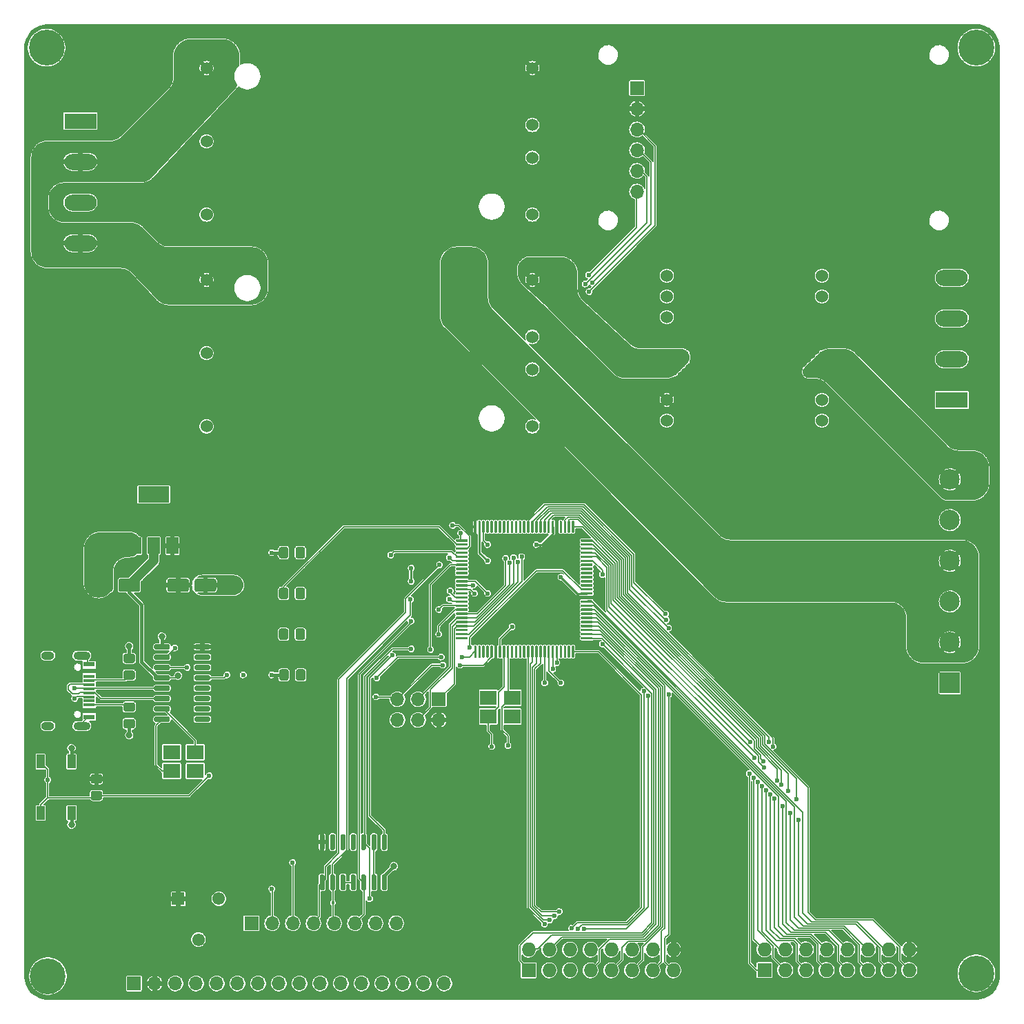
<source format=gbr>
G04 #@! TF.GenerationSoftware,KiCad,Pcbnew,(5.99.0-1662-g9db296991)*
G04 #@! TF.CreationDate,2020-05-24T00:42:53+05:30*
G04 #@! TF.ProjectId,UI,55492e6b-6963-4616-945f-706362585858,rev?*
G04 #@! TF.SameCoordinates,Original*
G04 #@! TF.FileFunction,Copper,L1,Top*
G04 #@! TF.FilePolarity,Positive*
%FSLAX46Y46*%
G04 Gerber Fmt 4.6, Leading zero omitted, Abs format (unit mm)*
G04 Created by KiCad (PCBNEW (5.99.0-1662-g9db296991)) date 2020-05-24 00:42:53*
%MOMM*%
%LPD*%
G01*
G04 APERTURE LIST*
G04 #@! TA.AperFunction,ComponentPad*
%ADD10C,1.550000*%
G04 #@! TD*
G04 #@! TA.AperFunction,ComponentPad*
%ADD11R,1.550000X1.550000*%
G04 #@! TD*
G04 #@! TA.AperFunction,ComponentPad*
%ADD12O,1.727200X1.727200*%
G04 #@! TD*
G04 #@! TA.AperFunction,ComponentPad*
%ADD13R,1.727200X1.727200*%
G04 #@! TD*
G04 #@! TA.AperFunction,ComponentPad*
%ADD14C,2.500000*%
G04 #@! TD*
G04 #@! TA.AperFunction,ComponentPad*
%ADD15R,2.500000X2.500000*%
G04 #@! TD*
G04 #@! TA.AperFunction,ComponentPad*
%ADD16O,3.960000X1.980000*%
G04 #@! TD*
G04 #@! TA.AperFunction,ComponentPad*
%ADD17R,3.960000X1.980000*%
G04 #@! TD*
G04 #@! TA.AperFunction,ComponentPad*
%ADD18O,1.600000X1.000000*%
G04 #@! TD*
G04 #@! TA.AperFunction,SMDPad,CuDef*
%ADD19R,1.450000X0.300000*%
G04 #@! TD*
G04 #@! TA.AperFunction,ComponentPad*
%ADD20O,2.100000X1.000000*%
G04 #@! TD*
G04 #@! TA.AperFunction,SMDPad,CuDef*
%ADD21R,1.450000X0.600000*%
G04 #@! TD*
G04 #@! TA.AperFunction,ComponentPad*
%ADD22C,1.524000*%
G04 #@! TD*
G04 #@! TA.AperFunction,ComponentPad*
%ADD23O,1.700000X1.700000*%
G04 #@! TD*
G04 #@! TA.AperFunction,ComponentPad*
%ADD24R,1.700000X1.700000*%
G04 #@! TD*
G04 #@! TA.AperFunction,SMDPad,CuDef*
%ADD25R,3.800000X2.000000*%
G04 #@! TD*
G04 #@! TA.AperFunction,SMDPad,CuDef*
%ADD26R,1.500000X2.000000*%
G04 #@! TD*
G04 #@! TA.AperFunction,SMDPad,CuDef*
%ADD27R,2.100000X1.800000*%
G04 #@! TD*
G04 #@! TA.AperFunction,SMDPad,CuDef*
%ADD28R,1.000000X1.700000*%
G04 #@! TD*
G04 #@! TA.AperFunction,ComponentPad*
%ADD29C,4.400000*%
G04 #@! TD*
G04 #@! TA.AperFunction,ComponentPad*
%ADD30C,0.700000*%
G04 #@! TD*
G04 #@! TA.AperFunction,ViaPad*
%ADD31C,0.600000*%
G04 #@! TD*
G04 #@! TA.AperFunction,ViaPad*
%ADD32C,0.450000*%
G04 #@! TD*
G04 #@! TA.AperFunction,ViaPad*
%ADD33C,0.800000*%
G04 #@! TD*
G04 #@! TA.AperFunction,Conductor*
%ADD34C,0.127000*%
G04 #@! TD*
G04 #@! TA.AperFunction,Conductor*
%ADD35C,0.381000*%
G04 #@! TD*
G04 #@! TA.AperFunction,Conductor*
%ADD36C,0.254000*%
G04 #@! TD*
G04 #@! TA.AperFunction,Conductor*
%ADD37C,1.200000*%
G04 #@! TD*
G04 APERTURE END LIST*
D10*
X33500000Y-124500000D03*
D11*
X31000000Y-119500000D03*
D10*
X36000000Y-119500000D03*
G04 #@! TA.AperFunction,SMDPad,CuDef*
G36*
G01*
X48840000Y-118450000D02*
X48540000Y-118450000D01*
G75*
G02*
X48390000Y-118300000I0J150000D01*
G01*
X48390000Y-116650000D01*
G75*
G02*
X48540000Y-116500000I150000J0D01*
G01*
X48840000Y-116500000D01*
G75*
G02*
X48990000Y-116650000I0J-150000D01*
G01*
X48990000Y-118300000D01*
G75*
G02*
X48840000Y-118450000I-150000J0D01*
G01*
G37*
G04 #@! TD.AperFunction*
G04 #@! TA.AperFunction,SMDPad,CuDef*
G36*
G01*
X50110000Y-118450000D02*
X49810000Y-118450000D01*
G75*
G02*
X49660000Y-118300000I0J150000D01*
G01*
X49660000Y-116650000D01*
G75*
G02*
X49810000Y-116500000I150000J0D01*
G01*
X50110000Y-116500000D01*
G75*
G02*
X50260000Y-116650000I0J-150000D01*
G01*
X50260000Y-118300000D01*
G75*
G02*
X50110000Y-118450000I-150000J0D01*
G01*
G37*
G04 #@! TD.AperFunction*
G04 #@! TA.AperFunction,SMDPad,CuDef*
G36*
G01*
X51380000Y-118450000D02*
X51080000Y-118450000D01*
G75*
G02*
X50930000Y-118300000I0J150000D01*
G01*
X50930000Y-116650000D01*
G75*
G02*
X51080000Y-116500000I150000J0D01*
G01*
X51380000Y-116500000D01*
G75*
G02*
X51530000Y-116650000I0J-150000D01*
G01*
X51530000Y-118300000D01*
G75*
G02*
X51380000Y-118450000I-150000J0D01*
G01*
G37*
G04 #@! TD.AperFunction*
G04 #@! TA.AperFunction,SMDPad,CuDef*
G36*
G01*
X52650000Y-118450000D02*
X52350000Y-118450000D01*
G75*
G02*
X52200000Y-118300000I0J150000D01*
G01*
X52200000Y-116650000D01*
G75*
G02*
X52350000Y-116500000I150000J0D01*
G01*
X52650000Y-116500000D01*
G75*
G02*
X52800000Y-116650000I0J-150000D01*
G01*
X52800000Y-118300000D01*
G75*
G02*
X52650000Y-118450000I-150000J0D01*
G01*
G37*
G04 #@! TD.AperFunction*
G04 #@! TA.AperFunction,SMDPad,CuDef*
G36*
G01*
X53920000Y-118450000D02*
X53620000Y-118450000D01*
G75*
G02*
X53470000Y-118300000I0J150000D01*
G01*
X53470000Y-116650000D01*
G75*
G02*
X53620000Y-116500000I150000J0D01*
G01*
X53920000Y-116500000D01*
G75*
G02*
X54070000Y-116650000I0J-150000D01*
G01*
X54070000Y-118300000D01*
G75*
G02*
X53920000Y-118450000I-150000J0D01*
G01*
G37*
G04 #@! TD.AperFunction*
G04 #@! TA.AperFunction,SMDPad,CuDef*
G36*
G01*
X55190000Y-118450000D02*
X54890000Y-118450000D01*
G75*
G02*
X54740000Y-118300000I0J150000D01*
G01*
X54740000Y-116650000D01*
G75*
G02*
X54890000Y-116500000I150000J0D01*
G01*
X55190000Y-116500000D01*
G75*
G02*
X55340000Y-116650000I0J-150000D01*
G01*
X55340000Y-118300000D01*
G75*
G02*
X55190000Y-118450000I-150000J0D01*
G01*
G37*
G04 #@! TD.AperFunction*
G04 #@! TA.AperFunction,SMDPad,CuDef*
G36*
G01*
X56460000Y-118450000D02*
X56160000Y-118450000D01*
G75*
G02*
X56010000Y-118300000I0J150000D01*
G01*
X56010000Y-116650000D01*
G75*
G02*
X56160000Y-116500000I150000J0D01*
G01*
X56460000Y-116500000D01*
G75*
G02*
X56610000Y-116650000I0J-150000D01*
G01*
X56610000Y-118300000D01*
G75*
G02*
X56460000Y-118450000I-150000J0D01*
G01*
G37*
G04 #@! TD.AperFunction*
G04 #@! TA.AperFunction,SMDPad,CuDef*
G36*
G01*
X56460000Y-113500000D02*
X56160000Y-113500000D01*
G75*
G02*
X56010000Y-113350000I0J150000D01*
G01*
X56010000Y-111700000D01*
G75*
G02*
X56160000Y-111550000I150000J0D01*
G01*
X56460000Y-111550000D01*
G75*
G02*
X56610000Y-111700000I0J-150000D01*
G01*
X56610000Y-113350000D01*
G75*
G02*
X56460000Y-113500000I-150000J0D01*
G01*
G37*
G04 #@! TD.AperFunction*
G04 #@! TA.AperFunction,SMDPad,CuDef*
G36*
G01*
X55190000Y-113500000D02*
X54890000Y-113500000D01*
G75*
G02*
X54740000Y-113350000I0J150000D01*
G01*
X54740000Y-111700000D01*
G75*
G02*
X54890000Y-111550000I150000J0D01*
G01*
X55190000Y-111550000D01*
G75*
G02*
X55340000Y-111700000I0J-150000D01*
G01*
X55340000Y-113350000D01*
G75*
G02*
X55190000Y-113500000I-150000J0D01*
G01*
G37*
G04 #@! TD.AperFunction*
G04 #@! TA.AperFunction,SMDPad,CuDef*
G36*
G01*
X53920000Y-113500000D02*
X53620000Y-113500000D01*
G75*
G02*
X53470000Y-113350000I0J150000D01*
G01*
X53470000Y-111700000D01*
G75*
G02*
X53620000Y-111550000I150000J0D01*
G01*
X53920000Y-111550000D01*
G75*
G02*
X54070000Y-111700000I0J-150000D01*
G01*
X54070000Y-113350000D01*
G75*
G02*
X53920000Y-113500000I-150000J0D01*
G01*
G37*
G04 #@! TD.AperFunction*
G04 #@! TA.AperFunction,SMDPad,CuDef*
G36*
G01*
X52650000Y-113500000D02*
X52350000Y-113500000D01*
G75*
G02*
X52200000Y-113350000I0J150000D01*
G01*
X52200000Y-111700000D01*
G75*
G02*
X52350000Y-111550000I150000J0D01*
G01*
X52650000Y-111550000D01*
G75*
G02*
X52800000Y-111700000I0J-150000D01*
G01*
X52800000Y-113350000D01*
G75*
G02*
X52650000Y-113500000I-150000J0D01*
G01*
G37*
G04 #@! TD.AperFunction*
G04 #@! TA.AperFunction,SMDPad,CuDef*
G36*
G01*
X51380000Y-113500000D02*
X51080000Y-113500000D01*
G75*
G02*
X50930000Y-113350000I0J150000D01*
G01*
X50930000Y-111700000D01*
G75*
G02*
X51080000Y-111550000I150000J0D01*
G01*
X51380000Y-111550000D01*
G75*
G02*
X51530000Y-111700000I0J-150000D01*
G01*
X51530000Y-113350000D01*
G75*
G02*
X51380000Y-113500000I-150000J0D01*
G01*
G37*
G04 #@! TD.AperFunction*
G04 #@! TA.AperFunction,SMDPad,CuDef*
G36*
G01*
X50110000Y-113500000D02*
X49810000Y-113500000D01*
G75*
G02*
X49660000Y-113350000I0J150000D01*
G01*
X49660000Y-111700000D01*
G75*
G02*
X49810000Y-111550000I150000J0D01*
G01*
X50110000Y-111550000D01*
G75*
G02*
X50260000Y-111700000I0J-150000D01*
G01*
X50260000Y-113350000D01*
G75*
G02*
X50110000Y-113500000I-150000J0D01*
G01*
G37*
G04 #@! TD.AperFunction*
G04 #@! TA.AperFunction,SMDPad,CuDef*
G36*
G01*
X48840000Y-113500000D02*
X48540000Y-113500000D01*
G75*
G02*
X48390000Y-113350000I0J150000D01*
G01*
X48390000Y-111700000D01*
G75*
G02*
X48540000Y-111550000I150000J0D01*
G01*
X48840000Y-111550000D01*
G75*
G02*
X48990000Y-111700000I0J-150000D01*
G01*
X48990000Y-113350000D01*
G75*
G02*
X48840000Y-113500000I-150000J0D01*
G01*
G37*
G04 #@! TD.AperFunction*
D12*
X91810000Y-125740000D03*
X91810000Y-128280000D03*
X89270000Y-125740000D03*
X89270000Y-128280000D03*
X86730000Y-125740000D03*
X86730000Y-128280000D03*
X84190000Y-125740000D03*
X84190000Y-128280000D03*
X81650000Y-125740000D03*
X81650000Y-128280000D03*
X79110000Y-125740000D03*
X79110000Y-128280000D03*
X76570000Y-125740000D03*
X76570000Y-128280000D03*
X74030000Y-125740000D03*
D13*
X74030000Y-128280000D03*
D12*
X120780000Y-125710000D03*
X120780000Y-128250000D03*
X118240000Y-125710000D03*
X118240000Y-128250000D03*
X115700000Y-125710000D03*
X115700000Y-128250000D03*
X113160000Y-125710000D03*
X113160000Y-128250000D03*
X110620000Y-125710000D03*
X110620000Y-128250000D03*
X108080000Y-125710000D03*
X108080000Y-128250000D03*
X105540000Y-125710000D03*
X105540000Y-128250000D03*
X103000000Y-125710000D03*
D13*
X103000000Y-128250000D03*
D14*
X125750000Y-68000000D03*
X125750000Y-73000000D03*
X125750000Y-78000000D03*
X125750000Y-83000000D03*
X125750000Y-88000000D03*
D15*
X125750000Y-93000000D03*
D16*
X126000000Y-48250000D03*
X126000000Y-43250000D03*
X126000000Y-53250000D03*
D17*
X126000000Y-58250000D03*
D16*
X19000000Y-34000000D03*
X19000000Y-39000000D03*
X19000000Y-29000000D03*
D17*
X19000000Y-24000000D03*
D18*
X15000000Y-98270000D03*
D19*
X20095000Y-94200000D03*
X20095000Y-95200000D03*
X20095000Y-95700000D03*
D20*
X19180000Y-98270000D03*
D21*
X20095000Y-91500000D03*
X20095000Y-90700000D03*
D19*
X20095000Y-92700000D03*
X20095000Y-92200000D03*
D21*
X20095000Y-90700000D03*
X20095000Y-91500000D03*
D19*
X20095000Y-93700000D03*
D20*
X19180000Y-89630000D03*
D18*
X15000000Y-89630000D03*
D21*
X20095000Y-97200000D03*
X20095000Y-97200000D03*
X20095000Y-96400000D03*
D19*
X20095000Y-93200000D03*
D21*
X20095000Y-96400000D03*
D19*
X20095000Y-94700000D03*
D22*
X110050000Y-43000000D03*
X91000000Y-48080000D03*
X91000000Y-58240000D03*
X110050000Y-60780000D03*
X91000000Y-43000000D03*
X91000000Y-45540000D03*
X91000000Y-60780000D03*
X110050000Y-45540000D03*
X110050000Y-58240000D03*
D23*
X87346000Y-25034000D03*
X87346000Y-32654000D03*
X87346000Y-30114000D03*
D24*
X87346000Y-19954000D03*
D23*
X87346000Y-22494000D03*
X87346000Y-27574000D03*
D22*
X74500000Y-54500000D03*
X74500000Y-43500000D03*
X74500000Y-50500000D03*
X74500000Y-61500000D03*
X34500000Y-52500000D03*
X34500000Y-61500000D03*
X34500000Y-43500000D03*
X74500000Y-28500000D03*
X74500000Y-17500000D03*
X74500000Y-24500000D03*
X74500000Y-35500000D03*
X34500000Y-26500000D03*
X34500000Y-35500000D03*
X34500000Y-17500000D03*
G04 #@! TA.AperFunction,SMDPad,CuDef*
G36*
G01*
X67350000Y-74500000D02*
X67350000Y-73175000D01*
G75*
G02*
X67425000Y-73100000I75000J0D01*
G01*
X67575000Y-73100000D01*
G75*
G02*
X67650000Y-73175000I0J-75000D01*
G01*
X67650000Y-74500000D01*
G75*
G02*
X67575000Y-74575000I-75000J0D01*
G01*
X67425000Y-74575000D01*
G75*
G02*
X67350000Y-74500000I0J75000D01*
G01*
G37*
G04 #@! TD.AperFunction*
G04 #@! TA.AperFunction,SMDPad,CuDef*
G36*
G01*
X67850000Y-74500000D02*
X67850000Y-73175000D01*
G75*
G02*
X67925000Y-73100000I75000J0D01*
G01*
X68075000Y-73100000D01*
G75*
G02*
X68150000Y-73175000I0J-75000D01*
G01*
X68150000Y-74500000D01*
G75*
G02*
X68075000Y-74575000I-75000J0D01*
G01*
X67925000Y-74575000D01*
G75*
G02*
X67850000Y-74500000I0J75000D01*
G01*
G37*
G04 #@! TD.AperFunction*
G04 #@! TA.AperFunction,SMDPad,CuDef*
G36*
G01*
X68350000Y-74500000D02*
X68350000Y-73175000D01*
G75*
G02*
X68425000Y-73100000I75000J0D01*
G01*
X68575000Y-73100000D01*
G75*
G02*
X68650000Y-73175000I0J-75000D01*
G01*
X68650000Y-74500000D01*
G75*
G02*
X68575000Y-74575000I-75000J0D01*
G01*
X68425000Y-74575000D01*
G75*
G02*
X68350000Y-74500000I0J75000D01*
G01*
G37*
G04 #@! TD.AperFunction*
G04 #@! TA.AperFunction,SMDPad,CuDef*
G36*
G01*
X68850000Y-74500000D02*
X68850000Y-73175000D01*
G75*
G02*
X68925000Y-73100000I75000J0D01*
G01*
X69075000Y-73100000D01*
G75*
G02*
X69150000Y-73175000I0J-75000D01*
G01*
X69150000Y-74500000D01*
G75*
G02*
X69075000Y-74575000I-75000J0D01*
G01*
X68925000Y-74575000D01*
G75*
G02*
X68850000Y-74500000I0J75000D01*
G01*
G37*
G04 #@! TD.AperFunction*
G04 #@! TA.AperFunction,SMDPad,CuDef*
G36*
G01*
X69350000Y-74500000D02*
X69350000Y-73175000D01*
G75*
G02*
X69425000Y-73100000I75000J0D01*
G01*
X69575000Y-73100000D01*
G75*
G02*
X69650000Y-73175000I0J-75000D01*
G01*
X69650000Y-74500000D01*
G75*
G02*
X69575000Y-74575000I-75000J0D01*
G01*
X69425000Y-74575000D01*
G75*
G02*
X69350000Y-74500000I0J75000D01*
G01*
G37*
G04 #@! TD.AperFunction*
G04 #@! TA.AperFunction,SMDPad,CuDef*
G36*
G01*
X69850000Y-74500000D02*
X69850000Y-73175000D01*
G75*
G02*
X69925000Y-73100000I75000J0D01*
G01*
X70075000Y-73100000D01*
G75*
G02*
X70150000Y-73175000I0J-75000D01*
G01*
X70150000Y-74500000D01*
G75*
G02*
X70075000Y-74575000I-75000J0D01*
G01*
X69925000Y-74575000D01*
G75*
G02*
X69850000Y-74500000I0J75000D01*
G01*
G37*
G04 #@! TD.AperFunction*
G04 #@! TA.AperFunction,SMDPad,CuDef*
G36*
G01*
X70350000Y-74500000D02*
X70350000Y-73175000D01*
G75*
G02*
X70425000Y-73100000I75000J0D01*
G01*
X70575000Y-73100000D01*
G75*
G02*
X70650000Y-73175000I0J-75000D01*
G01*
X70650000Y-74500000D01*
G75*
G02*
X70575000Y-74575000I-75000J0D01*
G01*
X70425000Y-74575000D01*
G75*
G02*
X70350000Y-74500000I0J75000D01*
G01*
G37*
G04 #@! TD.AperFunction*
G04 #@! TA.AperFunction,SMDPad,CuDef*
G36*
G01*
X70850000Y-74500000D02*
X70850000Y-73175000D01*
G75*
G02*
X70925000Y-73100000I75000J0D01*
G01*
X71075000Y-73100000D01*
G75*
G02*
X71150000Y-73175000I0J-75000D01*
G01*
X71150000Y-74500000D01*
G75*
G02*
X71075000Y-74575000I-75000J0D01*
G01*
X70925000Y-74575000D01*
G75*
G02*
X70850000Y-74500000I0J75000D01*
G01*
G37*
G04 #@! TD.AperFunction*
G04 #@! TA.AperFunction,SMDPad,CuDef*
G36*
G01*
X71350000Y-74500000D02*
X71350000Y-73175000D01*
G75*
G02*
X71425000Y-73100000I75000J0D01*
G01*
X71575000Y-73100000D01*
G75*
G02*
X71650000Y-73175000I0J-75000D01*
G01*
X71650000Y-74500000D01*
G75*
G02*
X71575000Y-74575000I-75000J0D01*
G01*
X71425000Y-74575000D01*
G75*
G02*
X71350000Y-74500000I0J75000D01*
G01*
G37*
G04 #@! TD.AperFunction*
G04 #@! TA.AperFunction,SMDPad,CuDef*
G36*
G01*
X71850000Y-74500000D02*
X71850000Y-73175000D01*
G75*
G02*
X71925000Y-73100000I75000J0D01*
G01*
X72075000Y-73100000D01*
G75*
G02*
X72150000Y-73175000I0J-75000D01*
G01*
X72150000Y-74500000D01*
G75*
G02*
X72075000Y-74575000I-75000J0D01*
G01*
X71925000Y-74575000D01*
G75*
G02*
X71850000Y-74500000I0J75000D01*
G01*
G37*
G04 #@! TD.AperFunction*
G04 #@! TA.AperFunction,SMDPad,CuDef*
G36*
G01*
X72350000Y-74500000D02*
X72350000Y-73175000D01*
G75*
G02*
X72425000Y-73100000I75000J0D01*
G01*
X72575000Y-73100000D01*
G75*
G02*
X72650000Y-73175000I0J-75000D01*
G01*
X72650000Y-74500000D01*
G75*
G02*
X72575000Y-74575000I-75000J0D01*
G01*
X72425000Y-74575000D01*
G75*
G02*
X72350000Y-74500000I0J75000D01*
G01*
G37*
G04 #@! TD.AperFunction*
G04 #@! TA.AperFunction,SMDPad,CuDef*
G36*
G01*
X72850000Y-74500000D02*
X72850000Y-73175000D01*
G75*
G02*
X72925000Y-73100000I75000J0D01*
G01*
X73075000Y-73100000D01*
G75*
G02*
X73150000Y-73175000I0J-75000D01*
G01*
X73150000Y-74500000D01*
G75*
G02*
X73075000Y-74575000I-75000J0D01*
G01*
X72925000Y-74575000D01*
G75*
G02*
X72850000Y-74500000I0J75000D01*
G01*
G37*
G04 #@! TD.AperFunction*
G04 #@! TA.AperFunction,SMDPad,CuDef*
G36*
G01*
X73350000Y-74500000D02*
X73350000Y-73175000D01*
G75*
G02*
X73425000Y-73100000I75000J0D01*
G01*
X73575000Y-73100000D01*
G75*
G02*
X73650000Y-73175000I0J-75000D01*
G01*
X73650000Y-74500000D01*
G75*
G02*
X73575000Y-74575000I-75000J0D01*
G01*
X73425000Y-74575000D01*
G75*
G02*
X73350000Y-74500000I0J75000D01*
G01*
G37*
G04 #@! TD.AperFunction*
G04 #@! TA.AperFunction,SMDPad,CuDef*
G36*
G01*
X73850000Y-74500000D02*
X73850000Y-73175000D01*
G75*
G02*
X73925000Y-73100000I75000J0D01*
G01*
X74075000Y-73100000D01*
G75*
G02*
X74150000Y-73175000I0J-75000D01*
G01*
X74150000Y-74500000D01*
G75*
G02*
X74075000Y-74575000I-75000J0D01*
G01*
X73925000Y-74575000D01*
G75*
G02*
X73850000Y-74500000I0J75000D01*
G01*
G37*
G04 #@! TD.AperFunction*
G04 #@! TA.AperFunction,SMDPad,CuDef*
G36*
G01*
X74350000Y-74500000D02*
X74350000Y-73175000D01*
G75*
G02*
X74425000Y-73100000I75000J0D01*
G01*
X74575000Y-73100000D01*
G75*
G02*
X74650000Y-73175000I0J-75000D01*
G01*
X74650000Y-74500000D01*
G75*
G02*
X74575000Y-74575000I-75000J0D01*
G01*
X74425000Y-74575000D01*
G75*
G02*
X74350000Y-74500000I0J75000D01*
G01*
G37*
G04 #@! TD.AperFunction*
G04 #@! TA.AperFunction,SMDPad,CuDef*
G36*
G01*
X74850000Y-74500000D02*
X74850000Y-73175000D01*
G75*
G02*
X74925000Y-73100000I75000J0D01*
G01*
X75075000Y-73100000D01*
G75*
G02*
X75150000Y-73175000I0J-75000D01*
G01*
X75150000Y-74500000D01*
G75*
G02*
X75075000Y-74575000I-75000J0D01*
G01*
X74925000Y-74575000D01*
G75*
G02*
X74850000Y-74500000I0J75000D01*
G01*
G37*
G04 #@! TD.AperFunction*
G04 #@! TA.AperFunction,SMDPad,CuDef*
G36*
G01*
X75350000Y-74500000D02*
X75350000Y-73175000D01*
G75*
G02*
X75425000Y-73100000I75000J0D01*
G01*
X75575000Y-73100000D01*
G75*
G02*
X75650000Y-73175000I0J-75000D01*
G01*
X75650000Y-74500000D01*
G75*
G02*
X75575000Y-74575000I-75000J0D01*
G01*
X75425000Y-74575000D01*
G75*
G02*
X75350000Y-74500000I0J75000D01*
G01*
G37*
G04 #@! TD.AperFunction*
G04 #@! TA.AperFunction,SMDPad,CuDef*
G36*
G01*
X75850000Y-74500000D02*
X75850000Y-73175000D01*
G75*
G02*
X75925000Y-73100000I75000J0D01*
G01*
X76075000Y-73100000D01*
G75*
G02*
X76150000Y-73175000I0J-75000D01*
G01*
X76150000Y-74500000D01*
G75*
G02*
X76075000Y-74575000I-75000J0D01*
G01*
X75925000Y-74575000D01*
G75*
G02*
X75850000Y-74500000I0J75000D01*
G01*
G37*
G04 #@! TD.AperFunction*
G04 #@! TA.AperFunction,SMDPad,CuDef*
G36*
G01*
X76350000Y-74500000D02*
X76350000Y-73175000D01*
G75*
G02*
X76425000Y-73100000I75000J0D01*
G01*
X76575000Y-73100000D01*
G75*
G02*
X76650000Y-73175000I0J-75000D01*
G01*
X76650000Y-74500000D01*
G75*
G02*
X76575000Y-74575000I-75000J0D01*
G01*
X76425000Y-74575000D01*
G75*
G02*
X76350000Y-74500000I0J75000D01*
G01*
G37*
G04 #@! TD.AperFunction*
G04 #@! TA.AperFunction,SMDPad,CuDef*
G36*
G01*
X76850000Y-74500000D02*
X76850000Y-73175000D01*
G75*
G02*
X76925000Y-73100000I75000J0D01*
G01*
X77075000Y-73100000D01*
G75*
G02*
X77150000Y-73175000I0J-75000D01*
G01*
X77150000Y-74500000D01*
G75*
G02*
X77075000Y-74575000I-75000J0D01*
G01*
X76925000Y-74575000D01*
G75*
G02*
X76850000Y-74500000I0J75000D01*
G01*
G37*
G04 #@! TD.AperFunction*
G04 #@! TA.AperFunction,SMDPad,CuDef*
G36*
G01*
X77350000Y-74500000D02*
X77350000Y-73175000D01*
G75*
G02*
X77425000Y-73100000I75000J0D01*
G01*
X77575000Y-73100000D01*
G75*
G02*
X77650000Y-73175000I0J-75000D01*
G01*
X77650000Y-74500000D01*
G75*
G02*
X77575000Y-74575000I-75000J0D01*
G01*
X77425000Y-74575000D01*
G75*
G02*
X77350000Y-74500000I0J75000D01*
G01*
G37*
G04 #@! TD.AperFunction*
G04 #@! TA.AperFunction,SMDPad,CuDef*
G36*
G01*
X77850000Y-74500000D02*
X77850000Y-73175000D01*
G75*
G02*
X77925000Y-73100000I75000J0D01*
G01*
X78075000Y-73100000D01*
G75*
G02*
X78150000Y-73175000I0J-75000D01*
G01*
X78150000Y-74500000D01*
G75*
G02*
X78075000Y-74575000I-75000J0D01*
G01*
X77925000Y-74575000D01*
G75*
G02*
X77850000Y-74500000I0J75000D01*
G01*
G37*
G04 #@! TD.AperFunction*
G04 #@! TA.AperFunction,SMDPad,CuDef*
G36*
G01*
X78350000Y-74500000D02*
X78350000Y-73175000D01*
G75*
G02*
X78425000Y-73100000I75000J0D01*
G01*
X78575000Y-73100000D01*
G75*
G02*
X78650000Y-73175000I0J-75000D01*
G01*
X78650000Y-74500000D01*
G75*
G02*
X78575000Y-74575000I-75000J0D01*
G01*
X78425000Y-74575000D01*
G75*
G02*
X78350000Y-74500000I0J75000D01*
G01*
G37*
G04 #@! TD.AperFunction*
G04 #@! TA.AperFunction,SMDPad,CuDef*
G36*
G01*
X78850000Y-74500000D02*
X78850000Y-73175000D01*
G75*
G02*
X78925000Y-73100000I75000J0D01*
G01*
X79075000Y-73100000D01*
G75*
G02*
X79150000Y-73175000I0J-75000D01*
G01*
X79150000Y-74500000D01*
G75*
G02*
X79075000Y-74575000I-75000J0D01*
G01*
X78925000Y-74575000D01*
G75*
G02*
X78850000Y-74500000I0J75000D01*
G01*
G37*
G04 #@! TD.AperFunction*
G04 #@! TA.AperFunction,SMDPad,CuDef*
G36*
G01*
X79350000Y-74500000D02*
X79350000Y-73175000D01*
G75*
G02*
X79425000Y-73100000I75000J0D01*
G01*
X79575000Y-73100000D01*
G75*
G02*
X79650000Y-73175000I0J-75000D01*
G01*
X79650000Y-74500000D01*
G75*
G02*
X79575000Y-74575000I-75000J0D01*
G01*
X79425000Y-74575000D01*
G75*
G02*
X79350000Y-74500000I0J75000D01*
G01*
G37*
G04 #@! TD.AperFunction*
G04 #@! TA.AperFunction,SMDPad,CuDef*
G36*
G01*
X80425000Y-75575000D02*
X80425000Y-75425000D01*
G75*
G02*
X80500000Y-75350000I75000J0D01*
G01*
X81825000Y-75350000D01*
G75*
G02*
X81900000Y-75425000I0J-75000D01*
G01*
X81900000Y-75575000D01*
G75*
G02*
X81825000Y-75650000I-75000J0D01*
G01*
X80500000Y-75650000D01*
G75*
G02*
X80425000Y-75575000I0J75000D01*
G01*
G37*
G04 #@! TD.AperFunction*
G04 #@! TA.AperFunction,SMDPad,CuDef*
G36*
G01*
X80425000Y-76075000D02*
X80425000Y-75925000D01*
G75*
G02*
X80500000Y-75850000I75000J0D01*
G01*
X81825000Y-75850000D01*
G75*
G02*
X81900000Y-75925000I0J-75000D01*
G01*
X81900000Y-76075000D01*
G75*
G02*
X81825000Y-76150000I-75000J0D01*
G01*
X80500000Y-76150000D01*
G75*
G02*
X80425000Y-76075000I0J75000D01*
G01*
G37*
G04 #@! TD.AperFunction*
G04 #@! TA.AperFunction,SMDPad,CuDef*
G36*
G01*
X80425000Y-76575000D02*
X80425000Y-76425000D01*
G75*
G02*
X80500000Y-76350000I75000J0D01*
G01*
X81825000Y-76350000D01*
G75*
G02*
X81900000Y-76425000I0J-75000D01*
G01*
X81900000Y-76575000D01*
G75*
G02*
X81825000Y-76650000I-75000J0D01*
G01*
X80500000Y-76650000D01*
G75*
G02*
X80425000Y-76575000I0J75000D01*
G01*
G37*
G04 #@! TD.AperFunction*
G04 #@! TA.AperFunction,SMDPad,CuDef*
G36*
G01*
X80425000Y-77075000D02*
X80425000Y-76925000D01*
G75*
G02*
X80500000Y-76850000I75000J0D01*
G01*
X81825000Y-76850000D01*
G75*
G02*
X81900000Y-76925000I0J-75000D01*
G01*
X81900000Y-77075000D01*
G75*
G02*
X81825000Y-77150000I-75000J0D01*
G01*
X80500000Y-77150000D01*
G75*
G02*
X80425000Y-77075000I0J75000D01*
G01*
G37*
G04 #@! TD.AperFunction*
G04 #@! TA.AperFunction,SMDPad,CuDef*
G36*
G01*
X80425000Y-77575000D02*
X80425000Y-77425000D01*
G75*
G02*
X80500000Y-77350000I75000J0D01*
G01*
X81825000Y-77350000D01*
G75*
G02*
X81900000Y-77425000I0J-75000D01*
G01*
X81900000Y-77575000D01*
G75*
G02*
X81825000Y-77650000I-75000J0D01*
G01*
X80500000Y-77650000D01*
G75*
G02*
X80425000Y-77575000I0J75000D01*
G01*
G37*
G04 #@! TD.AperFunction*
G04 #@! TA.AperFunction,SMDPad,CuDef*
G36*
G01*
X80425000Y-78075000D02*
X80425000Y-77925000D01*
G75*
G02*
X80500000Y-77850000I75000J0D01*
G01*
X81825000Y-77850000D01*
G75*
G02*
X81900000Y-77925000I0J-75000D01*
G01*
X81900000Y-78075000D01*
G75*
G02*
X81825000Y-78150000I-75000J0D01*
G01*
X80500000Y-78150000D01*
G75*
G02*
X80425000Y-78075000I0J75000D01*
G01*
G37*
G04 #@! TD.AperFunction*
G04 #@! TA.AperFunction,SMDPad,CuDef*
G36*
G01*
X80425000Y-78575000D02*
X80425000Y-78425000D01*
G75*
G02*
X80500000Y-78350000I75000J0D01*
G01*
X81825000Y-78350000D01*
G75*
G02*
X81900000Y-78425000I0J-75000D01*
G01*
X81900000Y-78575000D01*
G75*
G02*
X81825000Y-78650000I-75000J0D01*
G01*
X80500000Y-78650000D01*
G75*
G02*
X80425000Y-78575000I0J75000D01*
G01*
G37*
G04 #@! TD.AperFunction*
G04 #@! TA.AperFunction,SMDPad,CuDef*
G36*
G01*
X80425000Y-79075000D02*
X80425000Y-78925000D01*
G75*
G02*
X80500000Y-78850000I75000J0D01*
G01*
X81825000Y-78850000D01*
G75*
G02*
X81900000Y-78925000I0J-75000D01*
G01*
X81900000Y-79075000D01*
G75*
G02*
X81825000Y-79150000I-75000J0D01*
G01*
X80500000Y-79150000D01*
G75*
G02*
X80425000Y-79075000I0J75000D01*
G01*
G37*
G04 #@! TD.AperFunction*
G04 #@! TA.AperFunction,SMDPad,CuDef*
G36*
G01*
X80425000Y-79575000D02*
X80425000Y-79425000D01*
G75*
G02*
X80500000Y-79350000I75000J0D01*
G01*
X81825000Y-79350000D01*
G75*
G02*
X81900000Y-79425000I0J-75000D01*
G01*
X81900000Y-79575000D01*
G75*
G02*
X81825000Y-79650000I-75000J0D01*
G01*
X80500000Y-79650000D01*
G75*
G02*
X80425000Y-79575000I0J75000D01*
G01*
G37*
G04 #@! TD.AperFunction*
G04 #@! TA.AperFunction,SMDPad,CuDef*
G36*
G01*
X80425000Y-80075000D02*
X80425000Y-79925000D01*
G75*
G02*
X80500000Y-79850000I75000J0D01*
G01*
X81825000Y-79850000D01*
G75*
G02*
X81900000Y-79925000I0J-75000D01*
G01*
X81900000Y-80075000D01*
G75*
G02*
X81825000Y-80150000I-75000J0D01*
G01*
X80500000Y-80150000D01*
G75*
G02*
X80425000Y-80075000I0J75000D01*
G01*
G37*
G04 #@! TD.AperFunction*
G04 #@! TA.AperFunction,SMDPad,CuDef*
G36*
G01*
X80425000Y-80575000D02*
X80425000Y-80425000D01*
G75*
G02*
X80500000Y-80350000I75000J0D01*
G01*
X81825000Y-80350000D01*
G75*
G02*
X81900000Y-80425000I0J-75000D01*
G01*
X81900000Y-80575000D01*
G75*
G02*
X81825000Y-80650000I-75000J0D01*
G01*
X80500000Y-80650000D01*
G75*
G02*
X80425000Y-80575000I0J75000D01*
G01*
G37*
G04 #@! TD.AperFunction*
G04 #@! TA.AperFunction,SMDPad,CuDef*
G36*
G01*
X80425000Y-81075000D02*
X80425000Y-80925000D01*
G75*
G02*
X80500000Y-80850000I75000J0D01*
G01*
X81825000Y-80850000D01*
G75*
G02*
X81900000Y-80925000I0J-75000D01*
G01*
X81900000Y-81075000D01*
G75*
G02*
X81825000Y-81150000I-75000J0D01*
G01*
X80500000Y-81150000D01*
G75*
G02*
X80425000Y-81075000I0J75000D01*
G01*
G37*
G04 #@! TD.AperFunction*
G04 #@! TA.AperFunction,SMDPad,CuDef*
G36*
G01*
X80425000Y-81575000D02*
X80425000Y-81425000D01*
G75*
G02*
X80500000Y-81350000I75000J0D01*
G01*
X81825000Y-81350000D01*
G75*
G02*
X81900000Y-81425000I0J-75000D01*
G01*
X81900000Y-81575000D01*
G75*
G02*
X81825000Y-81650000I-75000J0D01*
G01*
X80500000Y-81650000D01*
G75*
G02*
X80425000Y-81575000I0J75000D01*
G01*
G37*
G04 #@! TD.AperFunction*
G04 #@! TA.AperFunction,SMDPad,CuDef*
G36*
G01*
X80425000Y-82075000D02*
X80425000Y-81925000D01*
G75*
G02*
X80500000Y-81850000I75000J0D01*
G01*
X81825000Y-81850000D01*
G75*
G02*
X81900000Y-81925000I0J-75000D01*
G01*
X81900000Y-82075000D01*
G75*
G02*
X81825000Y-82150000I-75000J0D01*
G01*
X80500000Y-82150000D01*
G75*
G02*
X80425000Y-82075000I0J75000D01*
G01*
G37*
G04 #@! TD.AperFunction*
G04 #@! TA.AperFunction,SMDPad,CuDef*
G36*
G01*
X80425000Y-82575000D02*
X80425000Y-82425000D01*
G75*
G02*
X80500000Y-82350000I75000J0D01*
G01*
X81825000Y-82350000D01*
G75*
G02*
X81900000Y-82425000I0J-75000D01*
G01*
X81900000Y-82575000D01*
G75*
G02*
X81825000Y-82650000I-75000J0D01*
G01*
X80500000Y-82650000D01*
G75*
G02*
X80425000Y-82575000I0J75000D01*
G01*
G37*
G04 #@! TD.AperFunction*
G04 #@! TA.AperFunction,SMDPad,CuDef*
G36*
G01*
X80425000Y-83075000D02*
X80425000Y-82925000D01*
G75*
G02*
X80500000Y-82850000I75000J0D01*
G01*
X81825000Y-82850000D01*
G75*
G02*
X81900000Y-82925000I0J-75000D01*
G01*
X81900000Y-83075000D01*
G75*
G02*
X81825000Y-83150000I-75000J0D01*
G01*
X80500000Y-83150000D01*
G75*
G02*
X80425000Y-83075000I0J75000D01*
G01*
G37*
G04 #@! TD.AperFunction*
G04 #@! TA.AperFunction,SMDPad,CuDef*
G36*
G01*
X80425000Y-83575000D02*
X80425000Y-83425000D01*
G75*
G02*
X80500000Y-83350000I75000J0D01*
G01*
X81825000Y-83350000D01*
G75*
G02*
X81900000Y-83425000I0J-75000D01*
G01*
X81900000Y-83575000D01*
G75*
G02*
X81825000Y-83650000I-75000J0D01*
G01*
X80500000Y-83650000D01*
G75*
G02*
X80425000Y-83575000I0J75000D01*
G01*
G37*
G04 #@! TD.AperFunction*
G04 #@! TA.AperFunction,SMDPad,CuDef*
G36*
G01*
X80425000Y-84075000D02*
X80425000Y-83925000D01*
G75*
G02*
X80500000Y-83850000I75000J0D01*
G01*
X81825000Y-83850000D01*
G75*
G02*
X81900000Y-83925000I0J-75000D01*
G01*
X81900000Y-84075000D01*
G75*
G02*
X81825000Y-84150000I-75000J0D01*
G01*
X80500000Y-84150000D01*
G75*
G02*
X80425000Y-84075000I0J75000D01*
G01*
G37*
G04 #@! TD.AperFunction*
G04 #@! TA.AperFunction,SMDPad,CuDef*
G36*
G01*
X80425000Y-84575000D02*
X80425000Y-84425000D01*
G75*
G02*
X80500000Y-84350000I75000J0D01*
G01*
X81825000Y-84350000D01*
G75*
G02*
X81900000Y-84425000I0J-75000D01*
G01*
X81900000Y-84575000D01*
G75*
G02*
X81825000Y-84650000I-75000J0D01*
G01*
X80500000Y-84650000D01*
G75*
G02*
X80425000Y-84575000I0J75000D01*
G01*
G37*
G04 #@! TD.AperFunction*
G04 #@! TA.AperFunction,SMDPad,CuDef*
G36*
G01*
X80425000Y-85075000D02*
X80425000Y-84925000D01*
G75*
G02*
X80500000Y-84850000I75000J0D01*
G01*
X81825000Y-84850000D01*
G75*
G02*
X81900000Y-84925000I0J-75000D01*
G01*
X81900000Y-85075000D01*
G75*
G02*
X81825000Y-85150000I-75000J0D01*
G01*
X80500000Y-85150000D01*
G75*
G02*
X80425000Y-85075000I0J75000D01*
G01*
G37*
G04 #@! TD.AperFunction*
G04 #@! TA.AperFunction,SMDPad,CuDef*
G36*
G01*
X80425000Y-85575000D02*
X80425000Y-85425000D01*
G75*
G02*
X80500000Y-85350000I75000J0D01*
G01*
X81825000Y-85350000D01*
G75*
G02*
X81900000Y-85425000I0J-75000D01*
G01*
X81900000Y-85575000D01*
G75*
G02*
X81825000Y-85650000I-75000J0D01*
G01*
X80500000Y-85650000D01*
G75*
G02*
X80425000Y-85575000I0J75000D01*
G01*
G37*
G04 #@! TD.AperFunction*
G04 #@! TA.AperFunction,SMDPad,CuDef*
G36*
G01*
X80425000Y-86075000D02*
X80425000Y-85925000D01*
G75*
G02*
X80500000Y-85850000I75000J0D01*
G01*
X81825000Y-85850000D01*
G75*
G02*
X81900000Y-85925000I0J-75000D01*
G01*
X81900000Y-86075000D01*
G75*
G02*
X81825000Y-86150000I-75000J0D01*
G01*
X80500000Y-86150000D01*
G75*
G02*
X80425000Y-86075000I0J75000D01*
G01*
G37*
G04 #@! TD.AperFunction*
G04 #@! TA.AperFunction,SMDPad,CuDef*
G36*
G01*
X80425000Y-86575000D02*
X80425000Y-86425000D01*
G75*
G02*
X80500000Y-86350000I75000J0D01*
G01*
X81825000Y-86350000D01*
G75*
G02*
X81900000Y-86425000I0J-75000D01*
G01*
X81900000Y-86575000D01*
G75*
G02*
X81825000Y-86650000I-75000J0D01*
G01*
X80500000Y-86650000D01*
G75*
G02*
X80425000Y-86575000I0J75000D01*
G01*
G37*
G04 #@! TD.AperFunction*
G04 #@! TA.AperFunction,SMDPad,CuDef*
G36*
G01*
X80425000Y-87075000D02*
X80425000Y-86925000D01*
G75*
G02*
X80500000Y-86850000I75000J0D01*
G01*
X81825000Y-86850000D01*
G75*
G02*
X81900000Y-86925000I0J-75000D01*
G01*
X81900000Y-87075000D01*
G75*
G02*
X81825000Y-87150000I-75000J0D01*
G01*
X80500000Y-87150000D01*
G75*
G02*
X80425000Y-87075000I0J75000D01*
G01*
G37*
G04 #@! TD.AperFunction*
G04 #@! TA.AperFunction,SMDPad,CuDef*
G36*
G01*
X80425000Y-87575000D02*
X80425000Y-87425000D01*
G75*
G02*
X80500000Y-87350000I75000J0D01*
G01*
X81825000Y-87350000D01*
G75*
G02*
X81900000Y-87425000I0J-75000D01*
G01*
X81900000Y-87575000D01*
G75*
G02*
X81825000Y-87650000I-75000J0D01*
G01*
X80500000Y-87650000D01*
G75*
G02*
X80425000Y-87575000I0J75000D01*
G01*
G37*
G04 #@! TD.AperFunction*
G04 #@! TA.AperFunction,SMDPad,CuDef*
G36*
G01*
X79350000Y-89825000D02*
X79350000Y-88500000D01*
G75*
G02*
X79425000Y-88425000I75000J0D01*
G01*
X79575000Y-88425000D01*
G75*
G02*
X79650000Y-88500000I0J-75000D01*
G01*
X79650000Y-89825000D01*
G75*
G02*
X79575000Y-89900000I-75000J0D01*
G01*
X79425000Y-89900000D01*
G75*
G02*
X79350000Y-89825000I0J75000D01*
G01*
G37*
G04 #@! TD.AperFunction*
G04 #@! TA.AperFunction,SMDPad,CuDef*
G36*
G01*
X78850000Y-89825000D02*
X78850000Y-88500000D01*
G75*
G02*
X78925000Y-88425000I75000J0D01*
G01*
X79075000Y-88425000D01*
G75*
G02*
X79150000Y-88500000I0J-75000D01*
G01*
X79150000Y-89825000D01*
G75*
G02*
X79075000Y-89900000I-75000J0D01*
G01*
X78925000Y-89900000D01*
G75*
G02*
X78850000Y-89825000I0J75000D01*
G01*
G37*
G04 #@! TD.AperFunction*
G04 #@! TA.AperFunction,SMDPad,CuDef*
G36*
G01*
X78350000Y-89825000D02*
X78350000Y-88500000D01*
G75*
G02*
X78425000Y-88425000I75000J0D01*
G01*
X78575000Y-88425000D01*
G75*
G02*
X78650000Y-88500000I0J-75000D01*
G01*
X78650000Y-89825000D01*
G75*
G02*
X78575000Y-89900000I-75000J0D01*
G01*
X78425000Y-89900000D01*
G75*
G02*
X78350000Y-89825000I0J75000D01*
G01*
G37*
G04 #@! TD.AperFunction*
G04 #@! TA.AperFunction,SMDPad,CuDef*
G36*
G01*
X77850000Y-89825000D02*
X77850000Y-88500000D01*
G75*
G02*
X77925000Y-88425000I75000J0D01*
G01*
X78075000Y-88425000D01*
G75*
G02*
X78150000Y-88500000I0J-75000D01*
G01*
X78150000Y-89825000D01*
G75*
G02*
X78075000Y-89900000I-75000J0D01*
G01*
X77925000Y-89900000D01*
G75*
G02*
X77850000Y-89825000I0J75000D01*
G01*
G37*
G04 #@! TD.AperFunction*
G04 #@! TA.AperFunction,SMDPad,CuDef*
G36*
G01*
X77350000Y-89825000D02*
X77350000Y-88500000D01*
G75*
G02*
X77425000Y-88425000I75000J0D01*
G01*
X77575000Y-88425000D01*
G75*
G02*
X77650000Y-88500000I0J-75000D01*
G01*
X77650000Y-89825000D01*
G75*
G02*
X77575000Y-89900000I-75000J0D01*
G01*
X77425000Y-89900000D01*
G75*
G02*
X77350000Y-89825000I0J75000D01*
G01*
G37*
G04 #@! TD.AperFunction*
G04 #@! TA.AperFunction,SMDPad,CuDef*
G36*
G01*
X76850000Y-89825000D02*
X76850000Y-88500000D01*
G75*
G02*
X76925000Y-88425000I75000J0D01*
G01*
X77075000Y-88425000D01*
G75*
G02*
X77150000Y-88500000I0J-75000D01*
G01*
X77150000Y-89825000D01*
G75*
G02*
X77075000Y-89900000I-75000J0D01*
G01*
X76925000Y-89900000D01*
G75*
G02*
X76850000Y-89825000I0J75000D01*
G01*
G37*
G04 #@! TD.AperFunction*
G04 #@! TA.AperFunction,SMDPad,CuDef*
G36*
G01*
X76350000Y-89825000D02*
X76350000Y-88500000D01*
G75*
G02*
X76425000Y-88425000I75000J0D01*
G01*
X76575000Y-88425000D01*
G75*
G02*
X76650000Y-88500000I0J-75000D01*
G01*
X76650000Y-89825000D01*
G75*
G02*
X76575000Y-89900000I-75000J0D01*
G01*
X76425000Y-89900000D01*
G75*
G02*
X76350000Y-89825000I0J75000D01*
G01*
G37*
G04 #@! TD.AperFunction*
G04 #@! TA.AperFunction,SMDPad,CuDef*
G36*
G01*
X75850000Y-89825000D02*
X75850000Y-88500000D01*
G75*
G02*
X75925000Y-88425000I75000J0D01*
G01*
X76075000Y-88425000D01*
G75*
G02*
X76150000Y-88500000I0J-75000D01*
G01*
X76150000Y-89825000D01*
G75*
G02*
X76075000Y-89900000I-75000J0D01*
G01*
X75925000Y-89900000D01*
G75*
G02*
X75850000Y-89825000I0J75000D01*
G01*
G37*
G04 #@! TD.AperFunction*
G04 #@! TA.AperFunction,SMDPad,CuDef*
G36*
G01*
X75350000Y-89825000D02*
X75350000Y-88500000D01*
G75*
G02*
X75425000Y-88425000I75000J0D01*
G01*
X75575000Y-88425000D01*
G75*
G02*
X75650000Y-88500000I0J-75000D01*
G01*
X75650000Y-89825000D01*
G75*
G02*
X75575000Y-89900000I-75000J0D01*
G01*
X75425000Y-89900000D01*
G75*
G02*
X75350000Y-89825000I0J75000D01*
G01*
G37*
G04 #@! TD.AperFunction*
G04 #@! TA.AperFunction,SMDPad,CuDef*
G36*
G01*
X74850000Y-89825000D02*
X74850000Y-88500000D01*
G75*
G02*
X74925000Y-88425000I75000J0D01*
G01*
X75075000Y-88425000D01*
G75*
G02*
X75150000Y-88500000I0J-75000D01*
G01*
X75150000Y-89825000D01*
G75*
G02*
X75075000Y-89900000I-75000J0D01*
G01*
X74925000Y-89900000D01*
G75*
G02*
X74850000Y-89825000I0J75000D01*
G01*
G37*
G04 #@! TD.AperFunction*
G04 #@! TA.AperFunction,SMDPad,CuDef*
G36*
G01*
X74350000Y-89825000D02*
X74350000Y-88500000D01*
G75*
G02*
X74425000Y-88425000I75000J0D01*
G01*
X74575000Y-88425000D01*
G75*
G02*
X74650000Y-88500000I0J-75000D01*
G01*
X74650000Y-89825000D01*
G75*
G02*
X74575000Y-89900000I-75000J0D01*
G01*
X74425000Y-89900000D01*
G75*
G02*
X74350000Y-89825000I0J75000D01*
G01*
G37*
G04 #@! TD.AperFunction*
G04 #@! TA.AperFunction,SMDPad,CuDef*
G36*
G01*
X73850000Y-89825000D02*
X73850000Y-88500000D01*
G75*
G02*
X73925000Y-88425000I75000J0D01*
G01*
X74075000Y-88425000D01*
G75*
G02*
X74150000Y-88500000I0J-75000D01*
G01*
X74150000Y-89825000D01*
G75*
G02*
X74075000Y-89900000I-75000J0D01*
G01*
X73925000Y-89900000D01*
G75*
G02*
X73850000Y-89825000I0J75000D01*
G01*
G37*
G04 #@! TD.AperFunction*
G04 #@! TA.AperFunction,SMDPad,CuDef*
G36*
G01*
X73350000Y-89825000D02*
X73350000Y-88500000D01*
G75*
G02*
X73425000Y-88425000I75000J0D01*
G01*
X73575000Y-88425000D01*
G75*
G02*
X73650000Y-88500000I0J-75000D01*
G01*
X73650000Y-89825000D01*
G75*
G02*
X73575000Y-89900000I-75000J0D01*
G01*
X73425000Y-89900000D01*
G75*
G02*
X73350000Y-89825000I0J75000D01*
G01*
G37*
G04 #@! TD.AperFunction*
G04 #@! TA.AperFunction,SMDPad,CuDef*
G36*
G01*
X72850000Y-89825000D02*
X72850000Y-88500000D01*
G75*
G02*
X72925000Y-88425000I75000J0D01*
G01*
X73075000Y-88425000D01*
G75*
G02*
X73150000Y-88500000I0J-75000D01*
G01*
X73150000Y-89825000D01*
G75*
G02*
X73075000Y-89900000I-75000J0D01*
G01*
X72925000Y-89900000D01*
G75*
G02*
X72850000Y-89825000I0J75000D01*
G01*
G37*
G04 #@! TD.AperFunction*
G04 #@! TA.AperFunction,SMDPad,CuDef*
G36*
G01*
X72350000Y-89825000D02*
X72350000Y-88500000D01*
G75*
G02*
X72425000Y-88425000I75000J0D01*
G01*
X72575000Y-88425000D01*
G75*
G02*
X72650000Y-88500000I0J-75000D01*
G01*
X72650000Y-89825000D01*
G75*
G02*
X72575000Y-89900000I-75000J0D01*
G01*
X72425000Y-89900000D01*
G75*
G02*
X72350000Y-89825000I0J75000D01*
G01*
G37*
G04 #@! TD.AperFunction*
G04 #@! TA.AperFunction,SMDPad,CuDef*
G36*
G01*
X71850000Y-89825000D02*
X71850000Y-88500000D01*
G75*
G02*
X71925000Y-88425000I75000J0D01*
G01*
X72075000Y-88425000D01*
G75*
G02*
X72150000Y-88500000I0J-75000D01*
G01*
X72150000Y-89825000D01*
G75*
G02*
X72075000Y-89900000I-75000J0D01*
G01*
X71925000Y-89900000D01*
G75*
G02*
X71850000Y-89825000I0J75000D01*
G01*
G37*
G04 #@! TD.AperFunction*
G04 #@! TA.AperFunction,SMDPad,CuDef*
G36*
G01*
X71350000Y-89825000D02*
X71350000Y-88500000D01*
G75*
G02*
X71425000Y-88425000I75000J0D01*
G01*
X71575000Y-88425000D01*
G75*
G02*
X71650000Y-88500000I0J-75000D01*
G01*
X71650000Y-89825000D01*
G75*
G02*
X71575000Y-89900000I-75000J0D01*
G01*
X71425000Y-89900000D01*
G75*
G02*
X71350000Y-89825000I0J75000D01*
G01*
G37*
G04 #@! TD.AperFunction*
G04 #@! TA.AperFunction,SMDPad,CuDef*
G36*
G01*
X70850000Y-89825000D02*
X70850000Y-88500000D01*
G75*
G02*
X70925000Y-88425000I75000J0D01*
G01*
X71075000Y-88425000D01*
G75*
G02*
X71150000Y-88500000I0J-75000D01*
G01*
X71150000Y-89825000D01*
G75*
G02*
X71075000Y-89900000I-75000J0D01*
G01*
X70925000Y-89900000D01*
G75*
G02*
X70850000Y-89825000I0J75000D01*
G01*
G37*
G04 #@! TD.AperFunction*
G04 #@! TA.AperFunction,SMDPad,CuDef*
G36*
G01*
X70350000Y-89825000D02*
X70350000Y-88500000D01*
G75*
G02*
X70425000Y-88425000I75000J0D01*
G01*
X70575000Y-88425000D01*
G75*
G02*
X70650000Y-88500000I0J-75000D01*
G01*
X70650000Y-89825000D01*
G75*
G02*
X70575000Y-89900000I-75000J0D01*
G01*
X70425000Y-89900000D01*
G75*
G02*
X70350000Y-89825000I0J75000D01*
G01*
G37*
G04 #@! TD.AperFunction*
G04 #@! TA.AperFunction,SMDPad,CuDef*
G36*
G01*
X69850000Y-89825000D02*
X69850000Y-88500000D01*
G75*
G02*
X69925000Y-88425000I75000J0D01*
G01*
X70075000Y-88425000D01*
G75*
G02*
X70150000Y-88500000I0J-75000D01*
G01*
X70150000Y-89825000D01*
G75*
G02*
X70075000Y-89900000I-75000J0D01*
G01*
X69925000Y-89900000D01*
G75*
G02*
X69850000Y-89825000I0J75000D01*
G01*
G37*
G04 #@! TD.AperFunction*
G04 #@! TA.AperFunction,SMDPad,CuDef*
G36*
G01*
X69350000Y-89825000D02*
X69350000Y-88500000D01*
G75*
G02*
X69425000Y-88425000I75000J0D01*
G01*
X69575000Y-88425000D01*
G75*
G02*
X69650000Y-88500000I0J-75000D01*
G01*
X69650000Y-89825000D01*
G75*
G02*
X69575000Y-89900000I-75000J0D01*
G01*
X69425000Y-89900000D01*
G75*
G02*
X69350000Y-89825000I0J75000D01*
G01*
G37*
G04 #@! TD.AperFunction*
G04 #@! TA.AperFunction,SMDPad,CuDef*
G36*
G01*
X68850000Y-89825000D02*
X68850000Y-88500000D01*
G75*
G02*
X68925000Y-88425000I75000J0D01*
G01*
X69075000Y-88425000D01*
G75*
G02*
X69150000Y-88500000I0J-75000D01*
G01*
X69150000Y-89825000D01*
G75*
G02*
X69075000Y-89900000I-75000J0D01*
G01*
X68925000Y-89900000D01*
G75*
G02*
X68850000Y-89825000I0J75000D01*
G01*
G37*
G04 #@! TD.AperFunction*
G04 #@! TA.AperFunction,SMDPad,CuDef*
G36*
G01*
X68350000Y-89825000D02*
X68350000Y-88500000D01*
G75*
G02*
X68425000Y-88425000I75000J0D01*
G01*
X68575000Y-88425000D01*
G75*
G02*
X68650000Y-88500000I0J-75000D01*
G01*
X68650000Y-89825000D01*
G75*
G02*
X68575000Y-89900000I-75000J0D01*
G01*
X68425000Y-89900000D01*
G75*
G02*
X68350000Y-89825000I0J75000D01*
G01*
G37*
G04 #@! TD.AperFunction*
G04 #@! TA.AperFunction,SMDPad,CuDef*
G36*
G01*
X67850000Y-89825000D02*
X67850000Y-88500000D01*
G75*
G02*
X67925000Y-88425000I75000J0D01*
G01*
X68075000Y-88425000D01*
G75*
G02*
X68150000Y-88500000I0J-75000D01*
G01*
X68150000Y-89825000D01*
G75*
G02*
X68075000Y-89900000I-75000J0D01*
G01*
X67925000Y-89900000D01*
G75*
G02*
X67850000Y-89825000I0J75000D01*
G01*
G37*
G04 #@! TD.AperFunction*
G04 #@! TA.AperFunction,SMDPad,CuDef*
G36*
G01*
X67350000Y-89825000D02*
X67350000Y-88500000D01*
G75*
G02*
X67425000Y-88425000I75000J0D01*
G01*
X67575000Y-88425000D01*
G75*
G02*
X67650000Y-88500000I0J-75000D01*
G01*
X67650000Y-89825000D01*
G75*
G02*
X67575000Y-89900000I-75000J0D01*
G01*
X67425000Y-89900000D01*
G75*
G02*
X67350000Y-89825000I0J75000D01*
G01*
G37*
G04 #@! TD.AperFunction*
G04 #@! TA.AperFunction,SMDPad,CuDef*
G36*
G01*
X65100000Y-87575000D02*
X65100000Y-87425000D01*
G75*
G02*
X65175000Y-87350000I75000J0D01*
G01*
X66500000Y-87350000D01*
G75*
G02*
X66575000Y-87425000I0J-75000D01*
G01*
X66575000Y-87575000D01*
G75*
G02*
X66500000Y-87650000I-75000J0D01*
G01*
X65175000Y-87650000D01*
G75*
G02*
X65100000Y-87575000I0J75000D01*
G01*
G37*
G04 #@! TD.AperFunction*
G04 #@! TA.AperFunction,SMDPad,CuDef*
G36*
G01*
X65100000Y-87075000D02*
X65100000Y-86925000D01*
G75*
G02*
X65175000Y-86850000I75000J0D01*
G01*
X66500000Y-86850000D01*
G75*
G02*
X66575000Y-86925000I0J-75000D01*
G01*
X66575000Y-87075000D01*
G75*
G02*
X66500000Y-87150000I-75000J0D01*
G01*
X65175000Y-87150000D01*
G75*
G02*
X65100000Y-87075000I0J75000D01*
G01*
G37*
G04 #@! TD.AperFunction*
G04 #@! TA.AperFunction,SMDPad,CuDef*
G36*
G01*
X65100000Y-86575000D02*
X65100000Y-86425000D01*
G75*
G02*
X65175000Y-86350000I75000J0D01*
G01*
X66500000Y-86350000D01*
G75*
G02*
X66575000Y-86425000I0J-75000D01*
G01*
X66575000Y-86575000D01*
G75*
G02*
X66500000Y-86650000I-75000J0D01*
G01*
X65175000Y-86650000D01*
G75*
G02*
X65100000Y-86575000I0J75000D01*
G01*
G37*
G04 #@! TD.AperFunction*
G04 #@! TA.AperFunction,SMDPad,CuDef*
G36*
G01*
X65100000Y-86075000D02*
X65100000Y-85925000D01*
G75*
G02*
X65175000Y-85850000I75000J0D01*
G01*
X66500000Y-85850000D01*
G75*
G02*
X66575000Y-85925000I0J-75000D01*
G01*
X66575000Y-86075000D01*
G75*
G02*
X66500000Y-86150000I-75000J0D01*
G01*
X65175000Y-86150000D01*
G75*
G02*
X65100000Y-86075000I0J75000D01*
G01*
G37*
G04 #@! TD.AperFunction*
G04 #@! TA.AperFunction,SMDPad,CuDef*
G36*
G01*
X65100000Y-85575000D02*
X65100000Y-85425000D01*
G75*
G02*
X65175000Y-85350000I75000J0D01*
G01*
X66500000Y-85350000D01*
G75*
G02*
X66575000Y-85425000I0J-75000D01*
G01*
X66575000Y-85575000D01*
G75*
G02*
X66500000Y-85650000I-75000J0D01*
G01*
X65175000Y-85650000D01*
G75*
G02*
X65100000Y-85575000I0J75000D01*
G01*
G37*
G04 #@! TD.AperFunction*
G04 #@! TA.AperFunction,SMDPad,CuDef*
G36*
G01*
X65100000Y-85075000D02*
X65100000Y-84925000D01*
G75*
G02*
X65175000Y-84850000I75000J0D01*
G01*
X66500000Y-84850000D01*
G75*
G02*
X66575000Y-84925000I0J-75000D01*
G01*
X66575000Y-85075000D01*
G75*
G02*
X66500000Y-85150000I-75000J0D01*
G01*
X65175000Y-85150000D01*
G75*
G02*
X65100000Y-85075000I0J75000D01*
G01*
G37*
G04 #@! TD.AperFunction*
G04 #@! TA.AperFunction,SMDPad,CuDef*
G36*
G01*
X65100000Y-84575000D02*
X65100000Y-84425000D01*
G75*
G02*
X65175000Y-84350000I75000J0D01*
G01*
X66500000Y-84350000D01*
G75*
G02*
X66575000Y-84425000I0J-75000D01*
G01*
X66575000Y-84575000D01*
G75*
G02*
X66500000Y-84650000I-75000J0D01*
G01*
X65175000Y-84650000D01*
G75*
G02*
X65100000Y-84575000I0J75000D01*
G01*
G37*
G04 #@! TD.AperFunction*
G04 #@! TA.AperFunction,SMDPad,CuDef*
G36*
G01*
X65100000Y-84075000D02*
X65100000Y-83925000D01*
G75*
G02*
X65175000Y-83850000I75000J0D01*
G01*
X66500000Y-83850000D01*
G75*
G02*
X66575000Y-83925000I0J-75000D01*
G01*
X66575000Y-84075000D01*
G75*
G02*
X66500000Y-84150000I-75000J0D01*
G01*
X65175000Y-84150000D01*
G75*
G02*
X65100000Y-84075000I0J75000D01*
G01*
G37*
G04 #@! TD.AperFunction*
G04 #@! TA.AperFunction,SMDPad,CuDef*
G36*
G01*
X65100000Y-83575000D02*
X65100000Y-83425000D01*
G75*
G02*
X65175000Y-83350000I75000J0D01*
G01*
X66500000Y-83350000D01*
G75*
G02*
X66575000Y-83425000I0J-75000D01*
G01*
X66575000Y-83575000D01*
G75*
G02*
X66500000Y-83650000I-75000J0D01*
G01*
X65175000Y-83650000D01*
G75*
G02*
X65100000Y-83575000I0J75000D01*
G01*
G37*
G04 #@! TD.AperFunction*
G04 #@! TA.AperFunction,SMDPad,CuDef*
G36*
G01*
X65100000Y-83075000D02*
X65100000Y-82925000D01*
G75*
G02*
X65175000Y-82850000I75000J0D01*
G01*
X66500000Y-82850000D01*
G75*
G02*
X66575000Y-82925000I0J-75000D01*
G01*
X66575000Y-83075000D01*
G75*
G02*
X66500000Y-83150000I-75000J0D01*
G01*
X65175000Y-83150000D01*
G75*
G02*
X65100000Y-83075000I0J75000D01*
G01*
G37*
G04 #@! TD.AperFunction*
G04 #@! TA.AperFunction,SMDPad,CuDef*
G36*
G01*
X65100000Y-82575000D02*
X65100000Y-82425000D01*
G75*
G02*
X65175000Y-82350000I75000J0D01*
G01*
X66500000Y-82350000D01*
G75*
G02*
X66575000Y-82425000I0J-75000D01*
G01*
X66575000Y-82575000D01*
G75*
G02*
X66500000Y-82650000I-75000J0D01*
G01*
X65175000Y-82650000D01*
G75*
G02*
X65100000Y-82575000I0J75000D01*
G01*
G37*
G04 #@! TD.AperFunction*
G04 #@! TA.AperFunction,SMDPad,CuDef*
G36*
G01*
X65100000Y-82075000D02*
X65100000Y-81925000D01*
G75*
G02*
X65175000Y-81850000I75000J0D01*
G01*
X66500000Y-81850000D01*
G75*
G02*
X66575000Y-81925000I0J-75000D01*
G01*
X66575000Y-82075000D01*
G75*
G02*
X66500000Y-82150000I-75000J0D01*
G01*
X65175000Y-82150000D01*
G75*
G02*
X65100000Y-82075000I0J75000D01*
G01*
G37*
G04 #@! TD.AperFunction*
G04 #@! TA.AperFunction,SMDPad,CuDef*
G36*
G01*
X65100000Y-81575000D02*
X65100000Y-81425000D01*
G75*
G02*
X65175000Y-81350000I75000J0D01*
G01*
X66500000Y-81350000D01*
G75*
G02*
X66575000Y-81425000I0J-75000D01*
G01*
X66575000Y-81575000D01*
G75*
G02*
X66500000Y-81650000I-75000J0D01*
G01*
X65175000Y-81650000D01*
G75*
G02*
X65100000Y-81575000I0J75000D01*
G01*
G37*
G04 #@! TD.AperFunction*
G04 #@! TA.AperFunction,SMDPad,CuDef*
G36*
G01*
X65100000Y-81075000D02*
X65100000Y-80925000D01*
G75*
G02*
X65175000Y-80850000I75000J0D01*
G01*
X66500000Y-80850000D01*
G75*
G02*
X66575000Y-80925000I0J-75000D01*
G01*
X66575000Y-81075000D01*
G75*
G02*
X66500000Y-81150000I-75000J0D01*
G01*
X65175000Y-81150000D01*
G75*
G02*
X65100000Y-81075000I0J75000D01*
G01*
G37*
G04 #@! TD.AperFunction*
G04 #@! TA.AperFunction,SMDPad,CuDef*
G36*
G01*
X65100000Y-80575000D02*
X65100000Y-80425000D01*
G75*
G02*
X65175000Y-80350000I75000J0D01*
G01*
X66500000Y-80350000D01*
G75*
G02*
X66575000Y-80425000I0J-75000D01*
G01*
X66575000Y-80575000D01*
G75*
G02*
X66500000Y-80650000I-75000J0D01*
G01*
X65175000Y-80650000D01*
G75*
G02*
X65100000Y-80575000I0J75000D01*
G01*
G37*
G04 #@! TD.AperFunction*
G04 #@! TA.AperFunction,SMDPad,CuDef*
G36*
G01*
X65100000Y-80075000D02*
X65100000Y-79925000D01*
G75*
G02*
X65175000Y-79850000I75000J0D01*
G01*
X66500000Y-79850000D01*
G75*
G02*
X66575000Y-79925000I0J-75000D01*
G01*
X66575000Y-80075000D01*
G75*
G02*
X66500000Y-80150000I-75000J0D01*
G01*
X65175000Y-80150000D01*
G75*
G02*
X65100000Y-80075000I0J75000D01*
G01*
G37*
G04 #@! TD.AperFunction*
G04 #@! TA.AperFunction,SMDPad,CuDef*
G36*
G01*
X65100000Y-79575000D02*
X65100000Y-79425000D01*
G75*
G02*
X65175000Y-79350000I75000J0D01*
G01*
X66500000Y-79350000D01*
G75*
G02*
X66575000Y-79425000I0J-75000D01*
G01*
X66575000Y-79575000D01*
G75*
G02*
X66500000Y-79650000I-75000J0D01*
G01*
X65175000Y-79650000D01*
G75*
G02*
X65100000Y-79575000I0J75000D01*
G01*
G37*
G04 #@! TD.AperFunction*
G04 #@! TA.AperFunction,SMDPad,CuDef*
G36*
G01*
X65100000Y-79075000D02*
X65100000Y-78925000D01*
G75*
G02*
X65175000Y-78850000I75000J0D01*
G01*
X66500000Y-78850000D01*
G75*
G02*
X66575000Y-78925000I0J-75000D01*
G01*
X66575000Y-79075000D01*
G75*
G02*
X66500000Y-79150000I-75000J0D01*
G01*
X65175000Y-79150000D01*
G75*
G02*
X65100000Y-79075000I0J75000D01*
G01*
G37*
G04 #@! TD.AperFunction*
G04 #@! TA.AperFunction,SMDPad,CuDef*
G36*
G01*
X65100000Y-78575000D02*
X65100000Y-78425000D01*
G75*
G02*
X65175000Y-78350000I75000J0D01*
G01*
X66500000Y-78350000D01*
G75*
G02*
X66575000Y-78425000I0J-75000D01*
G01*
X66575000Y-78575000D01*
G75*
G02*
X66500000Y-78650000I-75000J0D01*
G01*
X65175000Y-78650000D01*
G75*
G02*
X65100000Y-78575000I0J75000D01*
G01*
G37*
G04 #@! TD.AperFunction*
G04 #@! TA.AperFunction,SMDPad,CuDef*
G36*
G01*
X65100000Y-78075000D02*
X65100000Y-77925000D01*
G75*
G02*
X65175000Y-77850000I75000J0D01*
G01*
X66500000Y-77850000D01*
G75*
G02*
X66575000Y-77925000I0J-75000D01*
G01*
X66575000Y-78075000D01*
G75*
G02*
X66500000Y-78150000I-75000J0D01*
G01*
X65175000Y-78150000D01*
G75*
G02*
X65100000Y-78075000I0J75000D01*
G01*
G37*
G04 #@! TD.AperFunction*
G04 #@! TA.AperFunction,SMDPad,CuDef*
G36*
G01*
X65100000Y-77575000D02*
X65100000Y-77425000D01*
G75*
G02*
X65175000Y-77350000I75000J0D01*
G01*
X66500000Y-77350000D01*
G75*
G02*
X66575000Y-77425000I0J-75000D01*
G01*
X66575000Y-77575000D01*
G75*
G02*
X66500000Y-77650000I-75000J0D01*
G01*
X65175000Y-77650000D01*
G75*
G02*
X65100000Y-77575000I0J75000D01*
G01*
G37*
G04 #@! TD.AperFunction*
G04 #@! TA.AperFunction,SMDPad,CuDef*
G36*
G01*
X65100000Y-77075000D02*
X65100000Y-76925000D01*
G75*
G02*
X65175000Y-76850000I75000J0D01*
G01*
X66500000Y-76850000D01*
G75*
G02*
X66575000Y-76925000I0J-75000D01*
G01*
X66575000Y-77075000D01*
G75*
G02*
X66500000Y-77150000I-75000J0D01*
G01*
X65175000Y-77150000D01*
G75*
G02*
X65100000Y-77075000I0J75000D01*
G01*
G37*
G04 #@! TD.AperFunction*
G04 #@! TA.AperFunction,SMDPad,CuDef*
G36*
G01*
X65100000Y-76575000D02*
X65100000Y-76425000D01*
G75*
G02*
X65175000Y-76350000I75000J0D01*
G01*
X66500000Y-76350000D01*
G75*
G02*
X66575000Y-76425000I0J-75000D01*
G01*
X66575000Y-76575000D01*
G75*
G02*
X66500000Y-76650000I-75000J0D01*
G01*
X65175000Y-76650000D01*
G75*
G02*
X65100000Y-76575000I0J75000D01*
G01*
G37*
G04 #@! TD.AperFunction*
G04 #@! TA.AperFunction,SMDPad,CuDef*
G36*
G01*
X65100000Y-76075000D02*
X65100000Y-75925000D01*
G75*
G02*
X65175000Y-75850000I75000J0D01*
G01*
X66500000Y-75850000D01*
G75*
G02*
X66575000Y-75925000I0J-75000D01*
G01*
X66575000Y-76075000D01*
G75*
G02*
X66500000Y-76150000I-75000J0D01*
G01*
X65175000Y-76150000D01*
G75*
G02*
X65100000Y-76075000I0J75000D01*
G01*
G37*
G04 #@! TD.AperFunction*
G04 #@! TA.AperFunction,SMDPad,CuDef*
G36*
G01*
X65100000Y-75575000D02*
X65100000Y-75425000D01*
G75*
G02*
X65175000Y-75350000I75000J0D01*
G01*
X66500000Y-75350000D01*
G75*
G02*
X66575000Y-75425000I0J-75000D01*
G01*
X66575000Y-75575000D01*
G75*
G02*
X66500000Y-75650000I-75000J0D01*
G01*
X65175000Y-75650000D01*
G75*
G02*
X65100000Y-75575000I0J75000D01*
G01*
G37*
G04 #@! TD.AperFunction*
D25*
X28000000Y-69850000D03*
D26*
X28000000Y-76150000D03*
X30300000Y-76150000D03*
X25700000Y-76150000D03*
D27*
X33100000Y-103800000D03*
X30200000Y-103800000D03*
X30200000Y-101500000D03*
X33100000Y-101500000D03*
X72000000Y-97100000D03*
X69100000Y-97100000D03*
X69100000Y-94800000D03*
X72000000Y-94800000D03*
G04 #@! TA.AperFunction,SMDPad,CuDef*
G36*
G01*
X33000000Y-88705000D02*
X33000000Y-88405000D01*
G75*
G02*
X33150000Y-88255000I150000J0D01*
G01*
X34800000Y-88255000D01*
G75*
G02*
X34950000Y-88405000I0J-150000D01*
G01*
X34950000Y-88705000D01*
G75*
G02*
X34800000Y-88855000I-150000J0D01*
G01*
X33150000Y-88855000D01*
G75*
G02*
X33000000Y-88705000I0J150000D01*
G01*
G37*
G04 #@! TD.AperFunction*
G04 #@! TA.AperFunction,SMDPad,CuDef*
G36*
G01*
X33000000Y-89975000D02*
X33000000Y-89675000D01*
G75*
G02*
X33150000Y-89525000I150000J0D01*
G01*
X34800000Y-89525000D01*
G75*
G02*
X34950000Y-89675000I0J-150000D01*
G01*
X34950000Y-89975000D01*
G75*
G02*
X34800000Y-90125000I-150000J0D01*
G01*
X33150000Y-90125000D01*
G75*
G02*
X33000000Y-89975000I0J150000D01*
G01*
G37*
G04 #@! TD.AperFunction*
G04 #@! TA.AperFunction,SMDPad,CuDef*
G36*
G01*
X33000000Y-91245000D02*
X33000000Y-90945000D01*
G75*
G02*
X33150000Y-90795000I150000J0D01*
G01*
X34800000Y-90795000D01*
G75*
G02*
X34950000Y-90945000I0J-150000D01*
G01*
X34950000Y-91245000D01*
G75*
G02*
X34800000Y-91395000I-150000J0D01*
G01*
X33150000Y-91395000D01*
G75*
G02*
X33000000Y-91245000I0J150000D01*
G01*
G37*
G04 #@! TD.AperFunction*
G04 #@! TA.AperFunction,SMDPad,CuDef*
G36*
G01*
X33000000Y-92515000D02*
X33000000Y-92215000D01*
G75*
G02*
X33150000Y-92065000I150000J0D01*
G01*
X34800000Y-92065000D01*
G75*
G02*
X34950000Y-92215000I0J-150000D01*
G01*
X34950000Y-92515000D01*
G75*
G02*
X34800000Y-92665000I-150000J0D01*
G01*
X33150000Y-92665000D01*
G75*
G02*
X33000000Y-92515000I0J150000D01*
G01*
G37*
G04 #@! TD.AperFunction*
G04 #@! TA.AperFunction,SMDPad,CuDef*
G36*
G01*
X33000000Y-93785000D02*
X33000000Y-93485000D01*
G75*
G02*
X33150000Y-93335000I150000J0D01*
G01*
X34800000Y-93335000D01*
G75*
G02*
X34950000Y-93485000I0J-150000D01*
G01*
X34950000Y-93785000D01*
G75*
G02*
X34800000Y-93935000I-150000J0D01*
G01*
X33150000Y-93935000D01*
G75*
G02*
X33000000Y-93785000I0J150000D01*
G01*
G37*
G04 #@! TD.AperFunction*
G04 #@! TA.AperFunction,SMDPad,CuDef*
G36*
G01*
X33000000Y-95055000D02*
X33000000Y-94755000D01*
G75*
G02*
X33150000Y-94605000I150000J0D01*
G01*
X34800000Y-94605000D01*
G75*
G02*
X34950000Y-94755000I0J-150000D01*
G01*
X34950000Y-95055000D01*
G75*
G02*
X34800000Y-95205000I-150000J0D01*
G01*
X33150000Y-95205000D01*
G75*
G02*
X33000000Y-95055000I0J150000D01*
G01*
G37*
G04 #@! TD.AperFunction*
G04 #@! TA.AperFunction,SMDPad,CuDef*
G36*
G01*
X33000000Y-96325000D02*
X33000000Y-96025000D01*
G75*
G02*
X33150000Y-95875000I150000J0D01*
G01*
X34800000Y-95875000D01*
G75*
G02*
X34950000Y-96025000I0J-150000D01*
G01*
X34950000Y-96325000D01*
G75*
G02*
X34800000Y-96475000I-150000J0D01*
G01*
X33150000Y-96475000D01*
G75*
G02*
X33000000Y-96325000I0J150000D01*
G01*
G37*
G04 #@! TD.AperFunction*
G04 #@! TA.AperFunction,SMDPad,CuDef*
G36*
G01*
X33000000Y-97595000D02*
X33000000Y-97295000D01*
G75*
G02*
X33150000Y-97145000I150000J0D01*
G01*
X34800000Y-97145000D01*
G75*
G02*
X34950000Y-97295000I0J-150000D01*
G01*
X34950000Y-97595000D01*
G75*
G02*
X34800000Y-97745000I-150000J0D01*
G01*
X33150000Y-97745000D01*
G75*
G02*
X33000000Y-97595000I0J150000D01*
G01*
G37*
G04 #@! TD.AperFunction*
G04 #@! TA.AperFunction,SMDPad,CuDef*
G36*
G01*
X28050000Y-97595000D02*
X28050000Y-97295000D01*
G75*
G02*
X28200000Y-97145000I150000J0D01*
G01*
X29850000Y-97145000D01*
G75*
G02*
X30000000Y-97295000I0J-150000D01*
G01*
X30000000Y-97595000D01*
G75*
G02*
X29850000Y-97745000I-150000J0D01*
G01*
X28200000Y-97745000D01*
G75*
G02*
X28050000Y-97595000I0J150000D01*
G01*
G37*
G04 #@! TD.AperFunction*
G04 #@! TA.AperFunction,SMDPad,CuDef*
G36*
G01*
X28050000Y-96325000D02*
X28050000Y-96025000D01*
G75*
G02*
X28200000Y-95875000I150000J0D01*
G01*
X29850000Y-95875000D01*
G75*
G02*
X30000000Y-96025000I0J-150000D01*
G01*
X30000000Y-96325000D01*
G75*
G02*
X29850000Y-96475000I-150000J0D01*
G01*
X28200000Y-96475000D01*
G75*
G02*
X28050000Y-96325000I0J150000D01*
G01*
G37*
G04 #@! TD.AperFunction*
G04 #@! TA.AperFunction,SMDPad,CuDef*
G36*
G01*
X28050000Y-95055000D02*
X28050000Y-94755000D01*
G75*
G02*
X28200000Y-94605000I150000J0D01*
G01*
X29850000Y-94605000D01*
G75*
G02*
X30000000Y-94755000I0J-150000D01*
G01*
X30000000Y-95055000D01*
G75*
G02*
X29850000Y-95205000I-150000J0D01*
G01*
X28200000Y-95205000D01*
G75*
G02*
X28050000Y-95055000I0J150000D01*
G01*
G37*
G04 #@! TD.AperFunction*
G04 #@! TA.AperFunction,SMDPad,CuDef*
G36*
G01*
X28050000Y-93785000D02*
X28050000Y-93485000D01*
G75*
G02*
X28200000Y-93335000I150000J0D01*
G01*
X29850000Y-93335000D01*
G75*
G02*
X30000000Y-93485000I0J-150000D01*
G01*
X30000000Y-93785000D01*
G75*
G02*
X29850000Y-93935000I-150000J0D01*
G01*
X28200000Y-93935000D01*
G75*
G02*
X28050000Y-93785000I0J150000D01*
G01*
G37*
G04 #@! TD.AperFunction*
G04 #@! TA.AperFunction,SMDPad,CuDef*
G36*
G01*
X28050000Y-92515000D02*
X28050000Y-92215000D01*
G75*
G02*
X28200000Y-92065000I150000J0D01*
G01*
X29850000Y-92065000D01*
G75*
G02*
X30000000Y-92215000I0J-150000D01*
G01*
X30000000Y-92515000D01*
G75*
G02*
X29850000Y-92665000I-150000J0D01*
G01*
X28200000Y-92665000D01*
G75*
G02*
X28050000Y-92515000I0J150000D01*
G01*
G37*
G04 #@! TD.AperFunction*
G04 #@! TA.AperFunction,SMDPad,CuDef*
G36*
G01*
X28050000Y-91245000D02*
X28050000Y-90945000D01*
G75*
G02*
X28200000Y-90795000I150000J0D01*
G01*
X29850000Y-90795000D01*
G75*
G02*
X30000000Y-90945000I0J-150000D01*
G01*
X30000000Y-91245000D01*
G75*
G02*
X29850000Y-91395000I-150000J0D01*
G01*
X28200000Y-91395000D01*
G75*
G02*
X28050000Y-91245000I0J150000D01*
G01*
G37*
G04 #@! TD.AperFunction*
G04 #@! TA.AperFunction,SMDPad,CuDef*
G36*
G01*
X28050000Y-89975000D02*
X28050000Y-89675000D01*
G75*
G02*
X28200000Y-89525000I150000J0D01*
G01*
X29850000Y-89525000D01*
G75*
G02*
X30000000Y-89675000I0J-150000D01*
G01*
X30000000Y-89975000D01*
G75*
G02*
X29850000Y-90125000I-150000J0D01*
G01*
X28200000Y-90125000D01*
G75*
G02*
X28050000Y-89975000I0J150000D01*
G01*
G37*
G04 #@! TD.AperFunction*
G04 #@! TA.AperFunction,SMDPad,CuDef*
G36*
G01*
X28050000Y-88705000D02*
X28050000Y-88405000D01*
G75*
G02*
X28200000Y-88255000I150000J0D01*
G01*
X29850000Y-88255000D01*
G75*
G02*
X30000000Y-88405000I0J-150000D01*
G01*
X30000000Y-88705000D01*
G75*
G02*
X29850000Y-88855000I-150000J0D01*
G01*
X28200000Y-88855000D01*
G75*
G02*
X28050000Y-88705000I0J150000D01*
G01*
G37*
G04 #@! TD.AperFunction*
G04 #@! TA.AperFunction,SMDPad,CuDef*
G36*
G01*
X45425000Y-87450001D02*
X45425000Y-86549999D01*
G75*
G02*
X45674999Y-86300000I249999J0D01*
G01*
X46325001Y-86300000D01*
G75*
G02*
X46575000Y-86549999I0J-249999D01*
G01*
X46575000Y-87450001D01*
G75*
G02*
X46325001Y-87700000I-249999J0D01*
G01*
X45674999Y-87700000D01*
G75*
G02*
X45425000Y-87450001I0J249999D01*
G01*
G37*
G04 #@! TD.AperFunction*
G04 #@! TA.AperFunction,SMDPad,CuDef*
G36*
G01*
X43375000Y-87450001D02*
X43375000Y-86549999D01*
G75*
G02*
X43624999Y-86300000I249999J0D01*
G01*
X44275001Y-86300000D01*
G75*
G02*
X44525000Y-86549999I0J-249999D01*
G01*
X44525000Y-87450001D01*
G75*
G02*
X44275001Y-87700000I-249999J0D01*
G01*
X43624999Y-87700000D01*
G75*
G02*
X43375000Y-87450001I0J249999D01*
G01*
G37*
G04 #@! TD.AperFunction*
D28*
X17900000Y-102650000D03*
X17900000Y-108950000D03*
X14100000Y-102650000D03*
X14100000Y-108950000D03*
G04 #@! TA.AperFunction,SMDPad,CuDef*
G36*
G01*
X45425000Y-82450001D02*
X45425000Y-81549999D01*
G75*
G02*
X45674999Y-81300000I249999J0D01*
G01*
X46325001Y-81300000D01*
G75*
G02*
X46575000Y-81549999I0J-249999D01*
G01*
X46575000Y-82450001D01*
G75*
G02*
X46325001Y-82700000I-249999J0D01*
G01*
X45674999Y-82700000D01*
G75*
G02*
X45425000Y-82450001I0J249999D01*
G01*
G37*
G04 #@! TD.AperFunction*
G04 #@! TA.AperFunction,SMDPad,CuDef*
G36*
G01*
X43375000Y-82450001D02*
X43375000Y-81549999D01*
G75*
G02*
X43624999Y-81300000I249999J0D01*
G01*
X44275001Y-81300000D01*
G75*
G02*
X44525000Y-81549999I0J-249999D01*
G01*
X44525000Y-82450001D01*
G75*
G02*
X44275001Y-82700000I-249999J0D01*
G01*
X43624999Y-82700000D01*
G75*
G02*
X43375000Y-82450001I0J249999D01*
G01*
G37*
G04 #@! TD.AperFunction*
G04 #@! TA.AperFunction,SMDPad,CuDef*
G36*
G01*
X24549999Y-97425000D02*
X25450001Y-97425000D01*
G75*
G02*
X25700000Y-97674999I0J-249999D01*
G01*
X25700000Y-98325001D01*
G75*
G02*
X25450001Y-98575000I-249999J0D01*
G01*
X24549999Y-98575000D01*
G75*
G02*
X24300000Y-98325001I0J249999D01*
G01*
X24300000Y-97674999D01*
G75*
G02*
X24549999Y-97425000I249999J0D01*
G01*
G37*
G04 #@! TD.AperFunction*
G04 #@! TA.AperFunction,SMDPad,CuDef*
G36*
G01*
X24549999Y-95375000D02*
X25450001Y-95375000D01*
G75*
G02*
X25700000Y-95624999I0J-249999D01*
G01*
X25700000Y-96275001D01*
G75*
G02*
X25450001Y-96525000I-249999J0D01*
G01*
X24549999Y-96525000D01*
G75*
G02*
X24300000Y-96275001I0J249999D01*
G01*
X24300000Y-95624999D01*
G75*
G02*
X24549999Y-95375000I249999J0D01*
G01*
G37*
G04 #@! TD.AperFunction*
G04 #@! TA.AperFunction,SMDPad,CuDef*
G36*
G01*
X25450001Y-90550000D02*
X24549999Y-90550000D01*
G75*
G02*
X24300000Y-90300001I0J249999D01*
G01*
X24300000Y-89649999D01*
G75*
G02*
X24549999Y-89400000I249999J0D01*
G01*
X25450001Y-89400000D01*
G75*
G02*
X25700000Y-89649999I0J-249999D01*
G01*
X25700000Y-90300001D01*
G75*
G02*
X25450001Y-90550000I-249999J0D01*
G01*
G37*
G04 #@! TD.AperFunction*
G04 #@! TA.AperFunction,SMDPad,CuDef*
G36*
G01*
X25450001Y-92600000D02*
X24549999Y-92600000D01*
G75*
G02*
X24300000Y-92350001I0J249999D01*
G01*
X24300000Y-91699999D01*
G75*
G02*
X24549999Y-91450000I249999J0D01*
G01*
X25450001Y-91450000D01*
G75*
G02*
X25700000Y-91699999I0J-249999D01*
G01*
X25700000Y-92350001D01*
G75*
G02*
X25450001Y-92600000I-249999J0D01*
G01*
G37*
G04 #@! TD.AperFunction*
G04 #@! TA.AperFunction,SMDPad,CuDef*
G36*
G01*
X21425001Y-105350000D02*
X20524999Y-105350000D01*
G75*
G02*
X20275000Y-105100001I0J249999D01*
G01*
X20275000Y-104449999D01*
G75*
G02*
X20524999Y-104200000I249999J0D01*
G01*
X21425001Y-104200000D01*
G75*
G02*
X21675000Y-104449999I0J-249999D01*
G01*
X21675000Y-105100001D01*
G75*
G02*
X21425001Y-105350000I-249999J0D01*
G01*
G37*
G04 #@! TD.AperFunction*
G04 #@! TA.AperFunction,SMDPad,CuDef*
G36*
G01*
X21425001Y-107400000D02*
X20524999Y-107400000D01*
G75*
G02*
X20275000Y-107150001I0J249999D01*
G01*
X20275000Y-106499999D01*
G75*
G02*
X20524999Y-106250000I249999J0D01*
G01*
X21425001Y-106250000D01*
G75*
G02*
X21675000Y-106499999I0J-249999D01*
G01*
X21675000Y-107150001D01*
G75*
G02*
X21425001Y-107400000I-249999J0D01*
G01*
G37*
G04 #@! TD.AperFunction*
G04 #@! TA.AperFunction,SMDPad,CuDef*
G36*
G01*
X45425000Y-77450001D02*
X45425000Y-76549999D01*
G75*
G02*
X45674999Y-76300000I249999J0D01*
G01*
X46325001Y-76300000D01*
G75*
G02*
X46575000Y-76549999I0J-249999D01*
G01*
X46575000Y-77450001D01*
G75*
G02*
X46325001Y-77700000I-249999J0D01*
G01*
X45674999Y-77700000D01*
G75*
G02*
X45425000Y-77450001I0J249999D01*
G01*
G37*
G04 #@! TD.AperFunction*
G04 #@! TA.AperFunction,SMDPad,CuDef*
G36*
G01*
X43375000Y-77450001D02*
X43375000Y-76549999D01*
G75*
G02*
X43624999Y-76300000I249999J0D01*
G01*
X44275001Y-76300000D01*
G75*
G02*
X44525000Y-76549999I0J-249999D01*
G01*
X44525000Y-77450001D01*
G75*
G02*
X44275001Y-77700000I-249999J0D01*
G01*
X43624999Y-77700000D01*
G75*
G02*
X43375000Y-77450001I0J249999D01*
G01*
G37*
G04 #@! TD.AperFunction*
D23*
X57920000Y-97540000D03*
X57920000Y-95000000D03*
X60460000Y-97540000D03*
X60460000Y-95000000D03*
X63000000Y-97540000D03*
D24*
X63000000Y-95000000D03*
D23*
X57780000Y-122500000D03*
X55240000Y-122500000D03*
X52700000Y-122500000D03*
X50160000Y-122500000D03*
X47620000Y-122500000D03*
X45080000Y-122500000D03*
X42540000Y-122500000D03*
D24*
X40000000Y-122500000D03*
D23*
X63680000Y-129900000D03*
X61140000Y-129900000D03*
X58600000Y-129900000D03*
X56060000Y-129900000D03*
X53520000Y-129900000D03*
X50980000Y-129900000D03*
X48440000Y-129900000D03*
X45900000Y-129900000D03*
X43360000Y-129900000D03*
X40820000Y-129900000D03*
X38280000Y-129900000D03*
X35740000Y-129900000D03*
X33200000Y-129900000D03*
X30660000Y-129900000D03*
X28120000Y-129900000D03*
D24*
X25580000Y-129900000D03*
D29*
X129000000Y-15000000D03*
D30*
X130650000Y-15000000D03*
X130166726Y-16166726D03*
X129000000Y-16650000D03*
X127833274Y-16166726D03*
X127350000Y-15000000D03*
X127833274Y-13833274D03*
X129000000Y-13350000D03*
X130166726Y-13833274D03*
D29*
X15000000Y-129000000D03*
D30*
X16650000Y-129000000D03*
X16166726Y-130166726D03*
X15000000Y-130650000D03*
X13833274Y-130166726D03*
X13350000Y-129000000D03*
X13833274Y-127833274D03*
X15000000Y-127350000D03*
X16166726Y-127833274D03*
D29*
X14850000Y-15000000D03*
D30*
X16500000Y-15000000D03*
X16016726Y-16166726D03*
X14850000Y-16650000D03*
X13683274Y-16166726D03*
X13200000Y-15000000D03*
X13683274Y-13833274D03*
X14850000Y-13350000D03*
X16016726Y-13833274D03*
D29*
X129000000Y-128650000D03*
D30*
X130650000Y-128650000D03*
X130166726Y-129816726D03*
X129000000Y-130300000D03*
X127833274Y-129816726D03*
X127350000Y-128650000D03*
X127833274Y-127483274D03*
X129000000Y-127000000D03*
X130166726Y-127483274D03*
G04 #@! TA.AperFunction,SMDPad,CuDef*
G36*
G01*
X45475000Y-92450001D02*
X45475000Y-91549999D01*
G75*
G02*
X45724999Y-91300000I249999J0D01*
G01*
X46375001Y-91300000D01*
G75*
G02*
X46625000Y-91549999I0J-249999D01*
G01*
X46625000Y-92450001D01*
G75*
G02*
X46375001Y-92700000I-249999J0D01*
G01*
X45724999Y-92700000D01*
G75*
G02*
X45475000Y-92450001I0J249999D01*
G01*
G37*
G04 #@! TD.AperFunction*
G04 #@! TA.AperFunction,SMDPad,CuDef*
G36*
G01*
X43425000Y-92450001D02*
X43425000Y-91549999D01*
G75*
G02*
X43674999Y-91300000I249999J0D01*
G01*
X44325001Y-91300000D01*
G75*
G02*
X44575000Y-91549999I0J-249999D01*
G01*
X44575000Y-92450001D01*
G75*
G02*
X44325001Y-92700000I-249999J0D01*
G01*
X43674999Y-92700000D01*
G75*
G02*
X43425000Y-92450001I0J249999D01*
G01*
G37*
G04 #@! TD.AperFunction*
G04 #@! TA.AperFunction,SMDPad,CuDef*
G36*
G01*
X22975000Y-80450000D02*
X22975000Y-81550000D01*
G75*
G02*
X22725000Y-81800000I-250000J0D01*
G01*
X20575000Y-81800000D01*
G75*
G02*
X20325000Y-81550000I0J250000D01*
G01*
X20325000Y-80450000D01*
G75*
G02*
X20575000Y-80200000I250000J0D01*
G01*
X22725000Y-80200000D01*
G75*
G02*
X22975000Y-80450000I0J-250000D01*
G01*
G37*
G04 #@! TD.AperFunction*
G04 #@! TA.AperFunction,SMDPad,CuDef*
G36*
G01*
X26325000Y-80450000D02*
X26325000Y-81550000D01*
G75*
G02*
X26075000Y-81800000I-250000J0D01*
G01*
X23925000Y-81800000D01*
G75*
G02*
X23675000Y-81550000I0J250000D01*
G01*
X23675000Y-80450000D01*
G75*
G02*
X23925000Y-80200000I250000J0D01*
G01*
X26075000Y-80200000D01*
G75*
G02*
X26325000Y-80450000I0J-250000D01*
G01*
G37*
G04 #@! TD.AperFunction*
G04 #@! TA.AperFunction,SMDPad,CuDef*
G36*
G01*
X33025000Y-81550000D02*
X33025000Y-80450000D01*
G75*
G02*
X33275000Y-80200000I250000J0D01*
G01*
X35425000Y-80200000D01*
G75*
G02*
X35675000Y-80450000I0J-250000D01*
G01*
X35675000Y-81550000D01*
G75*
G02*
X35425000Y-81800000I-250000J0D01*
G01*
X33275000Y-81800000D01*
G75*
G02*
X33025000Y-81550000I0J250000D01*
G01*
G37*
G04 #@! TD.AperFunction*
G04 #@! TA.AperFunction,SMDPad,CuDef*
G36*
G01*
X29675000Y-81550000D02*
X29675000Y-80450000D01*
G75*
G02*
X29925000Y-80200000I250000J0D01*
G01*
X32075000Y-80200000D01*
G75*
G02*
X32325000Y-80450000I0J-250000D01*
G01*
X32325000Y-81550000D01*
G75*
G02*
X32075000Y-81800000I-250000J0D01*
G01*
X29925000Y-81800000D01*
G75*
G02*
X29675000Y-81550000I0J250000D01*
G01*
G37*
G04 #@! TD.AperFunction*
D31*
X64700000Y-73650000D03*
X46000000Y-92000000D03*
X76000000Y-93000000D03*
X78000000Y-93000000D03*
X44000000Y-87000000D03*
X44000000Y-82000000D03*
D32*
X46000000Y-77000000D03*
D31*
X46000000Y-87000000D03*
X46000000Y-82000000D03*
X72000000Y-97100000D03*
D33*
X33000000Y-103800000D03*
D31*
X78000000Y-80000000D03*
D33*
X30200000Y-101500000D03*
D31*
X69000000Y-78000000D03*
X69100000Y-94900000D03*
X75000000Y-76000000D03*
X69000000Y-76000000D03*
X71500000Y-100700000D03*
X72000000Y-94900000D03*
X37000000Y-92000000D03*
X69500000Y-100800000D03*
X30100000Y-103800000D03*
X15000000Y-104900000D03*
X33100000Y-101500000D03*
X69000000Y-80000000D03*
X78000000Y-82100000D03*
X39000000Y-92000000D03*
X69000000Y-82000000D03*
D33*
X31000000Y-92100000D03*
D31*
X72000000Y-86100000D03*
X63100000Y-78500000D03*
X36900000Y-88000000D03*
X77000000Y-76000000D03*
X70000000Y-86000000D03*
X69100000Y-97100000D03*
X63000000Y-84000000D03*
X63000000Y-87000000D03*
X30600000Y-88700000D03*
X42500000Y-77000000D03*
X42500000Y-92000000D03*
D33*
X17900000Y-101000000D03*
X17900000Y-110400000D03*
X57500000Y-115500000D03*
X25000000Y-99400000D03*
X29000000Y-87300000D03*
X25000000Y-88500000D03*
D31*
X59600000Y-78915500D03*
X59600000Y-80500000D03*
D32*
X24000000Y-75000000D03*
X24000000Y-76000000D03*
X24000000Y-77000000D03*
X23000000Y-77000000D03*
X23000000Y-76000000D03*
X23000000Y-75000000D03*
X22000000Y-75000000D03*
X22000000Y-76000000D03*
X22000000Y-77000000D03*
X21000000Y-77000000D03*
X21000000Y-76000000D03*
X21000000Y-75000000D03*
X20000000Y-76000000D03*
X20000000Y-77000000D03*
X20000000Y-78000000D03*
X21000000Y-78000000D03*
X22000000Y-78000000D03*
X20000000Y-79000000D03*
X21000000Y-79000000D03*
X22000000Y-79000000D03*
X38500000Y-80500000D03*
X38500000Y-81500000D03*
X38000000Y-81000000D03*
X37500000Y-80500000D03*
X37500000Y-81500000D03*
X37000000Y-81000000D03*
X36500000Y-80500000D03*
X36500000Y-81500000D03*
X36000000Y-81000000D03*
D31*
X64400000Y-81700000D03*
X49500000Y-77000000D03*
D33*
X49500000Y-82000000D03*
X49500000Y-87000000D03*
X48700000Y-110700000D03*
X77000000Y-93928489D03*
D32*
X50000000Y-120000000D03*
D31*
X64300000Y-82700000D03*
X59546836Y-82746836D03*
X63500000Y-90800000D03*
X65600000Y-90800000D03*
X34800000Y-104400000D03*
X55300000Y-94700000D03*
X59600000Y-85400000D03*
X64300000Y-77600000D03*
X57300000Y-89600000D03*
X54500000Y-119500000D03*
X59600000Y-88800000D03*
X32500000Y-40000000D03*
X33500000Y-40000000D03*
X34500000Y-40000000D03*
X35500000Y-40000000D03*
X36500000Y-40000000D03*
X37500000Y-40000000D03*
X38500000Y-40000000D03*
X39500000Y-40000000D03*
X40500000Y-40000000D03*
X64500000Y-40000000D03*
X65500000Y-40000000D03*
X66500000Y-40000000D03*
X67500000Y-40000000D03*
X65000000Y-41000000D03*
X66000000Y-41000000D03*
X67000000Y-41000000D03*
X68000000Y-41000000D03*
X64500000Y-42000000D03*
X65500000Y-42000000D03*
X66500000Y-42000000D03*
X67500000Y-42000000D03*
X68000000Y-43000000D03*
X67000000Y-43000000D03*
X66000000Y-43000000D03*
X65000000Y-43000000D03*
X64500000Y-44000000D03*
X65500000Y-44000000D03*
X66500000Y-44000000D03*
X67500000Y-44000000D03*
X68000000Y-45000000D03*
X67000000Y-45000000D03*
X66000000Y-45000000D03*
X65000000Y-45000000D03*
X64500000Y-46000000D03*
X65500000Y-46000000D03*
X66500000Y-46000000D03*
X67500000Y-46000000D03*
X32000000Y-41000000D03*
X33000000Y-41000000D03*
X34000000Y-41000000D03*
X35000000Y-41000000D03*
X36000000Y-41000000D03*
X37000000Y-41000000D03*
X38000000Y-41000000D03*
X39000000Y-41000000D03*
X40000000Y-41000000D03*
X41000000Y-41000000D03*
X31500000Y-42000000D03*
X32500000Y-42000000D03*
X33500000Y-42000000D03*
X34500000Y-42000000D03*
X35500000Y-42000000D03*
X36500000Y-42000000D03*
X37500000Y-42000000D03*
X38500000Y-42000000D03*
X39500000Y-42000000D03*
X40500000Y-42000000D03*
X41500000Y-42000000D03*
X32000000Y-43000000D03*
X33000000Y-43000000D03*
X36000000Y-43000000D03*
X37000000Y-43000000D03*
X38000000Y-43000000D03*
X41000000Y-43000000D03*
X31500000Y-44000000D03*
X32500000Y-44000000D03*
X36500000Y-44000000D03*
X37500000Y-44000000D03*
X41500000Y-44000000D03*
X32000000Y-45000000D03*
X33000000Y-45000000D03*
X34000000Y-45000000D03*
X36000000Y-45000000D03*
X37000000Y-45000000D03*
X32500000Y-46000000D03*
X33500000Y-46000000D03*
X33500000Y-44000000D03*
X35500000Y-44000000D03*
X35500000Y-46000000D03*
X35000000Y-45000000D03*
X36500000Y-46000000D03*
X37500000Y-46000000D03*
D32*
X92000000Y-53000000D03*
X92500000Y-52500000D03*
X93500000Y-52500000D03*
X93500000Y-53500000D03*
X92500000Y-54500000D03*
X91000000Y-55000000D03*
X91500000Y-54500000D03*
X92000000Y-54000000D03*
X92500000Y-53500000D03*
X93000000Y-53000000D03*
X93000000Y-54000000D03*
X92000000Y-55000000D03*
X108000000Y-54500000D03*
X108500000Y-54000000D03*
X109000000Y-53500000D03*
X109500000Y-53000000D03*
X110000000Y-52500000D03*
X111000000Y-52500000D03*
X110500000Y-53000000D03*
X110000000Y-53500000D03*
X109500000Y-54000000D03*
X109000000Y-54500000D03*
X108500000Y-55000000D03*
X109500000Y-55000000D03*
X110000000Y-54500000D03*
X110500000Y-54000000D03*
X111000000Y-53500000D03*
X91626313Y-53531578D03*
X91100000Y-54100000D03*
D31*
X73200000Y-77500000D03*
X77000000Y-91300000D03*
X77500001Y-90500001D03*
X67253164Y-80990500D03*
X67409500Y-82000000D03*
X66800000Y-88600000D03*
X45053164Y-115053164D03*
X57104175Y-77304175D03*
X42500000Y-118300000D03*
X65690510Y-74609490D03*
X62000000Y-88900000D03*
X72191599Y-77594695D03*
X81855065Y-43855065D03*
X71701099Y-78266437D03*
X81000000Y-44000000D03*
X72709500Y-78104902D03*
X81451908Y-44951908D03*
X105875817Y-106228205D03*
X106169490Y-109000000D03*
X104207467Y-107202424D03*
X104562202Y-105007739D03*
X106882590Y-107293802D03*
X107200000Y-109800000D03*
X105076350Y-105521741D03*
X105188478Y-108100000D03*
X101233159Y-100256845D03*
X101138392Y-104108812D03*
X103530002Y-100209998D03*
X103175789Y-106183135D03*
X101739490Y-102154179D03*
X101654669Y-104620675D03*
X102153069Y-105149960D03*
X102822098Y-102568412D03*
X102654530Y-105676347D03*
X102932232Y-103377769D03*
X104024144Y-100798164D03*
X103728279Y-106655683D03*
X91218522Y-94433051D03*
X91230000Y-86250000D03*
X32100000Y-91100000D03*
X83090000Y-79700000D03*
X83093164Y-88236836D03*
X90922902Y-85247098D03*
X88685490Y-94533672D03*
X80850000Y-123154521D03*
X79320000Y-123120000D03*
X77180000Y-121599998D03*
X90842819Y-84524521D03*
X88176870Y-94014214D03*
X80123006Y-123159530D03*
X75980000Y-122590510D03*
X77790000Y-121079998D03*
X76645661Y-122102978D03*
X18300000Y-93600000D03*
X18300000Y-94900014D03*
X55400000Y-92400000D03*
X63300000Y-89800000D03*
X65900000Y-89800000D03*
X71200000Y-77700000D03*
X81400000Y-42900000D03*
D34*
X65800000Y-76500000D02*
X66450490Y-76500000D01*
X66765510Y-74958548D02*
X65456962Y-73650000D01*
X65456962Y-73650000D02*
X64700000Y-73650000D01*
X66765510Y-76184980D02*
X66765510Y-74958548D01*
X66450490Y-76500000D02*
X66765510Y-76184980D01*
X77500000Y-89162500D02*
X77500001Y-90500001D01*
X105875817Y-104125817D02*
X105875817Y-106228205D01*
X106169490Y-122089490D02*
X106169490Y-109000000D01*
X104207467Y-123047467D02*
X104207467Y-107202424D01*
X104562202Y-103530652D02*
X104562202Y-105007739D01*
X106882590Y-104751815D02*
X106882590Y-107293802D01*
X107200000Y-121500000D02*
X107200000Y-109800000D01*
X105076350Y-103685575D02*
X105076350Y-105521741D01*
X105188478Y-122578478D02*
X105188478Y-108100000D01*
X84177912Y-83201598D02*
X101233159Y-100256845D01*
X101138392Y-127378992D02*
X101138392Y-104108812D01*
X103175789Y-123345789D02*
X103175789Y-106183135D01*
X101654669Y-124464669D02*
X101654669Y-104620675D01*
X102153069Y-123362293D02*
X102153069Y-105149960D01*
X102654530Y-123504530D02*
X102654530Y-105676347D01*
X102230000Y-102675537D02*
X102932232Y-103377769D01*
X81650000Y-128280000D02*
X82704101Y-127225899D01*
X80850000Y-123154521D02*
X86035479Y-123154521D01*
X80123006Y-123159530D02*
X80618525Y-122664011D01*
X117720000Y-125700000D02*
X118240000Y-125700000D01*
X81162500Y-83000000D02*
X81312500Y-82850000D01*
X81312500Y-82850000D02*
X81710775Y-82850000D01*
X48700000Y-116700000D02*
X48700000Y-117500000D01*
X19000000Y-98000000D02*
X18900000Y-98100000D01*
X19080487Y-98000000D02*
X19000000Y-98000000D01*
D35*
X28414234Y-92300000D02*
X29000000Y-92300000D01*
D34*
X72000000Y-94800000D02*
X71850000Y-94800000D01*
X72000000Y-94800000D02*
X72000000Y-94900000D01*
X71500000Y-94500000D02*
X72000000Y-95000000D01*
X20627000Y-107073000D02*
X20900000Y-106800000D01*
X74000000Y-73837500D02*
X74000000Y-73100000D01*
X76500000Y-125810000D02*
X76500000Y-125830000D01*
X74500000Y-73837500D02*
X74500000Y-73224510D01*
X65224510Y-77500000D02*
X65900000Y-77500000D01*
X65690510Y-75490510D02*
X65700000Y-75500000D01*
X65224510Y-85500000D02*
X65900000Y-85500000D01*
X43950000Y-82000000D02*
X44000000Y-82000000D01*
X65224510Y-76000000D02*
X65900000Y-76000000D01*
X29500000Y-89800000D02*
X29000000Y-89800000D01*
X75000000Y-73837500D02*
X75000000Y-73100000D01*
X65809500Y-80990500D02*
X65800000Y-81000000D01*
X80549510Y-81500000D02*
X81200000Y-81500000D01*
X46050000Y-92000000D02*
X46000000Y-92000000D01*
X57600000Y-94700000D02*
X57900000Y-95000000D01*
X29236556Y-96200000D02*
X29000000Y-96200000D01*
X56300000Y-112500000D02*
X56206190Y-112406190D01*
X53800000Y-112495000D02*
X53800000Y-112100000D01*
X69500000Y-89775490D02*
X69500000Y-89100000D01*
X65224510Y-86000000D02*
X66000000Y-86000000D01*
X87549999Y-29799999D02*
X87549999Y-29549999D01*
X65224510Y-85000000D02*
X65800000Y-85000000D01*
X105550000Y-125790000D02*
X104940000Y-125790000D01*
X69100000Y-94800000D02*
X69100000Y-94900000D01*
D35*
X56310000Y-117475000D02*
X56310000Y-116690000D01*
D34*
X19874000Y-96929500D02*
X19874000Y-97206487D01*
X19198487Y-89500000D02*
X19000000Y-89500000D01*
X24659500Y-95659500D02*
X25000000Y-96000000D01*
X19874000Y-94135500D02*
X20763000Y-94135500D01*
X28927500Y-93627500D02*
X29000000Y-93700000D01*
X55040000Y-112525000D02*
X55000000Y-112565000D01*
X52475000Y-117475000D02*
X52500000Y-117500000D01*
D36*
X75675000Y-76000000D02*
X75000000Y-76000000D01*
X68000000Y-77000000D02*
X69000000Y-78000000D01*
D34*
X70500000Y-87600000D02*
X72000000Y-86100000D01*
X30735000Y-92365000D02*
X31000000Y-92100000D01*
X69500000Y-99300000D02*
X69500000Y-100800000D01*
X36635000Y-92365000D02*
X37000000Y-92000000D01*
X63000000Y-86000000D02*
X63000000Y-87000000D01*
X76500000Y-91500000D02*
X78000000Y-93000000D01*
D36*
X80000000Y-82000000D02*
X78000000Y-80000000D01*
D34*
X58950000Y-82650000D02*
X63100000Y-78500000D01*
X68500000Y-75500000D02*
X69000000Y-76000000D01*
X76000000Y-89162500D02*
X76000000Y-93000000D01*
D36*
X77000000Y-74675000D02*
X75675000Y-76000000D01*
D34*
X29025000Y-92365000D02*
X30735000Y-92365000D01*
X69100000Y-98900000D02*
X69500000Y-99300000D01*
X65000000Y-84000000D02*
X63000000Y-86000000D01*
X70500000Y-89162500D02*
X70500000Y-87600000D01*
X33975000Y-92365000D02*
X36635000Y-92365000D01*
D36*
X68000000Y-73837500D02*
X68000000Y-77000000D01*
D34*
X67500000Y-80500000D02*
X69000000Y-82000000D01*
X63500000Y-83500000D02*
X63000000Y-84000000D01*
D36*
X81162500Y-82000000D02*
X80000000Y-82000000D01*
D34*
X58950000Y-84350000D02*
X58950000Y-82650000D01*
X68500000Y-73837500D02*
X68500000Y-75500000D01*
X76500000Y-89162500D02*
X76500000Y-91500000D01*
D36*
X77000000Y-73837500D02*
X77000000Y-74675000D01*
D34*
X69100000Y-97100000D02*
X69100000Y-98900000D01*
X71500000Y-99500000D02*
X71500000Y-100700000D01*
X65837500Y-80500000D02*
X67500000Y-80500000D01*
X65837500Y-83500000D02*
X63500000Y-83500000D01*
X50739490Y-92560510D02*
X58950000Y-84350000D01*
X65837500Y-84000000D02*
X65000000Y-84000000D01*
X50739490Y-113889974D02*
X50739490Y-92560510D01*
X70759499Y-98759499D02*
X71500000Y-99500000D01*
X49060710Y-115568754D02*
X50739490Y-113889974D01*
X49060710Y-117104290D02*
X49060710Y-115568754D01*
X70759499Y-95890501D02*
X70759499Y-98759499D01*
X48690000Y-117475000D02*
X49060710Y-117104290D01*
X71850000Y-94800000D02*
X70759499Y-95890501D01*
X30600000Y-88700000D02*
X29500000Y-89800000D01*
X15000000Y-104900000D02*
X15000000Y-103600000D01*
X15000000Y-107073000D02*
X15000000Y-104900000D01*
X51350000Y-73800000D02*
X63024510Y-73800000D01*
X63024510Y-73800000D02*
X65224510Y-76000000D01*
X43950000Y-81200000D02*
X51350000Y-73800000D01*
X43950000Y-82000000D02*
X43950000Y-81200000D01*
D35*
X43950000Y-77000000D02*
X42500000Y-77000000D01*
X44000000Y-92000000D02*
X42500000Y-92000000D01*
X17900000Y-102650000D02*
X17900000Y-101000000D01*
X17900000Y-108950000D02*
X17900000Y-110400000D01*
X56310000Y-116690000D02*
X57500000Y-115500000D01*
X25000000Y-98000000D02*
X25000000Y-99400000D01*
X29025000Y-87325000D02*
X29000000Y-87300000D01*
X29025000Y-88555000D02*
X29025000Y-87325000D01*
X25000000Y-89975000D02*
X25000000Y-88500000D01*
D36*
X59600000Y-78915500D02*
X59600000Y-80500000D01*
D34*
X19874000Y-90175513D02*
X19198487Y-89500000D01*
X19874000Y-90750000D02*
X19874000Y-90175513D01*
X19874000Y-97206487D02*
X19080487Y-98000000D01*
X48319290Y-117845710D02*
X48319290Y-121680710D01*
X48690000Y-117475000D02*
X48319290Y-117845710D01*
X48319290Y-121680710D02*
X47500000Y-122500000D01*
X65837500Y-82500000D02*
X65000000Y-82500000D01*
X65000000Y-82500000D02*
X64400000Y-81900000D01*
X64400000Y-81900000D02*
X64400000Y-81700000D01*
X65837500Y-80000000D02*
X69000000Y-80000000D01*
D36*
X81162500Y-82500000D02*
X78400000Y-82500000D01*
D34*
X77500000Y-75500000D02*
X77000000Y-76000000D01*
X77500000Y-73837500D02*
X77500000Y-75500000D01*
X36345000Y-88555000D02*
X36900000Y-88000000D01*
X33975000Y-88555000D02*
X36345000Y-88555000D01*
D35*
X48690000Y-110710000D02*
X48700000Y-110700000D01*
X48690000Y-112525000D02*
X48690000Y-110710000D01*
D34*
X70000000Y-89162500D02*
X70000000Y-86000000D01*
D36*
X78400000Y-82500000D02*
X78000000Y-82100000D01*
D34*
X78000000Y-82100000D02*
X77900000Y-82000000D01*
X50000000Y-120000000D02*
X50000000Y-122500000D01*
X50000000Y-120000000D02*
X50000000Y-117500000D01*
X64400000Y-82700000D02*
X64300000Y-82700000D01*
X64700000Y-83000000D02*
X64400000Y-82700000D01*
X65837500Y-83000000D02*
X64700000Y-83000000D01*
X49960000Y-117475000D02*
X49960000Y-115251556D01*
X49960000Y-115251556D02*
X51720510Y-113491046D01*
X51720510Y-113491046D02*
X51720510Y-92479490D01*
X51720510Y-92479490D02*
X59546836Y-84653164D01*
X59546836Y-84653164D02*
X59546836Y-82746836D01*
D37*
X28000000Y-78000000D02*
X25000000Y-81000000D01*
X28000000Y-76150000D02*
X28000000Y-78000000D01*
D35*
X26500000Y-90385766D02*
X28414234Y-92300000D01*
X26500000Y-83400000D02*
X26500000Y-90385766D01*
X25000000Y-81900000D02*
X26500000Y-83400000D01*
X25000000Y-81000000D02*
X25000000Y-81900000D01*
D34*
X71500000Y-89162500D02*
X71500000Y-94500000D01*
X70340501Y-94159499D02*
X70340501Y-95959499D01*
X71000000Y-93500000D02*
X70340501Y-94159499D01*
X71000000Y-89162500D02*
X71000000Y-93500000D01*
X70340501Y-95959499D02*
X69100000Y-97200000D01*
X14100000Y-107973000D02*
X15000000Y-107073000D01*
X14100000Y-108950000D02*
X14100000Y-107973000D01*
X15000000Y-103600000D02*
X14100000Y-102700000D01*
X15000000Y-107073000D02*
X20627000Y-107073000D01*
X62120000Y-90800000D02*
X63500000Y-90800000D01*
X57920000Y-95000000D02*
X62120000Y-90800000D01*
X68475490Y-90800000D02*
X69500000Y-89775490D01*
X65600000Y-90800000D02*
X68475490Y-90800000D01*
X34596451Y-104596451D02*
X34603549Y-104596451D01*
X34603549Y-104596451D02*
X34800000Y-104400000D01*
X32367902Y-106825000D02*
X34596451Y-104596451D01*
X20975000Y-106825000D02*
X32367902Y-106825000D01*
X55300000Y-94700000D02*
X57600000Y-94700000D01*
X33100000Y-100063444D02*
X29236556Y-96200000D01*
X33100000Y-101500000D02*
X33100000Y-100063444D01*
X28300000Y-98200000D02*
X29000000Y-97500000D01*
X28300000Y-103077000D02*
X28300000Y-98200000D01*
X29023000Y-103800000D02*
X28300000Y-103077000D01*
X29023000Y-103800000D02*
X30200000Y-103800000D01*
X52700000Y-122500000D02*
X53800000Y-121400000D01*
X53800000Y-121400000D02*
X53800000Y-117400000D01*
X59600000Y-85600000D02*
X59600000Y-85400000D01*
X53279490Y-91920510D02*
X59600000Y-85600000D01*
X53279490Y-116984490D02*
X53279490Y-91920510D01*
X53770000Y-117475000D02*
X53279490Y-116984490D01*
X64700000Y-78000000D02*
X64300000Y-77600000D01*
X65837500Y-78000000D02*
X64700000Y-78000000D01*
X54500000Y-92400000D02*
X57300000Y-89600000D01*
X54500000Y-109280000D02*
X54500000Y-92400000D01*
X56310000Y-111090000D02*
X54500000Y-109280000D01*
X56310000Y-112525000D02*
X56310000Y-111090000D01*
X54500000Y-113255000D02*
X54500000Y-119500000D01*
X53770000Y-112525000D02*
X54500000Y-113255000D01*
X57300000Y-88800000D02*
X59600000Y-88800000D01*
X53900000Y-92200000D02*
X57300000Y-88800000D01*
X53900000Y-112395000D02*
X53900000Y-92200000D01*
X53770000Y-112525000D02*
X53900000Y-112395000D01*
X73200000Y-80475000D02*
X73200000Y-77500000D01*
X66675000Y-87000000D02*
X73200000Y-80475000D01*
X65837500Y-87000000D02*
X66675000Y-87000000D01*
X77000000Y-89162500D02*
X77000000Y-91300000D01*
X67253164Y-80990500D02*
X65809500Y-80990500D01*
X67409500Y-82000000D02*
X66909500Y-81500000D01*
X66909500Y-81500000D02*
X65900000Y-81500000D01*
X78249510Y-79200000D02*
X80549510Y-81500000D01*
X66800000Y-87400000D02*
X75000000Y-79200000D01*
X75000000Y-79200000D02*
X78249510Y-79200000D01*
X66800000Y-88600000D02*
X66800000Y-87400000D01*
X45080000Y-115080000D02*
X45053164Y-115053164D01*
X45080000Y-122500000D02*
X45080000Y-115080000D01*
X57104175Y-77304175D02*
X57508350Y-76900000D01*
X64624510Y-76900000D02*
X65224510Y-77500000D01*
X57508350Y-76900000D02*
X64624510Y-76900000D01*
X42540000Y-118340000D02*
X42500000Y-118300000D01*
X42540000Y-122500000D02*
X42540000Y-118340000D01*
X65690510Y-74609490D02*
X65690510Y-75490510D01*
X62000000Y-88900000D02*
X62000000Y-80900000D01*
X62000000Y-80900000D02*
X64400000Y-78500000D01*
X64400000Y-78500000D02*
X66000000Y-78500000D01*
X61959499Y-93840501D02*
X64645990Y-91154010D01*
X61959499Y-96040501D02*
X61959499Y-93840501D01*
X60460000Y-97540000D02*
X61959499Y-96040501D01*
X64645990Y-86078520D02*
X65224510Y-85500000D01*
X64645990Y-91154010D02*
X64645990Y-86078520D01*
X65837500Y-85500000D02*
X67456552Y-85500000D01*
X72191599Y-80764953D02*
X72191599Y-77594695D01*
X67456552Y-85500000D02*
X72191599Y-80764953D01*
X89049999Y-36660131D02*
X81855065Y-43855065D01*
X89049999Y-29049999D02*
X89049999Y-36660131D01*
X87500000Y-27500000D02*
X89049999Y-29049999D01*
X61309999Y-94130777D02*
X64391980Y-91048796D01*
X61309999Y-94150001D02*
X61309999Y-94130777D01*
X60460000Y-95000000D02*
X61309999Y-94150001D01*
X64391980Y-85832530D02*
X65224510Y-85000000D01*
X64391980Y-91048796D02*
X64391980Y-85832530D01*
X67597328Y-85000000D02*
X71701099Y-80896229D01*
X65837500Y-85000000D02*
X67597328Y-85000000D01*
X71701099Y-80896229D02*
X71701099Y-78266437D01*
X88549999Y-30799999D02*
X87549999Y-29799999D01*
X88549999Y-36450001D02*
X88549999Y-30799999D01*
X81000000Y-44000000D02*
X88549999Y-36450001D01*
X64900000Y-86324510D02*
X65224510Y-86000000D01*
X64900000Y-93100000D02*
X64900000Y-86324510D01*
X63000000Y-95000000D02*
X64900000Y-93100000D01*
X65837500Y-86000000D02*
X67315776Y-86000000D01*
X72709500Y-80606276D02*
X72709500Y-78104902D01*
X67315776Y-86000000D02*
X72709500Y-80606276D01*
X89549999Y-36853817D02*
X81451908Y-44951908D01*
X87500000Y-25000000D02*
X89549999Y-27049999D01*
X89549999Y-27049999D02*
X89549999Y-36853817D01*
X102490000Y-100740000D02*
X105875817Y-104125817D01*
X80100000Y-72900000D02*
X85193956Y-77993956D01*
X79100000Y-72900000D02*
X80100000Y-72900000D01*
X102490000Y-99669225D02*
X102490000Y-100740000D01*
X85193956Y-77993956D02*
X85193956Y-82373181D01*
X79000000Y-73000000D02*
X79100000Y-72900000D01*
X85193956Y-82373181D02*
X102490000Y-99669225D01*
X79000000Y-73837500D02*
X79000000Y-73000000D01*
X115710000Y-128290000D02*
X114645899Y-127225899D01*
X112644011Y-123104011D02*
X107184011Y-123104011D01*
X114645899Y-125105899D02*
X112644011Y-123104011D01*
X114645899Y-127225899D02*
X114645899Y-125105899D01*
X107184011Y-123104011D02*
X106169490Y-122089490D01*
X119620000Y-127080000D02*
X120830000Y-128290000D01*
X119620000Y-125380000D02*
X119620000Y-127080000D01*
X109250000Y-122080000D02*
X116320000Y-122080000D01*
X108320000Y-121150000D02*
X109250000Y-122080000D01*
X116320000Y-122080000D02*
X119620000Y-125380000D01*
X85701978Y-82161202D02*
X103000000Y-99459224D01*
X108320000Y-105830000D02*
X108320000Y-121150000D01*
X103000000Y-99459224D02*
X103000000Y-100510000D01*
X80290776Y-72370000D02*
X85701978Y-77781202D01*
X76500000Y-73837500D02*
X76500000Y-73000000D01*
X77130000Y-72370000D02*
X80290776Y-72370000D01*
X103000000Y-100510000D02*
X108320000Y-105830000D01*
X76500000Y-73000000D02*
X77130000Y-72370000D01*
X85701978Y-77781202D02*
X85701978Y-82161202D01*
X110620000Y-128240000D02*
X109565899Y-127185899D01*
X105290000Y-124130000D02*
X104207467Y-123047467D01*
X109565899Y-127185899D02*
X109565899Y-125065899D01*
X108630000Y-124130000D02*
X105290000Y-124130000D01*
X109565899Y-125065899D02*
X108630000Y-124130000D01*
X84685934Y-78285934D02*
X84685934Y-82615934D01*
X81900000Y-75500000D02*
X84685934Y-78285934D01*
X101981978Y-99911978D02*
X101981978Y-100950428D01*
X101981978Y-100950428D02*
X104562202Y-103530652D01*
X81162500Y-75500000D02*
X81900000Y-75500000D01*
X84685934Y-82615934D02*
X101981978Y-99911978D01*
X102745989Y-99565989D02*
X102745989Y-100615214D01*
X102745989Y-100615214D02*
X106882590Y-104751815D01*
X78500000Y-73837500D02*
X78500000Y-73000000D01*
X85447967Y-82267967D02*
X102745989Y-99565989D01*
X80191552Y-72630000D02*
X85447967Y-77886415D01*
X78500000Y-73000000D02*
X78870000Y-72630000D01*
X85447967Y-77886415D02*
X85447967Y-82267967D01*
X78870000Y-72630000D02*
X80191552Y-72630000D01*
X114244011Y-122594011D02*
X108294011Y-122594011D01*
X108294011Y-122594011D02*
X107200000Y-121500000D01*
X118260000Y-128260000D02*
X117185899Y-127185899D01*
X117185899Y-127185899D02*
X117185899Y-125535899D01*
X117185899Y-125535899D02*
X114244011Y-122594011D01*
X84939945Y-82489945D02*
X102235989Y-99785989D01*
X102235989Y-100845214D02*
X105076350Y-103685575D01*
X102235989Y-99785989D02*
X102235989Y-100845214D01*
X84939945Y-78139945D02*
X84939945Y-82489945D01*
X80637500Y-73837500D02*
X84939945Y-78139945D01*
X79500000Y-73837500D02*
X80637500Y-73837500D01*
X106224011Y-123614011D02*
X105188478Y-122578478D01*
X112105899Y-127205899D02*
X112105899Y-125245899D01*
X110474011Y-123614011D02*
X106224011Y-123614011D01*
X112105899Y-125245899D02*
X110474011Y-123614011D01*
X113170000Y-128270000D02*
X112105899Y-127205899D01*
X82098450Y-76500000D02*
X84177912Y-78579462D01*
X81162500Y-76500000D02*
X82098450Y-76500000D01*
X84177912Y-78579462D02*
X84177912Y-83201598D01*
X103000000Y-128250000D02*
X102009400Y-128250000D01*
X102009400Y-128250000D02*
X101138392Y-127378992D01*
X103530000Y-100343686D02*
X103530000Y-100360000D01*
X103530000Y-100343686D02*
X103530002Y-100343684D01*
X76890000Y-72110000D02*
X80390000Y-72110000D01*
X103530002Y-99630002D02*
X103530002Y-100343684D01*
X85955989Y-77675989D02*
X85955989Y-82055989D01*
X80390000Y-72110000D02*
X85955989Y-77675989D01*
X76000000Y-73000000D02*
X76890000Y-72110000D01*
X85955989Y-82055989D02*
X103530002Y-99630002D01*
X76000000Y-73837500D02*
X76000000Y-73000000D01*
X104468022Y-124638022D02*
X103175789Y-123345789D01*
X106618022Y-124638022D02*
X104468022Y-124638022D01*
X107025899Y-125045899D02*
X106618022Y-124638022D01*
X107025899Y-127175899D02*
X107025899Y-125045899D01*
X108120000Y-128270000D02*
X107025899Y-127175899D01*
X101720000Y-102143686D02*
X101720000Y-102150000D01*
X101720000Y-102143686D02*
X101728997Y-102143686D01*
X101728997Y-102143686D02*
X101739490Y-102154179D01*
X82380000Y-77500000D02*
X83669890Y-78789890D01*
X83669890Y-78789890D02*
X83669890Y-84093576D01*
X83669890Y-84093576D02*
X101720000Y-102143686D01*
X81162500Y-77500000D02*
X82380000Y-77500000D01*
X103030000Y-125840000D02*
X101654669Y-124464669D01*
X104070000Y-125279224D02*
X102153069Y-123362293D01*
X105550000Y-128260000D02*
X104070000Y-126780000D01*
X104070000Y-126780000D02*
X104070000Y-125279224D01*
X84431923Y-78461147D02*
X84431923Y-82761923D01*
X81162500Y-76000000D02*
X81970776Y-76000000D01*
X81970776Y-76000000D02*
X84431923Y-78461147D01*
X84431923Y-82761923D02*
X101727967Y-100057967D01*
X101727967Y-101060017D02*
X102522099Y-101854149D01*
X102522099Y-102268413D02*
X102822098Y-102568412D01*
X101727967Y-100057967D02*
X101727967Y-101060017D01*
X102522099Y-101854149D02*
X102522099Y-102268413D01*
X104940000Y-125790000D02*
X102654530Y-123504530D01*
X102230000Y-101950000D02*
X102230000Y-102675537D01*
X81162500Y-77000000D02*
X82239225Y-77000000D01*
X82239225Y-77000000D02*
X83923901Y-78684676D01*
X83923901Y-78684676D02*
X83923901Y-83643901D01*
X83923901Y-83643901D02*
X102230000Y-101950000D01*
X112790000Y-122850000D02*
X115680000Y-125740000D01*
X107750000Y-122850000D02*
X112790000Y-122850000D01*
X106660000Y-108158449D02*
X106660000Y-121760000D01*
X106660000Y-121760000D02*
X107750000Y-122850000D01*
X82001551Y-83500000D02*
X106660000Y-108158449D01*
X81162500Y-83500000D02*
X82001551Y-83500000D01*
X86210000Y-81940000D02*
X104040000Y-99770000D01*
X75500000Y-73000000D02*
X76650000Y-71850000D01*
X75500000Y-73837500D02*
X75500000Y-73000000D01*
X80514264Y-71850000D02*
X86210000Y-77545736D01*
X104040000Y-99770000D02*
X104040000Y-100782308D01*
X104040000Y-100782308D02*
X104024144Y-100798164D01*
X76650000Y-71850000D02*
X80514264Y-71850000D01*
X86210000Y-77545736D02*
X86210000Y-81940000D01*
X106724011Y-124384011D02*
X104874011Y-124384011D01*
X104874011Y-124384011D02*
X103716966Y-123226966D01*
X103728279Y-107079947D02*
X103728279Y-106655683D01*
X103716966Y-123226966D02*
X103716966Y-107091260D01*
X108080000Y-125740000D02*
X106724011Y-124384011D01*
X103716966Y-107091260D02*
X103728279Y-107079947D01*
X104697977Y-106919139D02*
X104697977Y-122837977D01*
X105730000Y-123870000D02*
X108730000Y-123870000D01*
X82278838Y-84500000D02*
X104697977Y-106919139D01*
X108730000Y-123870000D02*
X110630000Y-125770000D01*
X104697977Y-122837977D02*
X105730000Y-123870000D01*
X81162500Y-84500000D02*
X82278838Y-84500000D01*
X114360000Y-122340000D02*
X117720000Y-125700000D01*
X108780000Y-122340000D02*
X114360000Y-122340000D01*
X107710000Y-121270000D02*
X108780000Y-122340000D01*
X107710000Y-108849225D02*
X107710000Y-121270000D01*
X81710775Y-82850000D02*
X107710000Y-108849225D01*
X82138062Y-84000000D02*
X105678988Y-107540926D01*
X81162500Y-84000000D02*
X82138062Y-84000000D01*
X105678988Y-122398213D02*
X106640775Y-123360000D01*
X105678988Y-107540926D02*
X105678988Y-122398213D01*
X106640775Y-123360000D02*
X110920000Y-123360000D01*
X110920000Y-123360000D02*
X113210000Y-125650000D01*
X90474011Y-93434011D02*
X90474011Y-122965214D01*
X81162500Y-85500000D02*
X82540000Y-85500000D01*
X90474011Y-122965214D02*
X88040000Y-125399225D01*
X88040000Y-125399225D02*
X88040000Y-127020000D01*
X82540000Y-85500000D02*
X90474011Y-93434011D01*
X88040000Y-127020000D02*
X86750000Y-128310000D01*
X91218522Y-123851478D02*
X90755899Y-124314101D01*
X90755899Y-127285899D02*
X91800000Y-128330000D01*
X90755899Y-124314101D02*
X90755899Y-127285899D01*
X91218522Y-94433051D02*
X91218522Y-123851478D01*
X91230000Y-86247868D02*
X91230000Y-86250000D01*
X86470000Y-77446512D02*
X86470000Y-81487868D01*
X86470000Y-81487868D02*
X91230000Y-86247868D01*
X80619479Y-71595991D02*
X86470000Y-77446512D01*
X76504010Y-71595990D02*
X80619479Y-71595991D01*
X75000000Y-73100000D02*
X76504010Y-71595990D01*
X82704101Y-125715899D02*
X82704101Y-127225899D01*
X83990000Y-124430000D02*
X82704101Y-125715899D01*
X88280000Y-124430000D02*
X83990000Y-124430000D01*
X89950000Y-122760000D02*
X88280000Y-124430000D01*
X82790000Y-86500000D02*
X89950000Y-93660000D01*
X81162500Y-86500000D02*
X82790000Y-86500000D01*
X89950000Y-93660000D02*
X89950000Y-122760000D01*
X82400000Y-85000000D02*
X90728022Y-93328022D01*
X90360000Y-123480000D02*
X90360000Y-127210000D01*
X90360000Y-127210000D02*
X89260000Y-128310000D01*
X90728022Y-123111978D02*
X90360000Y-123480000D01*
X90728022Y-93328022D02*
X90728022Y-123111978D01*
X81162500Y-85000000D02*
X82400000Y-85000000D01*
X86235989Y-124684011D02*
X85490000Y-125430000D01*
X85490000Y-125430000D02*
X85490000Y-126980000D01*
X90220000Y-93570000D02*
X90220000Y-122849225D01*
X82650000Y-86000000D02*
X90220000Y-93570000D01*
X81162500Y-86000000D02*
X82650000Y-86000000D01*
X85490000Y-126980000D02*
X84180000Y-128290000D01*
X88385214Y-124684011D02*
X86235989Y-124684011D01*
X90220000Y-122849225D02*
X88385214Y-124684011D01*
X32095000Y-91095000D02*
X32100000Y-91100000D01*
X29025000Y-91095000D02*
X32095000Y-91095000D01*
X83090000Y-79190000D02*
X83090000Y-79700000D01*
X81900000Y-78000000D02*
X83090000Y-79190000D01*
X81162500Y-78000000D02*
X81900000Y-78000000D01*
X87939968Y-123650032D02*
X74559898Y-123650032D01*
X89175990Y-94319662D02*
X89175990Y-122414010D01*
X72975899Y-125234031D02*
X72975899Y-127105899D01*
X74559898Y-123650032D02*
X72975899Y-125234031D01*
X83093164Y-88236836D02*
X89175990Y-94319662D01*
X72975899Y-127105899D02*
X74120000Y-128250000D01*
X89175990Y-122414010D02*
X87939968Y-123650032D01*
X90867098Y-85247098D02*
X90922902Y-85247098D01*
X86724010Y-81104010D02*
X90867098Y-85247098D01*
X76382528Y-71341982D02*
X80724694Y-71341982D01*
X86724010Y-77341298D02*
X86724010Y-81104010D01*
X80724694Y-71341982D02*
X86724010Y-77341298D01*
X74500000Y-73224510D02*
X76382528Y-71341982D01*
X88685490Y-120504510D02*
X86035479Y-123154521D01*
X88685490Y-94533672D02*
X88685490Y-120504510D01*
X76850000Y-123910000D02*
X75130000Y-125630000D01*
X75130000Y-125630000D02*
X74070000Y-125630000D01*
X88040000Y-123910000D02*
X76850000Y-123910000D01*
X89430000Y-122520000D02*
X88040000Y-123910000D01*
X89430000Y-93880000D02*
X89430000Y-122520000D01*
X83050000Y-87500000D02*
X89430000Y-93880000D01*
X81162500Y-87500000D02*
X83050000Y-87500000D01*
X86060000Y-122410000D02*
X80030000Y-122410000D01*
X87910000Y-120560000D02*
X86060000Y-122410000D01*
X82622500Y-89162500D02*
X87910000Y-94450000D01*
X87910000Y-94450000D02*
X87910000Y-120560000D01*
X80030000Y-122410000D02*
X79320000Y-123120000D01*
X79500000Y-89162500D02*
X82622500Y-89162500D01*
X78140000Y-124170000D02*
X76500000Y-125810000D01*
X88150000Y-124170000D02*
X78140000Y-124170000D01*
X89690000Y-122630000D02*
X88150000Y-124170000D01*
X89690000Y-93770000D02*
X89690000Y-122630000D01*
X82920000Y-87000000D02*
X89690000Y-93770000D01*
X81162500Y-87000000D02*
X82920000Y-87000000D01*
X75700000Y-121580000D02*
X77160002Y-121580000D01*
X74515989Y-120395989D02*
X75700000Y-121580000D01*
X74515989Y-91074786D02*
X74515989Y-120395989D01*
X77160002Y-121580000D02*
X77180000Y-121599998D01*
X75000000Y-90590775D02*
X74515989Y-91074786D01*
X75000000Y-89162500D02*
X75000000Y-90590775D01*
X76012027Y-71087973D02*
X80829909Y-71087973D01*
X80829909Y-71087973D02*
X86978020Y-77236084D01*
X74000000Y-73100000D02*
X76012027Y-71087973D01*
X86978020Y-80659722D02*
X90842819Y-84524521D01*
X86978020Y-77236084D02*
X86978020Y-80659722D01*
X88176870Y-120652355D02*
X86165214Y-122664011D01*
X88176870Y-94014214D02*
X88176870Y-120652355D01*
X86165214Y-122664011D02*
X80618525Y-122664011D01*
X74000000Y-89162500D02*
X74000000Y-120610510D01*
X74000000Y-120610510D02*
X75980000Y-122590510D01*
X74780000Y-120300000D02*
X75559998Y-121079998D01*
X74780000Y-91300000D02*
X74780000Y-120300000D01*
X75500000Y-90580000D02*
X74780000Y-91300000D01*
X75559998Y-121079998D02*
X77790000Y-121079998D01*
X75500000Y-89162500D02*
X75500000Y-90580000D01*
X74261978Y-90688797D02*
X74261978Y-120501978D01*
X74261978Y-120501978D02*
X75860000Y-122100000D01*
X75860000Y-122100000D02*
X76642683Y-122100000D01*
X74500000Y-89162500D02*
X74500000Y-90450775D01*
X76642683Y-122100000D02*
X76645661Y-122102978D01*
X74500000Y-90450775D02*
X74261978Y-90688797D01*
X19874000Y-95659500D02*
X24659500Y-95659500D01*
X19874000Y-93627500D02*
X28927500Y-93627500D01*
X18300000Y-93600000D02*
X19900000Y-93600000D01*
X18556514Y-94643500D02*
X18300000Y-94900014D01*
X19874000Y-94643500D02*
X18556514Y-94643500D01*
X20763000Y-94135500D02*
X21527500Y-94900000D01*
X21527500Y-94900000D02*
X29000000Y-94900000D01*
X17500000Y-93800000D02*
X17500000Y-93400000D01*
X17800000Y-93100000D02*
X19800000Y-93100000D01*
X18820500Y-94300000D02*
X18000000Y-94300000D01*
X18000000Y-94300000D02*
X17500000Y-93800000D01*
X18985000Y-94135500D02*
X18820500Y-94300000D01*
X17500000Y-93400000D02*
X17800000Y-93100000D01*
X19874000Y-94135500D02*
X18985000Y-94135500D01*
X19874000Y-92611500D02*
X24488500Y-92611500D01*
X24488500Y-92611500D02*
X25000000Y-92100000D01*
X58000000Y-89800000D02*
X63300000Y-89800000D01*
X55400000Y-92400000D02*
X58000000Y-89800000D01*
X65900000Y-89800000D02*
X66800000Y-89800000D01*
X66800000Y-89800000D02*
X67500000Y-89100000D01*
X71210598Y-77710598D02*
X71200000Y-77700000D01*
X71210598Y-81027506D02*
X71210598Y-77710598D01*
X65837500Y-84500000D02*
X67738104Y-84500000D01*
X67738104Y-84500000D02*
X71210598Y-81027506D01*
X87250000Y-37050000D02*
X81400000Y-42900000D01*
X87250000Y-32750000D02*
X87250000Y-37050000D01*
X55000000Y-112565000D02*
X55000000Y-117500000D01*
X51230000Y-117475000D02*
X52475000Y-117475000D01*
G36*
X112924449Y-52079208D02*
G01*
X113173000Y-52128648D01*
X113412967Y-52210106D01*
X113640258Y-52322193D01*
X113850967Y-52462984D01*
X114043041Y-52631429D01*
X125370743Y-63959131D01*
X125372236Y-63960530D01*
X125571233Y-64135046D01*
X125574480Y-64137537D01*
X125795405Y-64285155D01*
X125798949Y-64287201D01*
X126037252Y-64404718D01*
X126041033Y-64406284D01*
X126292636Y-64491693D01*
X126296589Y-64492752D01*
X126557189Y-64544588D01*
X126561246Y-64545122D01*
X126825360Y-64562433D01*
X126827404Y-64562500D01*
X128497764Y-64562500D01*
X128775713Y-64582379D01*
X129045814Y-64641136D01*
X129304799Y-64737733D01*
X129547404Y-64870205D01*
X129768690Y-65035858D01*
X129964142Y-65231310D01*
X130129795Y-65452596D01*
X130262267Y-65695201D01*
X130358864Y-65954186D01*
X130417621Y-66224287D01*
X130437500Y-66502236D01*
X130437500Y-68497764D01*
X130417621Y-68775713D01*
X130358864Y-69045814D01*
X130262267Y-69304799D01*
X130129795Y-69547404D01*
X129964142Y-69768690D01*
X129768690Y-69964142D01*
X129547404Y-70129795D01*
X129304799Y-70262267D01*
X129045814Y-70358864D01*
X128775713Y-70417621D01*
X128497764Y-70437500D01*
X125503070Y-70437500D01*
X125276759Y-70415211D01*
X125062091Y-70350091D01*
X124864260Y-70244349D01*
X124688467Y-70100079D01*
X123702090Y-69113702D01*
X124907120Y-69113702D01*
X124910986Y-69170404D01*
X124974839Y-69218871D01*
X124979311Y-69221704D01*
X125191287Y-69332052D01*
X125196173Y-69334091D01*
X125423712Y-69407146D01*
X125428871Y-69408333D01*
X125665466Y-69442004D01*
X125670751Y-69442305D01*
X125909637Y-69435632D01*
X125914897Y-69435037D01*
X126149243Y-69388211D01*
X126154328Y-69386738D01*
X126377434Y-69301095D01*
X126382198Y-69298787D01*
X126587663Y-69176792D01*
X126595277Y-69116098D01*
X125775888Y-68296710D01*
X125724112Y-68296710D01*
X124907120Y-69113702D01*
X123702090Y-69113702D01*
X122577169Y-67988781D01*
X124305563Y-67988781D01*
X124323481Y-68227087D01*
X124324323Y-68232314D01*
X124382138Y-68464194D01*
X124383848Y-68469204D01*
X124479905Y-68688028D01*
X124482435Y-68692678D01*
X124577412Y-68836718D01*
X124636462Y-68842716D01*
X125453290Y-68025888D01*
X125453290Y-67974112D01*
X126046710Y-67974112D01*
X126046710Y-68025888D01*
X126866823Y-68846001D01*
X126927818Y-68838079D01*
X127054255Y-68620840D01*
X127056521Y-68616056D01*
X127140214Y-68392212D01*
X127141642Y-68387114D01*
X127186450Y-68152221D01*
X127187003Y-68146654D01*
X127189554Y-67880960D01*
X127189108Y-67875383D01*
X127148816Y-67639673D01*
X127147487Y-67634549D01*
X127068107Y-67409139D01*
X127065933Y-67404313D01*
X126949710Y-67195500D01*
X126946755Y-67191110D01*
X126920764Y-67158781D01*
X126865059Y-67155762D01*
X126046710Y-67974112D01*
X125453290Y-67974112D01*
X124636862Y-67157683D01*
X124578487Y-67163047D01*
X124495966Y-67283116D01*
X124493347Y-67287716D01*
X124393107Y-67504656D01*
X124391300Y-67509632D01*
X124329045Y-67740360D01*
X124328103Y-67745569D01*
X124305614Y-67983487D01*
X124305563Y-67988781D01*
X122577169Y-67988781D01*
X121475179Y-66886791D01*
X124907612Y-66886791D01*
X125724112Y-67703290D01*
X125775888Y-67703290D01*
X126593960Y-66885219D01*
X126587014Y-66825192D01*
X126407015Y-66713589D01*
X126402296Y-66711190D01*
X126180876Y-66621279D01*
X126175820Y-66619709D01*
X125942416Y-66568393D01*
X125937168Y-66567697D01*
X125698454Y-66556440D01*
X125693164Y-66556638D01*
X125455967Y-66585762D01*
X125450786Y-66586849D01*
X125221886Y-66655523D01*
X125216962Y-66657467D01*
X125002906Y-66763726D01*
X124998381Y-66766472D01*
X124912078Y-66829404D01*
X124907612Y-66886791D01*
X121475179Y-66886791D01*
X110629257Y-56040869D01*
X110627764Y-56039470D01*
X110428767Y-55864954D01*
X110425520Y-55862463D01*
X110204595Y-55714845D01*
X110201051Y-55712799D01*
X109962748Y-55595282D01*
X109958967Y-55593716D01*
X109707364Y-55508307D01*
X109703411Y-55507248D01*
X109442811Y-55455412D01*
X109438754Y-55454878D01*
X109174640Y-55437567D01*
X109172596Y-55437500D01*
X108378688Y-55437500D01*
X108232560Y-55420204D01*
X108097993Y-55370561D01*
X107978731Y-55290872D01*
X107881370Y-55185547D01*
X107811283Y-55060399D01*
X107772352Y-54922356D01*
X107766720Y-54779029D01*
X107794703Y-54638353D01*
X107854753Y-54508093D01*
X107945848Y-54392540D01*
X109706959Y-52631429D01*
X109899033Y-52462984D01*
X110109742Y-52322193D01*
X110337033Y-52210106D01*
X110577000Y-52128648D01*
X110825551Y-52079208D01*
X111080471Y-52062500D01*
X112669529Y-52062500D01*
X112924449Y-52079208D01*
G37*
X112924449Y-52079208D02*
X113173000Y-52128648D01*
X113412967Y-52210106D01*
X113640258Y-52322193D01*
X113850967Y-52462984D01*
X114043041Y-52631429D01*
X125370743Y-63959131D01*
X125372236Y-63960530D01*
X125571233Y-64135046D01*
X125574480Y-64137537D01*
X125795405Y-64285155D01*
X125798949Y-64287201D01*
X126037252Y-64404718D01*
X126041033Y-64406284D01*
X126292636Y-64491693D01*
X126296589Y-64492752D01*
X126557189Y-64544588D01*
X126561246Y-64545122D01*
X126825360Y-64562433D01*
X126827404Y-64562500D01*
X128497764Y-64562500D01*
X128775713Y-64582379D01*
X129045814Y-64641136D01*
X129304799Y-64737733D01*
X129547404Y-64870205D01*
X129768690Y-65035858D01*
X129964142Y-65231310D01*
X130129795Y-65452596D01*
X130262267Y-65695201D01*
X130358864Y-65954186D01*
X130417621Y-66224287D01*
X130437500Y-66502236D01*
X130437500Y-68497764D01*
X130417621Y-68775713D01*
X130358864Y-69045814D01*
X130262267Y-69304799D01*
X130129795Y-69547404D01*
X129964142Y-69768690D01*
X129768690Y-69964142D01*
X129547404Y-70129795D01*
X129304799Y-70262267D01*
X129045814Y-70358864D01*
X128775713Y-70417621D01*
X128497764Y-70437500D01*
X125503070Y-70437500D01*
X125276759Y-70415211D01*
X125062091Y-70350091D01*
X124864260Y-70244349D01*
X124688467Y-70100079D01*
X123702090Y-69113702D01*
X124907120Y-69113702D01*
X124910986Y-69170404D01*
X124974839Y-69218871D01*
X124979311Y-69221704D01*
X125191287Y-69332052D01*
X125196173Y-69334091D01*
X125423712Y-69407146D01*
X125428871Y-69408333D01*
X125665466Y-69442004D01*
X125670751Y-69442305D01*
X125909637Y-69435632D01*
X125914897Y-69435037D01*
X126149243Y-69388211D01*
X126154328Y-69386738D01*
X126377434Y-69301095D01*
X126382198Y-69298787D01*
X126587663Y-69176792D01*
X126595277Y-69116098D01*
X125775888Y-68296710D01*
X125724112Y-68296710D01*
X124907120Y-69113702D01*
X123702090Y-69113702D01*
X122577169Y-67988781D01*
X124305563Y-67988781D01*
X124323481Y-68227087D01*
X124324323Y-68232314D01*
X124382138Y-68464194D01*
X124383848Y-68469204D01*
X124479905Y-68688028D01*
X124482435Y-68692678D01*
X124577412Y-68836718D01*
X124636462Y-68842716D01*
X125453290Y-68025888D01*
X125453290Y-67974112D01*
X126046710Y-67974112D01*
X126046710Y-68025888D01*
X126866823Y-68846001D01*
X126927818Y-68838079D01*
X127054255Y-68620840D01*
X127056521Y-68616056D01*
X127140214Y-68392212D01*
X127141642Y-68387114D01*
X127186450Y-68152221D01*
X127187003Y-68146654D01*
X127189554Y-67880960D01*
X127189108Y-67875383D01*
X127148816Y-67639673D01*
X127147487Y-67634549D01*
X127068107Y-67409139D01*
X127065933Y-67404313D01*
X126949710Y-67195500D01*
X126946755Y-67191110D01*
X126920764Y-67158781D01*
X126865059Y-67155762D01*
X126046710Y-67974112D01*
X125453290Y-67974112D01*
X124636862Y-67157683D01*
X124578487Y-67163047D01*
X124495966Y-67283116D01*
X124493347Y-67287716D01*
X124393107Y-67504656D01*
X124391300Y-67509632D01*
X124329045Y-67740360D01*
X124328103Y-67745569D01*
X124305614Y-67983487D01*
X124305563Y-67988781D01*
X122577169Y-67988781D01*
X121475179Y-66886791D01*
X124907612Y-66886791D01*
X125724112Y-67703290D01*
X125775888Y-67703290D01*
X126593960Y-66885219D01*
X126587014Y-66825192D01*
X126407015Y-66713589D01*
X126402296Y-66711190D01*
X126180876Y-66621279D01*
X126175820Y-66619709D01*
X125942416Y-66568393D01*
X125937168Y-66567697D01*
X125698454Y-66556440D01*
X125693164Y-66556638D01*
X125455967Y-66585762D01*
X125450786Y-66586849D01*
X125221886Y-66655523D01*
X125216962Y-66657467D01*
X125002906Y-66763726D01*
X124998381Y-66766472D01*
X124912078Y-66829404D01*
X124907612Y-66886791D01*
X121475179Y-66886791D01*
X110629257Y-56040869D01*
X110627764Y-56039470D01*
X110428767Y-55864954D01*
X110425520Y-55862463D01*
X110204595Y-55714845D01*
X110201051Y-55712799D01*
X109962748Y-55595282D01*
X109958967Y-55593716D01*
X109707364Y-55508307D01*
X109703411Y-55507248D01*
X109442811Y-55455412D01*
X109438754Y-55454878D01*
X109174640Y-55437567D01*
X109172596Y-55437500D01*
X108378688Y-55437500D01*
X108232560Y-55420204D01*
X108097993Y-55370561D01*
X107978731Y-55290872D01*
X107881370Y-55185547D01*
X107811283Y-55060399D01*
X107772352Y-54922356D01*
X107766720Y-54779029D01*
X107794703Y-54638353D01*
X107854753Y-54508093D01*
X107945848Y-54392540D01*
X109706959Y-52631429D01*
X109899033Y-52462984D01*
X110109742Y-52322193D01*
X110337033Y-52210106D01*
X110577000Y-52128648D01*
X110825551Y-52079208D01*
X111080471Y-52062500D01*
X112669529Y-52062500D01*
X112924449Y-52079208D01*
G36*
X78275713Y-40832379D02*
G01*
X78545814Y-40891136D01*
X78804799Y-40987733D01*
X79047404Y-41120205D01*
X79268690Y-41285858D01*
X79464142Y-41481310D01*
X79629795Y-41702596D01*
X79762267Y-41945201D01*
X79858864Y-42204186D01*
X79917621Y-42474287D01*
X79937500Y-42752236D01*
X79937500Y-44628932D01*
X79937573Y-44631073D01*
X79956552Y-44907561D01*
X79957138Y-44911806D01*
X80013937Y-45184155D01*
X80015097Y-45188280D01*
X80108578Y-45450315D01*
X80110291Y-45454243D01*
X80238698Y-45701047D01*
X80240932Y-45704704D01*
X80401859Y-45931647D01*
X80404572Y-45934965D01*
X80594266Y-46137008D01*
X80595785Y-46138519D01*
X86382807Y-51512182D01*
X86384579Y-51513709D01*
X86621082Y-51702446D01*
X86624948Y-51705083D01*
X86887964Y-51857029D01*
X86892179Y-51859060D01*
X87174913Y-51970087D01*
X87179384Y-51971467D01*
X87475513Y-52039091D01*
X87480140Y-52039789D01*
X87781873Y-52062412D01*
X87784211Y-52062500D01*
X92772056Y-52062500D01*
X92962864Y-52081293D01*
X93143394Y-52136056D01*
X93309763Y-52224982D01*
X93455592Y-52344661D01*
X93575271Y-52490490D01*
X93664196Y-52656858D01*
X93718960Y-52837388D01*
X93737451Y-53025126D01*
X93718960Y-53212864D01*
X93664196Y-53393394D01*
X93575271Y-53559763D01*
X93453632Y-53707980D01*
X92293041Y-54868571D01*
X92100967Y-55037016D01*
X91890258Y-55177807D01*
X91662967Y-55289894D01*
X91423000Y-55371352D01*
X91174449Y-55420792D01*
X90919529Y-55437500D01*
X85830471Y-55437500D01*
X85575551Y-55420792D01*
X85327000Y-55371352D01*
X85087033Y-55289894D01*
X84859742Y-55177807D01*
X84649033Y-55037016D01*
X84456959Y-54868571D01*
X76568380Y-46979991D01*
X76567996Y-46979614D01*
X76518031Y-46931343D01*
X76517641Y-46930972D01*
X73655750Y-44259873D01*
X74010949Y-44259873D01*
X74018995Y-44320989D01*
X74108007Y-44372379D01*
X74113992Y-44375044D01*
X74297951Y-44434815D01*
X74304358Y-44436177D01*
X74496724Y-44456396D01*
X74503276Y-44456396D01*
X74695642Y-44436177D01*
X74702049Y-44434815D01*
X74886008Y-44375044D01*
X74891993Y-44372379D01*
X74981005Y-44320989D01*
X74989051Y-44259873D01*
X74525888Y-43796710D01*
X74474112Y-43796710D01*
X74010949Y-44259873D01*
X73655750Y-44259873D01*
X73429571Y-44048773D01*
X73247500Y-43853938D01*
X73094902Y-43637866D01*
X72973297Y-43403287D01*
X73548501Y-43403287D01*
X73548501Y-43596713D01*
X73549186Y-43603228D01*
X73589401Y-43792427D01*
X73591425Y-43798658D01*
X73672276Y-43980253D01*
X73736940Y-43992238D01*
X74203290Y-43525888D01*
X74203290Y-43474112D01*
X74796710Y-43474112D01*
X74796710Y-43525888D01*
X75263060Y-43992238D01*
X75327724Y-43980253D01*
X75408575Y-43798658D01*
X75410599Y-43792427D01*
X75450814Y-43603228D01*
X75451499Y-43596713D01*
X75451499Y-43403287D01*
X75450814Y-43396772D01*
X75410599Y-43207573D01*
X75408575Y-43201342D01*
X75327724Y-43019747D01*
X75263060Y-43007762D01*
X74796710Y-43474112D01*
X74203290Y-43474112D01*
X73736940Y-43007762D01*
X73672276Y-43019747D01*
X73591425Y-43201342D01*
X73589401Y-43207573D01*
X73549186Y-43396772D01*
X73548501Y-43403287D01*
X72973297Y-43403287D01*
X72973163Y-43403029D01*
X72884544Y-43153785D01*
X72830705Y-42894798D01*
X72820121Y-42740127D01*
X74010949Y-42740127D01*
X74474112Y-43203290D01*
X74525888Y-43203290D01*
X74989051Y-42740127D01*
X74981005Y-42679011D01*
X74891993Y-42627621D01*
X74886008Y-42624956D01*
X74702049Y-42565185D01*
X74695642Y-42563823D01*
X74503276Y-42543604D01*
X74496724Y-42543604D01*
X74304358Y-42563823D01*
X74297951Y-42565185D01*
X74113992Y-42624956D01*
X74108007Y-42627621D01*
X74018995Y-42679011D01*
X74010949Y-42740127D01*
X72820121Y-42740127D01*
X72812500Y-42628762D01*
X72812500Y-42127727D01*
X72832675Y-41897127D01*
X72891877Y-41676182D01*
X72988547Y-41468871D01*
X73119752Y-41281492D01*
X73281492Y-41119752D01*
X73468871Y-40988547D01*
X73676182Y-40891877D01*
X73897127Y-40832675D01*
X74127727Y-40812500D01*
X77997764Y-40812500D01*
X78275713Y-40832379D01*
G37*
X78275713Y-40832379D02*
X78545814Y-40891136D01*
X78804799Y-40987733D01*
X79047404Y-41120205D01*
X79268690Y-41285858D01*
X79464142Y-41481310D01*
X79629795Y-41702596D01*
X79762267Y-41945201D01*
X79858864Y-42204186D01*
X79917621Y-42474287D01*
X79937500Y-42752236D01*
X79937500Y-44628932D01*
X79937573Y-44631073D01*
X79956552Y-44907561D01*
X79957138Y-44911806D01*
X80013937Y-45184155D01*
X80015097Y-45188280D01*
X80108578Y-45450315D01*
X80110291Y-45454243D01*
X80238698Y-45701047D01*
X80240932Y-45704704D01*
X80401859Y-45931647D01*
X80404572Y-45934965D01*
X80594266Y-46137008D01*
X80595785Y-46138519D01*
X86382807Y-51512182D01*
X86384579Y-51513709D01*
X86621082Y-51702446D01*
X86624948Y-51705083D01*
X86887964Y-51857029D01*
X86892179Y-51859060D01*
X87174913Y-51970087D01*
X87179384Y-51971467D01*
X87475513Y-52039091D01*
X87480140Y-52039789D01*
X87781873Y-52062412D01*
X87784211Y-52062500D01*
X92772056Y-52062500D01*
X92962864Y-52081293D01*
X93143394Y-52136056D01*
X93309763Y-52224982D01*
X93455592Y-52344661D01*
X93575271Y-52490490D01*
X93664196Y-52656858D01*
X93718960Y-52837388D01*
X93737451Y-53025126D01*
X93718960Y-53212864D01*
X93664196Y-53393394D01*
X93575271Y-53559763D01*
X93453632Y-53707980D01*
X92293041Y-54868571D01*
X92100967Y-55037016D01*
X91890258Y-55177807D01*
X91662967Y-55289894D01*
X91423000Y-55371352D01*
X91174449Y-55420792D01*
X90919529Y-55437500D01*
X85830471Y-55437500D01*
X85575551Y-55420792D01*
X85327000Y-55371352D01*
X85087033Y-55289894D01*
X84859742Y-55177807D01*
X84649033Y-55037016D01*
X84456959Y-54868571D01*
X76568380Y-46979991D01*
X76567996Y-46979614D01*
X76518031Y-46931343D01*
X76517641Y-46930972D01*
X73655750Y-44259873D01*
X74010949Y-44259873D01*
X74018995Y-44320989D01*
X74108007Y-44372379D01*
X74113992Y-44375044D01*
X74297951Y-44434815D01*
X74304358Y-44436177D01*
X74496724Y-44456396D01*
X74503276Y-44456396D01*
X74695642Y-44436177D01*
X74702049Y-44434815D01*
X74886008Y-44375044D01*
X74891993Y-44372379D01*
X74981005Y-44320989D01*
X74989051Y-44259873D01*
X74525888Y-43796710D01*
X74474112Y-43796710D01*
X74010949Y-44259873D01*
X73655750Y-44259873D01*
X73429571Y-44048773D01*
X73247500Y-43853938D01*
X73094902Y-43637866D01*
X72973297Y-43403287D01*
X73548501Y-43403287D01*
X73548501Y-43596713D01*
X73549186Y-43603228D01*
X73589401Y-43792427D01*
X73591425Y-43798658D01*
X73672276Y-43980253D01*
X73736940Y-43992238D01*
X74203290Y-43525888D01*
X74203290Y-43474112D01*
X74796710Y-43474112D01*
X74796710Y-43525888D01*
X75263060Y-43992238D01*
X75327724Y-43980253D01*
X75408575Y-43798658D01*
X75410599Y-43792427D01*
X75450814Y-43603228D01*
X75451499Y-43596713D01*
X75451499Y-43403287D01*
X75450814Y-43396772D01*
X75410599Y-43207573D01*
X75408575Y-43201342D01*
X75327724Y-43019747D01*
X75263060Y-43007762D01*
X74796710Y-43474112D01*
X74203290Y-43474112D01*
X73736940Y-43007762D01*
X73672276Y-43019747D01*
X73591425Y-43201342D01*
X73589401Y-43207573D01*
X73549186Y-43396772D01*
X73548501Y-43403287D01*
X72973297Y-43403287D01*
X72973163Y-43403029D01*
X72884544Y-43153785D01*
X72830705Y-42894798D01*
X72820121Y-42740127D01*
X74010949Y-42740127D01*
X74474112Y-43203290D01*
X74525888Y-43203290D01*
X74989051Y-42740127D01*
X74981005Y-42679011D01*
X74891993Y-42627621D01*
X74886008Y-42624956D01*
X74702049Y-42565185D01*
X74695642Y-42563823D01*
X74503276Y-42543604D01*
X74496724Y-42543604D01*
X74304358Y-42563823D01*
X74297951Y-42565185D01*
X74113992Y-42624956D01*
X74108007Y-42627621D01*
X74018995Y-42679011D01*
X74010949Y-42740127D01*
X72820121Y-42740127D01*
X72812500Y-42628762D01*
X72812500Y-42127727D01*
X72832675Y-41897127D01*
X72891877Y-41676182D01*
X72988547Y-41468871D01*
X73119752Y-41281492D01*
X73281492Y-41119752D01*
X73468871Y-40988547D01*
X73676182Y-40891877D01*
X73897127Y-40832675D01*
X74127727Y-40812500D01*
X77997764Y-40812500D01*
X78275713Y-40832379D01*
G36*
X67275713Y-39582379D02*
G01*
X67545814Y-39641136D01*
X67804799Y-39737733D01*
X68047404Y-39870205D01*
X68268690Y-40035858D01*
X68464142Y-40231310D01*
X68629795Y-40452596D01*
X68762267Y-40695201D01*
X68858864Y-40954186D01*
X68917621Y-41224287D01*
X68937500Y-41502236D01*
X68937500Y-45672596D01*
X68937567Y-45674640D01*
X68954878Y-45938754D01*
X68955412Y-45942811D01*
X69007248Y-46203411D01*
X69008307Y-46207364D01*
X69093716Y-46458967D01*
X69095282Y-46462748D01*
X69212799Y-46701051D01*
X69214845Y-46704595D01*
X69362463Y-46925520D01*
X69364954Y-46928767D01*
X69539470Y-47127764D01*
X69540869Y-47129257D01*
X97370743Y-74959131D01*
X97372236Y-74960530D01*
X97571233Y-75135046D01*
X97574480Y-75137537D01*
X97795405Y-75285155D01*
X97798949Y-75287201D01*
X98037252Y-75404718D01*
X98041033Y-75406284D01*
X98292636Y-75491693D01*
X98296589Y-75492752D01*
X98557189Y-75544588D01*
X98561246Y-75545122D01*
X98825360Y-75562433D01*
X98827404Y-75562500D01*
X127247764Y-75562500D01*
X127525713Y-75582379D01*
X127795814Y-75641136D01*
X128054799Y-75737733D01*
X128297404Y-75870205D01*
X128518690Y-76035858D01*
X128714142Y-76231310D01*
X128879795Y-76452596D01*
X129012267Y-76695201D01*
X129108864Y-76954186D01*
X129167621Y-77224287D01*
X129187500Y-77502236D01*
X129187500Y-88497764D01*
X129167621Y-88775713D01*
X129108864Y-89045814D01*
X129012267Y-89304799D01*
X128879795Y-89547404D01*
X128714142Y-89768690D01*
X128518690Y-89964142D01*
X128297404Y-90129795D01*
X128054799Y-90262267D01*
X127795814Y-90358864D01*
X127525713Y-90417621D01*
X127247764Y-90437500D01*
X122502236Y-90437500D01*
X122224287Y-90417621D01*
X121954186Y-90358864D01*
X121695201Y-90262267D01*
X121452596Y-90129795D01*
X121231310Y-89964142D01*
X121035858Y-89768690D01*
X120870205Y-89547404D01*
X120737733Y-89304799D01*
X120666458Y-89113702D01*
X124907120Y-89113702D01*
X124910986Y-89170404D01*
X124974839Y-89218871D01*
X124979311Y-89221704D01*
X125191287Y-89332052D01*
X125196173Y-89334091D01*
X125423712Y-89407146D01*
X125428871Y-89408333D01*
X125665466Y-89442004D01*
X125670751Y-89442305D01*
X125909637Y-89435632D01*
X125914897Y-89435037D01*
X126149243Y-89388211D01*
X126154328Y-89386738D01*
X126377434Y-89301095D01*
X126382198Y-89298787D01*
X126587663Y-89176792D01*
X126595277Y-89116098D01*
X125775888Y-88296710D01*
X125724112Y-88296710D01*
X124907120Y-89113702D01*
X120666458Y-89113702D01*
X120641136Y-89045814D01*
X120582379Y-88775713D01*
X120562500Y-88497764D01*
X120562500Y-87988781D01*
X124305563Y-87988781D01*
X124323481Y-88227087D01*
X124324323Y-88232314D01*
X124382138Y-88464194D01*
X124383848Y-88469204D01*
X124479905Y-88688028D01*
X124482435Y-88692678D01*
X124577412Y-88836718D01*
X124636462Y-88842716D01*
X125453290Y-88025888D01*
X125453290Y-87974112D01*
X126046710Y-87974112D01*
X126046710Y-88025888D01*
X126866823Y-88846001D01*
X126927818Y-88838079D01*
X127054255Y-88620840D01*
X127056521Y-88616056D01*
X127140214Y-88392212D01*
X127141642Y-88387114D01*
X127186450Y-88152221D01*
X127187003Y-88146654D01*
X127189554Y-87880960D01*
X127189108Y-87875383D01*
X127148816Y-87639673D01*
X127147487Y-87634549D01*
X127068107Y-87409139D01*
X127065933Y-87404313D01*
X126949710Y-87195500D01*
X126946755Y-87191110D01*
X126920764Y-87158781D01*
X126865059Y-87155762D01*
X126046710Y-87974112D01*
X125453290Y-87974112D01*
X124636862Y-87157683D01*
X124578487Y-87163047D01*
X124495966Y-87283116D01*
X124493347Y-87287716D01*
X124393107Y-87504656D01*
X124391300Y-87509632D01*
X124329045Y-87740360D01*
X124328103Y-87745569D01*
X124305614Y-87983487D01*
X124305563Y-87988781D01*
X120562500Y-87988781D01*
X120562500Y-86886791D01*
X124907612Y-86886791D01*
X125724112Y-87703290D01*
X125775888Y-87703290D01*
X126593960Y-86885219D01*
X126587014Y-86825192D01*
X126407015Y-86713589D01*
X126402296Y-86711190D01*
X126180876Y-86621279D01*
X126175820Y-86619709D01*
X125942416Y-86568393D01*
X125937168Y-86567697D01*
X125698454Y-86556440D01*
X125693164Y-86556638D01*
X125455967Y-86585762D01*
X125450786Y-86586849D01*
X125221886Y-86655523D01*
X125216962Y-86657467D01*
X125002906Y-86763726D01*
X124998381Y-86766472D01*
X124912078Y-86829404D01*
X124907612Y-86886791D01*
X120562500Y-86886791D01*
X120562500Y-84998884D01*
X120562420Y-84996654D01*
X120541825Y-84708685D01*
X120541189Y-84704266D01*
X120479583Y-84421068D01*
X120478325Y-84416785D01*
X120377043Y-84145237D01*
X120375189Y-84141176D01*
X120236292Y-83886806D01*
X120233878Y-83883050D01*
X120060195Y-83651037D01*
X120057272Y-83647663D01*
X119852337Y-83442728D01*
X119848963Y-83439805D01*
X119616950Y-83266122D01*
X119613194Y-83263708D01*
X119358824Y-83124811D01*
X119354763Y-83122957D01*
X119083215Y-83021675D01*
X119078932Y-83020417D01*
X118933504Y-82988781D01*
X124305563Y-82988781D01*
X124323481Y-83227087D01*
X124324323Y-83232314D01*
X124382138Y-83464194D01*
X124383848Y-83469204D01*
X124479905Y-83688028D01*
X124482435Y-83692678D01*
X124613988Y-83892189D01*
X124617265Y-83896346D01*
X124780553Y-84070839D01*
X124784484Y-84074385D01*
X124974839Y-84218871D01*
X124979311Y-84221704D01*
X125191287Y-84332052D01*
X125196173Y-84334091D01*
X125423712Y-84407146D01*
X125428871Y-84408333D01*
X125665466Y-84442004D01*
X125670751Y-84442305D01*
X125909637Y-84435632D01*
X125914897Y-84435037D01*
X126149243Y-84388211D01*
X126154328Y-84386738D01*
X126377434Y-84301095D01*
X126382198Y-84298787D01*
X126587685Y-84176779D01*
X126591992Y-84173701D01*
X126773984Y-84018814D01*
X126777711Y-84015054D01*
X126931004Y-83831718D01*
X126934044Y-83827384D01*
X127054255Y-83620840D01*
X127056521Y-83616056D01*
X127140214Y-83392212D01*
X127141642Y-83387114D01*
X127186450Y-83152221D01*
X127187003Y-83146654D01*
X127189554Y-82880960D01*
X127189108Y-82875383D01*
X127148816Y-82639673D01*
X127147487Y-82634549D01*
X127068107Y-82409139D01*
X127065933Y-82404313D01*
X126949710Y-82195499D01*
X126946753Y-82191108D01*
X126797008Y-82004863D01*
X126793354Y-82001032D01*
X126614369Y-81842679D01*
X126610122Y-81839519D01*
X126407015Y-81713589D01*
X126402296Y-81711190D01*
X126180876Y-81621279D01*
X126175820Y-81619709D01*
X125942416Y-81568393D01*
X125937168Y-81567697D01*
X125698454Y-81556440D01*
X125693164Y-81556638D01*
X125455967Y-81585762D01*
X125450786Y-81586849D01*
X125221886Y-81655523D01*
X125216962Y-81657467D01*
X125002906Y-81763726D01*
X124998381Y-81766472D01*
X124805288Y-81907277D01*
X124801289Y-81910747D01*
X124634682Y-82082074D01*
X124631325Y-82086167D01*
X124495966Y-82283116D01*
X124493347Y-82287716D01*
X124393107Y-82504656D01*
X124391300Y-82509632D01*
X124329045Y-82740360D01*
X124328103Y-82745569D01*
X124305614Y-82983487D01*
X124305563Y-82988781D01*
X118933504Y-82988781D01*
X118795734Y-82958811D01*
X118791315Y-82958175D01*
X118503346Y-82937580D01*
X118501116Y-82937500D01*
X98330471Y-82937500D01*
X98075551Y-82920792D01*
X97827000Y-82871352D01*
X97587033Y-82789894D01*
X97359742Y-82677807D01*
X97149033Y-82537016D01*
X96956959Y-82368571D01*
X93702090Y-79113702D01*
X124907120Y-79113702D01*
X124910986Y-79170404D01*
X124974839Y-79218871D01*
X124979311Y-79221704D01*
X125191287Y-79332052D01*
X125196173Y-79334091D01*
X125423712Y-79407146D01*
X125428871Y-79408333D01*
X125665466Y-79442004D01*
X125670751Y-79442305D01*
X125909637Y-79435632D01*
X125914897Y-79435037D01*
X126149243Y-79388211D01*
X126154328Y-79386738D01*
X126377434Y-79301095D01*
X126382198Y-79298787D01*
X126587663Y-79176792D01*
X126595277Y-79116098D01*
X125775888Y-78296710D01*
X125724112Y-78296710D01*
X124907120Y-79113702D01*
X93702090Y-79113702D01*
X92577169Y-77988781D01*
X124305563Y-77988781D01*
X124323481Y-78227087D01*
X124324323Y-78232314D01*
X124382138Y-78464194D01*
X124383848Y-78469204D01*
X124479905Y-78688028D01*
X124482435Y-78692678D01*
X124577412Y-78836718D01*
X124636462Y-78842716D01*
X125453290Y-78025888D01*
X125453290Y-77974112D01*
X126046710Y-77974112D01*
X126046710Y-78025888D01*
X126866823Y-78846001D01*
X126927818Y-78838079D01*
X127054255Y-78620840D01*
X127056521Y-78616056D01*
X127140214Y-78392212D01*
X127141642Y-78387114D01*
X127186450Y-78152221D01*
X127187003Y-78146654D01*
X127189554Y-77880960D01*
X127189108Y-77875383D01*
X127148816Y-77639673D01*
X127147487Y-77634549D01*
X127068107Y-77409139D01*
X127065933Y-77404313D01*
X126949710Y-77195500D01*
X126946755Y-77191110D01*
X126920764Y-77158781D01*
X126865059Y-77155762D01*
X126046710Y-77974112D01*
X125453290Y-77974112D01*
X124636862Y-77157683D01*
X124578487Y-77163047D01*
X124495966Y-77283116D01*
X124493347Y-77287716D01*
X124393107Y-77504656D01*
X124391300Y-77509632D01*
X124329045Y-77740360D01*
X124328103Y-77745569D01*
X124305614Y-77983487D01*
X124305563Y-77988781D01*
X92577169Y-77988781D01*
X91475179Y-76886791D01*
X124907612Y-76886791D01*
X125724112Y-77703290D01*
X125775888Y-77703290D01*
X126593960Y-76885219D01*
X126587014Y-76825192D01*
X126407015Y-76713589D01*
X126402296Y-76711190D01*
X126180876Y-76621279D01*
X126175820Y-76619709D01*
X125942416Y-76568393D01*
X125937168Y-76567697D01*
X125698454Y-76556440D01*
X125693164Y-76556638D01*
X125455967Y-76585762D01*
X125450786Y-76586849D01*
X125221886Y-76655523D01*
X125216962Y-76657467D01*
X125002906Y-76763726D01*
X124998381Y-76766472D01*
X124912078Y-76829404D01*
X124907612Y-76886791D01*
X91475179Y-76886791D01*
X68991675Y-54403287D01*
X73548501Y-54403287D01*
X73548501Y-54596713D01*
X73549186Y-54603228D01*
X73589401Y-54792427D01*
X73591425Y-54798658D01*
X73670099Y-54975361D01*
X73673374Y-54981035D01*
X73787068Y-55137520D01*
X73791451Y-55142388D01*
X73935194Y-55271815D01*
X73940494Y-55275666D01*
X74108007Y-55372379D01*
X74113991Y-55375044D01*
X74297951Y-55434815D01*
X74304358Y-55436177D01*
X74496724Y-55456396D01*
X74503276Y-55456396D01*
X74695642Y-55436177D01*
X74702049Y-55434815D01*
X74886009Y-55375044D01*
X74891993Y-55372379D01*
X75059506Y-55275666D01*
X75064806Y-55271815D01*
X75208549Y-55142388D01*
X75212932Y-55137520D01*
X75326626Y-54981035D01*
X75329901Y-54975361D01*
X75408575Y-54798658D01*
X75410599Y-54792427D01*
X75450814Y-54603228D01*
X75451499Y-54596713D01*
X75451499Y-54403287D01*
X75450814Y-54396772D01*
X75410599Y-54207573D01*
X75408575Y-54201342D01*
X75329901Y-54024639D01*
X75326626Y-54018965D01*
X75212932Y-53862480D01*
X75208549Y-53857612D01*
X75064806Y-53728185D01*
X75059506Y-53724334D01*
X74891993Y-53627621D01*
X74886009Y-53624956D01*
X74702049Y-53565185D01*
X74695642Y-53563823D01*
X74503276Y-53543604D01*
X74496724Y-53543604D01*
X74304358Y-53563823D01*
X74297951Y-53565185D01*
X74113991Y-53624956D01*
X74108007Y-53627621D01*
X73940494Y-53724334D01*
X73935194Y-53728185D01*
X73791451Y-53857612D01*
X73787068Y-53862480D01*
X73673374Y-54018965D01*
X73670099Y-54024639D01*
X73591425Y-54201342D01*
X73589401Y-54207573D01*
X73549186Y-54396772D01*
X73548501Y-54403287D01*
X68991675Y-54403287D01*
X63881429Y-49293041D01*
X63712984Y-49100967D01*
X63572193Y-48890258D01*
X63460106Y-48662967D01*
X63378648Y-48423000D01*
X63329208Y-48174449D01*
X63312500Y-47919529D01*
X63312500Y-41502236D01*
X63332379Y-41224287D01*
X63391136Y-40954186D01*
X63487733Y-40695201D01*
X63620205Y-40452596D01*
X63785858Y-40231310D01*
X63981310Y-40035858D01*
X64202596Y-39870205D01*
X64445201Y-39737733D01*
X64704186Y-39641136D01*
X64974287Y-39582379D01*
X65252236Y-39562500D01*
X66997764Y-39562500D01*
X67275713Y-39582379D01*
G37*
X67275713Y-39582379D02*
X67545814Y-39641136D01*
X67804799Y-39737733D01*
X68047404Y-39870205D01*
X68268690Y-40035858D01*
X68464142Y-40231310D01*
X68629795Y-40452596D01*
X68762267Y-40695201D01*
X68858864Y-40954186D01*
X68917621Y-41224287D01*
X68937500Y-41502236D01*
X68937500Y-45672596D01*
X68937567Y-45674640D01*
X68954878Y-45938754D01*
X68955412Y-45942811D01*
X69007248Y-46203411D01*
X69008307Y-46207364D01*
X69093716Y-46458967D01*
X69095282Y-46462748D01*
X69212799Y-46701051D01*
X69214845Y-46704595D01*
X69362463Y-46925520D01*
X69364954Y-46928767D01*
X69539470Y-47127764D01*
X69540869Y-47129257D01*
X97370743Y-74959131D01*
X97372236Y-74960530D01*
X97571233Y-75135046D01*
X97574480Y-75137537D01*
X97795405Y-75285155D01*
X97798949Y-75287201D01*
X98037252Y-75404718D01*
X98041033Y-75406284D01*
X98292636Y-75491693D01*
X98296589Y-75492752D01*
X98557189Y-75544588D01*
X98561246Y-75545122D01*
X98825360Y-75562433D01*
X98827404Y-75562500D01*
X127247764Y-75562500D01*
X127525713Y-75582379D01*
X127795814Y-75641136D01*
X128054799Y-75737733D01*
X128297404Y-75870205D01*
X128518690Y-76035858D01*
X128714142Y-76231310D01*
X128879795Y-76452596D01*
X129012267Y-76695201D01*
X129108864Y-76954186D01*
X129167621Y-77224287D01*
X129187500Y-77502236D01*
X129187500Y-88497764D01*
X129167621Y-88775713D01*
X129108864Y-89045814D01*
X129012267Y-89304799D01*
X128879795Y-89547404D01*
X128714142Y-89768690D01*
X128518690Y-89964142D01*
X128297404Y-90129795D01*
X128054799Y-90262267D01*
X127795814Y-90358864D01*
X127525713Y-90417621D01*
X127247764Y-90437500D01*
X122502236Y-90437500D01*
X122224287Y-90417621D01*
X121954186Y-90358864D01*
X121695201Y-90262267D01*
X121452596Y-90129795D01*
X121231310Y-89964142D01*
X121035858Y-89768690D01*
X120870205Y-89547404D01*
X120737733Y-89304799D01*
X120666458Y-89113702D01*
X124907120Y-89113702D01*
X124910986Y-89170404D01*
X124974839Y-89218871D01*
X124979311Y-89221704D01*
X125191287Y-89332052D01*
X125196173Y-89334091D01*
X125423712Y-89407146D01*
X125428871Y-89408333D01*
X125665466Y-89442004D01*
X125670751Y-89442305D01*
X125909637Y-89435632D01*
X125914897Y-89435037D01*
X126149243Y-89388211D01*
X126154328Y-89386738D01*
X126377434Y-89301095D01*
X126382198Y-89298787D01*
X126587663Y-89176792D01*
X126595277Y-89116098D01*
X125775888Y-88296710D01*
X125724112Y-88296710D01*
X124907120Y-89113702D01*
X120666458Y-89113702D01*
X120641136Y-89045814D01*
X120582379Y-88775713D01*
X120562500Y-88497764D01*
X120562500Y-87988781D01*
X124305563Y-87988781D01*
X124323481Y-88227087D01*
X124324323Y-88232314D01*
X124382138Y-88464194D01*
X124383848Y-88469204D01*
X124479905Y-88688028D01*
X124482435Y-88692678D01*
X124577412Y-88836718D01*
X124636462Y-88842716D01*
X125453290Y-88025888D01*
X125453290Y-87974112D01*
X126046710Y-87974112D01*
X126046710Y-88025888D01*
X126866823Y-88846001D01*
X126927818Y-88838079D01*
X127054255Y-88620840D01*
X127056521Y-88616056D01*
X127140214Y-88392212D01*
X127141642Y-88387114D01*
X127186450Y-88152221D01*
X127187003Y-88146654D01*
X127189554Y-87880960D01*
X127189108Y-87875383D01*
X127148816Y-87639673D01*
X127147487Y-87634549D01*
X127068107Y-87409139D01*
X127065933Y-87404313D01*
X126949710Y-87195500D01*
X126946755Y-87191110D01*
X126920764Y-87158781D01*
X126865059Y-87155762D01*
X126046710Y-87974112D01*
X125453290Y-87974112D01*
X124636862Y-87157683D01*
X124578487Y-87163047D01*
X124495966Y-87283116D01*
X124493347Y-87287716D01*
X124393107Y-87504656D01*
X124391300Y-87509632D01*
X124329045Y-87740360D01*
X124328103Y-87745569D01*
X124305614Y-87983487D01*
X124305563Y-87988781D01*
X120562500Y-87988781D01*
X120562500Y-86886791D01*
X124907612Y-86886791D01*
X125724112Y-87703290D01*
X125775888Y-87703290D01*
X126593960Y-86885219D01*
X126587014Y-86825192D01*
X126407015Y-86713589D01*
X126402296Y-86711190D01*
X126180876Y-86621279D01*
X126175820Y-86619709D01*
X125942416Y-86568393D01*
X125937168Y-86567697D01*
X125698454Y-86556440D01*
X125693164Y-86556638D01*
X125455967Y-86585762D01*
X125450786Y-86586849D01*
X125221886Y-86655523D01*
X125216962Y-86657467D01*
X125002906Y-86763726D01*
X124998381Y-86766472D01*
X124912078Y-86829404D01*
X124907612Y-86886791D01*
X120562500Y-86886791D01*
X120562500Y-84998884D01*
X120562420Y-84996654D01*
X120541825Y-84708685D01*
X120541189Y-84704266D01*
X120479583Y-84421068D01*
X120478325Y-84416785D01*
X120377043Y-84145237D01*
X120375189Y-84141176D01*
X120236292Y-83886806D01*
X120233878Y-83883050D01*
X120060195Y-83651037D01*
X120057272Y-83647663D01*
X119852337Y-83442728D01*
X119848963Y-83439805D01*
X119616950Y-83266122D01*
X119613194Y-83263708D01*
X119358824Y-83124811D01*
X119354763Y-83122957D01*
X119083215Y-83021675D01*
X119078932Y-83020417D01*
X118933504Y-82988781D01*
X124305563Y-82988781D01*
X124323481Y-83227087D01*
X124324323Y-83232314D01*
X124382138Y-83464194D01*
X124383848Y-83469204D01*
X124479905Y-83688028D01*
X124482435Y-83692678D01*
X124613988Y-83892189D01*
X124617265Y-83896346D01*
X124780553Y-84070839D01*
X124784484Y-84074385D01*
X124974839Y-84218871D01*
X124979311Y-84221704D01*
X125191287Y-84332052D01*
X125196173Y-84334091D01*
X125423712Y-84407146D01*
X125428871Y-84408333D01*
X125665466Y-84442004D01*
X125670751Y-84442305D01*
X125909637Y-84435632D01*
X125914897Y-84435037D01*
X126149243Y-84388211D01*
X126154328Y-84386738D01*
X126377434Y-84301095D01*
X126382198Y-84298787D01*
X126587685Y-84176779D01*
X126591992Y-84173701D01*
X126773984Y-84018814D01*
X126777711Y-84015054D01*
X126931004Y-83831718D01*
X126934044Y-83827384D01*
X127054255Y-83620840D01*
X127056521Y-83616056D01*
X127140214Y-83392212D01*
X127141642Y-83387114D01*
X127186450Y-83152221D01*
X127187003Y-83146654D01*
X127189554Y-82880960D01*
X127189108Y-82875383D01*
X127148816Y-82639673D01*
X127147487Y-82634549D01*
X127068107Y-82409139D01*
X127065933Y-82404313D01*
X126949710Y-82195499D01*
X126946753Y-82191108D01*
X126797008Y-82004863D01*
X126793354Y-82001032D01*
X126614369Y-81842679D01*
X126610122Y-81839519D01*
X126407015Y-81713589D01*
X126402296Y-81711190D01*
X126180876Y-81621279D01*
X126175820Y-81619709D01*
X125942416Y-81568393D01*
X125937168Y-81567697D01*
X125698454Y-81556440D01*
X125693164Y-81556638D01*
X125455967Y-81585762D01*
X125450786Y-81586849D01*
X125221886Y-81655523D01*
X125216962Y-81657467D01*
X125002906Y-81763726D01*
X124998381Y-81766472D01*
X124805288Y-81907277D01*
X124801289Y-81910747D01*
X124634682Y-82082074D01*
X124631325Y-82086167D01*
X124495966Y-82283116D01*
X124493347Y-82287716D01*
X124393107Y-82504656D01*
X124391300Y-82509632D01*
X124329045Y-82740360D01*
X124328103Y-82745569D01*
X124305614Y-82983487D01*
X124305563Y-82988781D01*
X118933504Y-82988781D01*
X118795734Y-82958811D01*
X118791315Y-82958175D01*
X118503346Y-82937580D01*
X118501116Y-82937500D01*
X98330471Y-82937500D01*
X98075551Y-82920792D01*
X97827000Y-82871352D01*
X97587033Y-82789894D01*
X97359742Y-82677807D01*
X97149033Y-82537016D01*
X96956959Y-82368571D01*
X93702090Y-79113702D01*
X124907120Y-79113702D01*
X124910986Y-79170404D01*
X124974839Y-79218871D01*
X124979311Y-79221704D01*
X125191287Y-79332052D01*
X125196173Y-79334091D01*
X125423712Y-79407146D01*
X125428871Y-79408333D01*
X125665466Y-79442004D01*
X125670751Y-79442305D01*
X125909637Y-79435632D01*
X125914897Y-79435037D01*
X126149243Y-79388211D01*
X126154328Y-79386738D01*
X126377434Y-79301095D01*
X126382198Y-79298787D01*
X126587663Y-79176792D01*
X126595277Y-79116098D01*
X125775888Y-78296710D01*
X125724112Y-78296710D01*
X124907120Y-79113702D01*
X93702090Y-79113702D01*
X92577169Y-77988781D01*
X124305563Y-77988781D01*
X124323481Y-78227087D01*
X124324323Y-78232314D01*
X124382138Y-78464194D01*
X124383848Y-78469204D01*
X124479905Y-78688028D01*
X124482435Y-78692678D01*
X124577412Y-78836718D01*
X124636462Y-78842716D01*
X125453290Y-78025888D01*
X125453290Y-77974112D01*
X126046710Y-77974112D01*
X126046710Y-78025888D01*
X126866823Y-78846001D01*
X126927818Y-78838079D01*
X127054255Y-78620840D01*
X127056521Y-78616056D01*
X127140214Y-78392212D01*
X127141642Y-78387114D01*
X127186450Y-78152221D01*
X127187003Y-78146654D01*
X127189554Y-77880960D01*
X127189108Y-77875383D01*
X127148816Y-77639673D01*
X127147487Y-77634549D01*
X127068107Y-77409139D01*
X127065933Y-77404313D01*
X126949710Y-77195500D01*
X126946755Y-77191110D01*
X126920764Y-77158781D01*
X126865059Y-77155762D01*
X126046710Y-77974112D01*
X125453290Y-77974112D01*
X124636862Y-77157683D01*
X124578487Y-77163047D01*
X124495966Y-77283116D01*
X124493347Y-77287716D01*
X124393107Y-77504656D01*
X124391300Y-77509632D01*
X124329045Y-77740360D01*
X124328103Y-77745569D01*
X124305614Y-77983487D01*
X124305563Y-77988781D01*
X92577169Y-77988781D01*
X91475179Y-76886791D01*
X124907612Y-76886791D01*
X125724112Y-77703290D01*
X125775888Y-77703290D01*
X126593960Y-76885219D01*
X126587014Y-76825192D01*
X126407015Y-76713589D01*
X126402296Y-76711190D01*
X126180876Y-76621279D01*
X126175820Y-76619709D01*
X125942416Y-76568393D01*
X125937168Y-76567697D01*
X125698454Y-76556440D01*
X125693164Y-76556638D01*
X125455967Y-76585762D01*
X125450786Y-76586849D01*
X125221886Y-76655523D01*
X125216962Y-76657467D01*
X125002906Y-76763726D01*
X124998381Y-76766472D01*
X124912078Y-76829404D01*
X124907612Y-76886791D01*
X91475179Y-76886791D01*
X68991675Y-54403287D01*
X73548501Y-54403287D01*
X73548501Y-54596713D01*
X73549186Y-54603228D01*
X73589401Y-54792427D01*
X73591425Y-54798658D01*
X73670099Y-54975361D01*
X73673374Y-54981035D01*
X73787068Y-55137520D01*
X73791451Y-55142388D01*
X73935194Y-55271815D01*
X73940494Y-55275666D01*
X74108007Y-55372379D01*
X74113991Y-55375044D01*
X74297951Y-55434815D01*
X74304358Y-55436177D01*
X74496724Y-55456396D01*
X74503276Y-55456396D01*
X74695642Y-55436177D01*
X74702049Y-55434815D01*
X74886009Y-55375044D01*
X74891993Y-55372379D01*
X75059506Y-55275666D01*
X75064806Y-55271815D01*
X75208549Y-55142388D01*
X75212932Y-55137520D01*
X75326626Y-54981035D01*
X75329901Y-54975361D01*
X75408575Y-54798658D01*
X75410599Y-54792427D01*
X75450814Y-54603228D01*
X75451499Y-54596713D01*
X75451499Y-54403287D01*
X75450814Y-54396772D01*
X75410599Y-54207573D01*
X75408575Y-54201342D01*
X75329901Y-54024639D01*
X75326626Y-54018965D01*
X75212932Y-53862480D01*
X75208549Y-53857612D01*
X75064806Y-53728185D01*
X75059506Y-53724334D01*
X74891993Y-53627621D01*
X74886009Y-53624956D01*
X74702049Y-53565185D01*
X74695642Y-53563823D01*
X74503276Y-53543604D01*
X74496724Y-53543604D01*
X74304358Y-53563823D01*
X74297951Y-53565185D01*
X74113991Y-53624956D01*
X74108007Y-53627621D01*
X73940494Y-53724334D01*
X73935194Y-53728185D01*
X73791451Y-53857612D01*
X73787068Y-53862480D01*
X73673374Y-54018965D01*
X73670099Y-54024639D01*
X73591425Y-54201342D01*
X73589401Y-54207573D01*
X73549186Y-54396772D01*
X73548501Y-54403287D01*
X68991675Y-54403287D01*
X63881429Y-49293041D01*
X63712984Y-49100967D01*
X63572193Y-48890258D01*
X63460106Y-48662967D01*
X63378648Y-48423000D01*
X63329208Y-48174449D01*
X63312500Y-47919529D01*
X63312500Y-41502236D01*
X63332379Y-41224287D01*
X63391136Y-40954186D01*
X63487733Y-40695201D01*
X63620205Y-40452596D01*
X63785858Y-40231310D01*
X63981310Y-40035858D01*
X64202596Y-39870205D01*
X64445201Y-39737733D01*
X64704186Y-39641136D01*
X64974287Y-39582379D01*
X65252236Y-39562500D01*
X66997764Y-39562500D01*
X67275713Y-39582379D01*
G36*
X36775713Y-14082379D02*
G01*
X37045814Y-14141136D01*
X37304799Y-14237733D01*
X37547404Y-14370205D01*
X37768690Y-14535858D01*
X37964142Y-14731310D01*
X38129795Y-14952596D01*
X38262267Y-15195201D01*
X38358864Y-15454186D01*
X38417621Y-15724287D01*
X38437500Y-16002236D01*
X38437500Y-17183615D01*
X38401358Y-17209874D01*
X38397623Y-17213063D01*
X38213063Y-17397623D01*
X38209874Y-17401358D01*
X38056458Y-17612516D01*
X38053892Y-17616704D01*
X37935397Y-17849263D01*
X37933518Y-17853800D01*
X37852862Y-18102032D01*
X37851716Y-18106807D01*
X37810885Y-18364600D01*
X37810500Y-18369496D01*
X37810500Y-18630504D01*
X37810885Y-18635400D01*
X37851716Y-18893193D01*
X37852862Y-18897968D01*
X37933518Y-19146200D01*
X37935397Y-19150737D01*
X38053892Y-19383296D01*
X38056458Y-19387484D01*
X38209874Y-19598642D01*
X38213063Y-19602377D01*
X38214490Y-19603804D01*
X38096179Y-19807027D01*
X37911869Y-20035958D01*
X27798471Y-30823582D01*
X27603798Y-31004760D01*
X27388055Y-31156588D01*
X27153690Y-31277696D01*
X26905047Y-31365842D01*
X26646730Y-31419394D01*
X26381406Y-31437500D01*
X16998884Y-31437500D01*
X16996654Y-31437580D01*
X16708685Y-31458175D01*
X16704266Y-31458811D01*
X16421068Y-31520417D01*
X16416785Y-31521675D01*
X16145237Y-31622957D01*
X16141176Y-31624811D01*
X15886806Y-31763708D01*
X15883050Y-31766122D01*
X15651037Y-31939805D01*
X15647663Y-31942728D01*
X15442728Y-32147663D01*
X15439805Y-32151037D01*
X15266122Y-32383050D01*
X15263708Y-32386806D01*
X15124811Y-32641176D01*
X15122957Y-32645237D01*
X15021675Y-32916785D01*
X15020417Y-32921068D01*
X14958811Y-33204266D01*
X14958175Y-33208685D01*
X14937580Y-33496654D01*
X14937500Y-33498884D01*
X14937500Y-34501116D01*
X14937580Y-34503346D01*
X14958175Y-34791315D01*
X14958811Y-34795734D01*
X15020417Y-35078932D01*
X15021675Y-35083215D01*
X15122957Y-35354763D01*
X15124811Y-35358824D01*
X15263708Y-35613194D01*
X15266122Y-35616950D01*
X15439805Y-35848963D01*
X15442728Y-35852337D01*
X15647663Y-36057272D01*
X15651037Y-36060195D01*
X15883050Y-36233878D01*
X15886806Y-36236292D01*
X16141176Y-36375189D01*
X16145237Y-36377043D01*
X16416785Y-36478325D01*
X16421068Y-36479583D01*
X16704266Y-36541189D01*
X16708685Y-36541825D01*
X16996654Y-36562420D01*
X16998884Y-36562500D01*
X25169529Y-36562500D01*
X25424449Y-36579208D01*
X25673000Y-36628648D01*
X25912967Y-36710106D01*
X26140258Y-36822193D01*
X26350967Y-36962984D01*
X26543041Y-37131429D01*
X28370743Y-38959131D01*
X28372236Y-38960530D01*
X28571233Y-39135046D01*
X28574480Y-39137537D01*
X28795405Y-39285155D01*
X28798949Y-39287201D01*
X29037252Y-39404718D01*
X29041033Y-39406284D01*
X29292636Y-39491693D01*
X29296589Y-39492752D01*
X29557189Y-39544588D01*
X29561246Y-39545122D01*
X29825360Y-39562433D01*
X29827404Y-39562500D01*
X39997764Y-39562500D01*
X40275713Y-39582379D01*
X40545814Y-39641136D01*
X40804799Y-39737733D01*
X41047404Y-39870205D01*
X41268690Y-40035858D01*
X41464142Y-40231310D01*
X41629795Y-40452596D01*
X41762267Y-40695201D01*
X41858864Y-40954186D01*
X41917621Y-41224287D01*
X41937500Y-41502236D01*
X41937500Y-44497764D01*
X41917621Y-44775713D01*
X41858864Y-45045814D01*
X41762267Y-45304799D01*
X41629795Y-45547404D01*
X41464142Y-45768690D01*
X41268690Y-45964142D01*
X41047404Y-46129795D01*
X40804799Y-46262267D01*
X40545814Y-46358864D01*
X40275713Y-46417621D01*
X39997764Y-46437500D01*
X29864209Y-46437500D01*
X29600074Y-46419556D01*
X29342879Y-46366485D01*
X29095210Y-46279112D01*
X28861643Y-46159050D01*
X28646458Y-46008503D01*
X28452049Y-45828791D01*
X26970294Y-44259873D01*
X34010949Y-44259873D01*
X34018995Y-44320989D01*
X34108007Y-44372379D01*
X34113992Y-44375044D01*
X34297951Y-44434815D01*
X34304358Y-44436177D01*
X34496724Y-44456396D01*
X34503276Y-44456396D01*
X34695642Y-44436177D01*
X34702049Y-44434815D01*
X34886008Y-44375044D01*
X34891993Y-44372379D01*
X34896986Y-44369496D01*
X37810500Y-44369496D01*
X37810500Y-44630504D01*
X37810885Y-44635400D01*
X37851716Y-44893193D01*
X37852862Y-44897968D01*
X37933518Y-45146200D01*
X37935397Y-45150737D01*
X38053892Y-45383296D01*
X38056458Y-45387484D01*
X38209874Y-45598642D01*
X38213063Y-45602377D01*
X38397623Y-45786937D01*
X38401358Y-45790126D01*
X38612516Y-45943542D01*
X38616704Y-45946108D01*
X38849263Y-46064603D01*
X38853800Y-46066482D01*
X39102032Y-46147138D01*
X39106807Y-46148284D01*
X39364600Y-46189115D01*
X39369496Y-46189500D01*
X39630504Y-46189500D01*
X39635400Y-46189115D01*
X39893193Y-46148284D01*
X39897968Y-46147138D01*
X40146200Y-46066482D01*
X40150737Y-46064603D01*
X40383296Y-45946108D01*
X40387484Y-45943542D01*
X40598642Y-45790126D01*
X40602377Y-45786937D01*
X40786937Y-45602377D01*
X40790126Y-45598642D01*
X40943542Y-45387484D01*
X40946108Y-45383296D01*
X41064603Y-45150737D01*
X41066482Y-45146200D01*
X41147138Y-44897968D01*
X41148284Y-44893193D01*
X41189115Y-44635400D01*
X41189500Y-44630504D01*
X41189500Y-44369496D01*
X41189115Y-44364600D01*
X41148284Y-44106807D01*
X41147138Y-44102032D01*
X41066482Y-43853800D01*
X41064603Y-43849263D01*
X40946108Y-43616704D01*
X40943542Y-43612516D01*
X40790126Y-43401358D01*
X40786937Y-43397623D01*
X40602377Y-43213063D01*
X40598642Y-43209874D01*
X40387484Y-43056458D01*
X40383296Y-43053892D01*
X40150737Y-42935397D01*
X40146200Y-42933518D01*
X39897968Y-42852862D01*
X39893193Y-42851716D01*
X39635400Y-42810885D01*
X39630504Y-42810500D01*
X39369496Y-42810500D01*
X39364600Y-42810885D01*
X39106807Y-42851716D01*
X39102032Y-42852862D01*
X38853800Y-42933518D01*
X38849263Y-42935397D01*
X38616704Y-43053892D01*
X38612516Y-43056458D01*
X38401358Y-43209874D01*
X38397623Y-43213063D01*
X38213063Y-43397623D01*
X38209874Y-43401358D01*
X38056458Y-43612516D01*
X38053892Y-43616704D01*
X37935397Y-43849263D01*
X37933518Y-43853800D01*
X37852862Y-44102032D01*
X37851716Y-44106807D01*
X37810885Y-44364600D01*
X37810500Y-44369496D01*
X34896986Y-44369496D01*
X34981005Y-44320989D01*
X34989051Y-44259873D01*
X34525888Y-43796710D01*
X34474112Y-43796710D01*
X34010949Y-44259873D01*
X26970294Y-44259873D01*
X26161296Y-43403287D01*
X33548501Y-43403287D01*
X33548501Y-43596713D01*
X33549186Y-43603228D01*
X33589401Y-43792427D01*
X33591425Y-43798658D01*
X33672276Y-43980253D01*
X33736940Y-43992238D01*
X34203290Y-43525888D01*
X34203290Y-43474112D01*
X34796710Y-43474112D01*
X34796710Y-43525888D01*
X35263060Y-43992238D01*
X35327724Y-43980253D01*
X35408575Y-43798658D01*
X35410599Y-43792427D01*
X35450814Y-43603228D01*
X35451499Y-43596713D01*
X35451499Y-43403287D01*
X35450814Y-43396772D01*
X35410599Y-43207573D01*
X35408575Y-43201342D01*
X35327724Y-43019747D01*
X35263060Y-43007762D01*
X34796710Y-43474112D01*
X34203290Y-43474112D01*
X33736940Y-43007762D01*
X33672276Y-43019747D01*
X33591425Y-43201342D01*
X33589401Y-43207573D01*
X33549186Y-43396772D01*
X33548501Y-43403287D01*
X26161296Y-43403287D01*
X25534978Y-42740127D01*
X34010949Y-42740127D01*
X34474112Y-43203290D01*
X34525888Y-43203290D01*
X34989051Y-42740127D01*
X34981005Y-42679011D01*
X34891993Y-42627621D01*
X34886008Y-42624956D01*
X34702049Y-42565185D01*
X34695642Y-42563823D01*
X34503276Y-42543604D01*
X34496724Y-42543604D01*
X34304358Y-42563823D01*
X34297951Y-42565185D01*
X34113992Y-42624956D01*
X34108007Y-42627621D01*
X34018995Y-42679011D01*
X34010949Y-42740127D01*
X25534978Y-42740127D01*
X25386644Y-42583068D01*
X25385137Y-42581578D01*
X25183718Y-42395387D01*
X25180416Y-42392725D01*
X24954797Y-42234878D01*
X24951165Y-42232688D01*
X24706271Y-42106804D01*
X24702377Y-42105126D01*
X24442708Y-42013519D01*
X24438622Y-42012382D01*
X24168950Y-41956737D01*
X24164748Y-41956163D01*
X23891086Y-41937572D01*
X23888967Y-41937500D01*
X15002236Y-41937500D01*
X14724287Y-41917621D01*
X14454186Y-41858864D01*
X14195201Y-41762267D01*
X13952596Y-41629795D01*
X13731310Y-41464142D01*
X13535858Y-41268690D01*
X13370205Y-41047404D01*
X13237733Y-40804799D01*
X13141136Y-40545814D01*
X13082379Y-40275713D01*
X13062500Y-39997764D01*
X13062500Y-39235941D01*
X16853676Y-39235941D01*
X16865327Y-39303747D01*
X16866810Y-39309283D01*
X16939848Y-39507262D01*
X16942315Y-39512434D01*
X17050209Y-39693787D01*
X17053578Y-39698424D01*
X17192713Y-39857077D01*
X17196870Y-39861022D01*
X17362589Y-39991664D01*
X17367395Y-39994786D01*
X17554146Y-40093040D01*
X17559441Y-40095233D01*
X17761167Y-40157870D01*
X17767181Y-40159108D01*
X17959569Y-40179329D01*
X17962837Y-40179500D01*
X18771888Y-40179500D01*
X18808500Y-40142888D01*
X19191499Y-40142888D01*
X19228111Y-40179500D01*
X20043508Y-40179500D01*
X20046369Y-40179369D01*
X20203001Y-40164977D01*
X20208636Y-40163932D01*
X20411735Y-40106653D01*
X20417085Y-40104599D01*
X20606344Y-40011266D01*
X20611230Y-40008272D01*
X20780312Y-39882013D01*
X20784571Y-39878178D01*
X20927812Y-39723220D01*
X20931301Y-39718673D01*
X21043905Y-39540208D01*
X21046507Y-39535101D01*
X21124702Y-39339102D01*
X21126330Y-39333607D01*
X21145506Y-39237200D01*
X21108000Y-39191500D01*
X19228112Y-39191499D01*
X19191500Y-39228111D01*
X19191499Y-40142888D01*
X18808500Y-40142888D01*
X18808501Y-39228112D01*
X18771889Y-39191500D01*
X16891134Y-39191499D01*
X16853676Y-39235941D01*
X13062500Y-39235941D01*
X13062500Y-38762800D01*
X16854494Y-38762800D01*
X16892000Y-38808500D01*
X18771888Y-38808501D01*
X18808500Y-38771888D01*
X19191499Y-38771888D01*
X19228111Y-38808500D01*
X21108866Y-38808501D01*
X21146324Y-38764059D01*
X21134673Y-38696253D01*
X21133190Y-38690717D01*
X21060152Y-38492738D01*
X21057685Y-38487566D01*
X20949791Y-38306213D01*
X20946422Y-38301576D01*
X20807287Y-38142923D01*
X20803130Y-38138978D01*
X20637411Y-38008336D01*
X20632605Y-38005214D01*
X20445854Y-37906960D01*
X20440559Y-37904767D01*
X20238833Y-37842130D01*
X20232819Y-37840892D01*
X20040431Y-37820671D01*
X20037163Y-37820500D01*
X19228112Y-37820500D01*
X19191500Y-37857112D01*
X19191499Y-38771888D01*
X18808500Y-38771888D01*
X18808501Y-37857112D01*
X18771889Y-37820500D01*
X17956492Y-37820500D01*
X17953631Y-37820631D01*
X17796999Y-37835023D01*
X17791364Y-37836068D01*
X17588265Y-37893347D01*
X17582915Y-37895401D01*
X17393656Y-37988734D01*
X17388770Y-37991728D01*
X17219688Y-38117987D01*
X17215429Y-38121822D01*
X17072188Y-38276780D01*
X17068699Y-38281327D01*
X16956095Y-38459792D01*
X16953493Y-38464899D01*
X16875298Y-38660898D01*
X16873670Y-38666393D01*
X16854494Y-38762800D01*
X13062500Y-38762800D01*
X13062500Y-29235941D01*
X16853676Y-29235941D01*
X16865327Y-29303747D01*
X16866810Y-29309283D01*
X16939848Y-29507262D01*
X16942315Y-29512434D01*
X17050209Y-29693787D01*
X17053578Y-29698424D01*
X17192713Y-29857077D01*
X17196870Y-29861022D01*
X17362589Y-29991664D01*
X17367395Y-29994786D01*
X17554146Y-30093040D01*
X17559441Y-30095233D01*
X17761167Y-30157870D01*
X17767181Y-30159108D01*
X17959569Y-30179329D01*
X17962837Y-30179500D01*
X18771888Y-30179500D01*
X18808500Y-30142888D01*
X19191499Y-30142888D01*
X19228111Y-30179500D01*
X20043508Y-30179500D01*
X20046369Y-30179369D01*
X20203001Y-30164977D01*
X20208636Y-30163932D01*
X20411735Y-30106653D01*
X20417085Y-30104599D01*
X20606344Y-30011266D01*
X20611230Y-30008272D01*
X20780312Y-29882013D01*
X20784571Y-29878178D01*
X20927812Y-29723220D01*
X20931301Y-29718673D01*
X21043905Y-29540208D01*
X21046507Y-29535101D01*
X21124702Y-29339102D01*
X21126330Y-29333607D01*
X21145506Y-29237200D01*
X21108000Y-29191500D01*
X19228112Y-29191499D01*
X19191500Y-29228111D01*
X19191499Y-30142888D01*
X18808500Y-30142888D01*
X18808501Y-29228112D01*
X18771889Y-29191500D01*
X16891134Y-29191499D01*
X16853676Y-29235941D01*
X13062500Y-29235941D01*
X13062500Y-28762800D01*
X16854494Y-28762800D01*
X16892000Y-28808500D01*
X18771888Y-28808501D01*
X18808500Y-28771888D01*
X19191499Y-28771888D01*
X19228111Y-28808500D01*
X21108866Y-28808501D01*
X21146324Y-28764059D01*
X21134673Y-28696253D01*
X21133190Y-28690717D01*
X21060152Y-28492738D01*
X21057685Y-28487566D01*
X20949791Y-28306213D01*
X20946422Y-28301576D01*
X20807287Y-28142923D01*
X20803130Y-28138978D01*
X20637411Y-28008336D01*
X20632605Y-28005214D01*
X20445854Y-27906960D01*
X20440559Y-27904767D01*
X20238833Y-27842130D01*
X20232819Y-27840892D01*
X20040431Y-27820671D01*
X20037163Y-27820500D01*
X19228112Y-27820500D01*
X19191500Y-27857112D01*
X19191499Y-28771888D01*
X18808500Y-28771888D01*
X18808501Y-27857112D01*
X18771889Y-27820500D01*
X17956492Y-27820500D01*
X17953631Y-27820631D01*
X17796999Y-27835023D01*
X17791364Y-27836068D01*
X17588265Y-27893347D01*
X17582915Y-27895401D01*
X17393656Y-27988734D01*
X17388770Y-27991728D01*
X17219688Y-28117987D01*
X17215429Y-28121822D01*
X17072188Y-28276780D01*
X17068699Y-28281327D01*
X16956095Y-28459792D01*
X16953493Y-28464899D01*
X16875298Y-28660898D01*
X16873670Y-28666393D01*
X16854494Y-28762800D01*
X13062500Y-28762800D01*
X13062500Y-28502236D01*
X13082379Y-28224287D01*
X13141136Y-27954186D01*
X13237733Y-27695201D01*
X13370205Y-27452596D01*
X13535858Y-27231310D01*
X13731310Y-27035858D01*
X13952596Y-26870205D01*
X14195201Y-26737733D01*
X14454186Y-26641136D01*
X14724287Y-26582379D01*
X15002236Y-26562500D01*
X22672596Y-26562500D01*
X22674640Y-26562433D01*
X22938754Y-26545122D01*
X22942811Y-26544588D01*
X23203411Y-26492752D01*
X23207364Y-26491693D01*
X23458967Y-26406284D01*
X23462748Y-26404718D01*
X23701051Y-26287201D01*
X23704595Y-26285155D01*
X23925520Y-26137537D01*
X23928767Y-26135046D01*
X24127764Y-25960530D01*
X24129257Y-25959131D01*
X29959131Y-20129257D01*
X29960530Y-20127764D01*
X30135046Y-19928767D01*
X30137537Y-19925520D01*
X30285155Y-19704595D01*
X30287201Y-19701051D01*
X30404718Y-19462748D01*
X30406284Y-19458967D01*
X30491693Y-19207364D01*
X30492752Y-19203411D01*
X30544588Y-18942811D01*
X30545122Y-18938754D01*
X30562433Y-18674640D01*
X30562500Y-18672596D01*
X30562500Y-18259873D01*
X34010949Y-18259873D01*
X34018995Y-18320989D01*
X34108007Y-18372379D01*
X34113992Y-18375044D01*
X34297951Y-18434815D01*
X34304358Y-18436177D01*
X34496724Y-18456396D01*
X34503276Y-18456396D01*
X34695642Y-18436177D01*
X34702049Y-18434815D01*
X34886008Y-18375044D01*
X34891993Y-18372379D01*
X34981005Y-18320989D01*
X34989051Y-18259873D01*
X34525888Y-17796710D01*
X34474112Y-17796710D01*
X34010949Y-18259873D01*
X30562500Y-18259873D01*
X30562500Y-17403287D01*
X33548501Y-17403287D01*
X33548501Y-17596713D01*
X33549186Y-17603228D01*
X33589401Y-17792427D01*
X33591425Y-17798658D01*
X33672276Y-17980253D01*
X33736940Y-17992238D01*
X34203290Y-17525888D01*
X34203290Y-17474112D01*
X34796710Y-17474112D01*
X34796710Y-17525888D01*
X35263060Y-17992238D01*
X35327724Y-17980253D01*
X35408575Y-17798658D01*
X35410599Y-17792427D01*
X35450814Y-17603228D01*
X35451499Y-17596713D01*
X35451499Y-17403287D01*
X35450814Y-17396772D01*
X35410599Y-17207573D01*
X35408575Y-17201342D01*
X35327724Y-17019747D01*
X35263060Y-17007762D01*
X34796710Y-17474112D01*
X34203290Y-17474112D01*
X33736940Y-17007762D01*
X33672276Y-17019747D01*
X33591425Y-17201342D01*
X33589401Y-17207573D01*
X33549186Y-17396772D01*
X33548501Y-17403287D01*
X30562500Y-17403287D01*
X30562500Y-16740127D01*
X34010949Y-16740127D01*
X34474112Y-17203290D01*
X34525888Y-17203290D01*
X34989051Y-16740127D01*
X34981005Y-16679011D01*
X34891993Y-16627621D01*
X34886008Y-16624956D01*
X34702049Y-16565185D01*
X34695642Y-16563823D01*
X34503276Y-16543604D01*
X34496724Y-16543604D01*
X34304358Y-16563823D01*
X34297951Y-16565185D01*
X34113992Y-16624956D01*
X34108007Y-16627621D01*
X34018995Y-16679011D01*
X34010949Y-16740127D01*
X30562500Y-16740127D01*
X30562500Y-16002236D01*
X30582379Y-15724287D01*
X30641136Y-15454186D01*
X30737733Y-15195201D01*
X30870205Y-14952596D01*
X31035858Y-14731310D01*
X31231310Y-14535858D01*
X31452596Y-14370205D01*
X31695201Y-14237733D01*
X31954186Y-14141136D01*
X32224287Y-14082379D01*
X32502236Y-14062500D01*
X36497764Y-14062500D01*
X36775713Y-14082379D01*
G37*
X36775713Y-14082379D02*
X37045814Y-14141136D01*
X37304799Y-14237733D01*
X37547404Y-14370205D01*
X37768690Y-14535858D01*
X37964142Y-14731310D01*
X38129795Y-14952596D01*
X38262267Y-15195201D01*
X38358864Y-15454186D01*
X38417621Y-15724287D01*
X38437500Y-16002236D01*
X38437500Y-17183615D01*
X38401358Y-17209874D01*
X38397623Y-17213063D01*
X38213063Y-17397623D01*
X38209874Y-17401358D01*
X38056458Y-17612516D01*
X38053892Y-17616704D01*
X37935397Y-17849263D01*
X37933518Y-17853800D01*
X37852862Y-18102032D01*
X37851716Y-18106807D01*
X37810885Y-18364600D01*
X37810500Y-18369496D01*
X37810500Y-18630504D01*
X37810885Y-18635400D01*
X37851716Y-18893193D01*
X37852862Y-18897968D01*
X37933518Y-19146200D01*
X37935397Y-19150737D01*
X38053892Y-19383296D01*
X38056458Y-19387484D01*
X38209874Y-19598642D01*
X38213063Y-19602377D01*
X38214490Y-19603804D01*
X38096179Y-19807027D01*
X37911869Y-20035958D01*
X27798471Y-30823582D01*
X27603798Y-31004760D01*
X27388055Y-31156588D01*
X27153690Y-31277696D01*
X26905047Y-31365842D01*
X26646730Y-31419394D01*
X26381406Y-31437500D01*
X16998884Y-31437500D01*
X16996654Y-31437580D01*
X16708685Y-31458175D01*
X16704266Y-31458811D01*
X16421068Y-31520417D01*
X16416785Y-31521675D01*
X16145237Y-31622957D01*
X16141176Y-31624811D01*
X15886806Y-31763708D01*
X15883050Y-31766122D01*
X15651037Y-31939805D01*
X15647663Y-31942728D01*
X15442728Y-32147663D01*
X15439805Y-32151037D01*
X15266122Y-32383050D01*
X15263708Y-32386806D01*
X15124811Y-32641176D01*
X15122957Y-32645237D01*
X15021675Y-32916785D01*
X15020417Y-32921068D01*
X14958811Y-33204266D01*
X14958175Y-33208685D01*
X14937580Y-33496654D01*
X14937500Y-33498884D01*
X14937500Y-34501116D01*
X14937580Y-34503346D01*
X14958175Y-34791315D01*
X14958811Y-34795734D01*
X15020417Y-35078932D01*
X15021675Y-35083215D01*
X15122957Y-35354763D01*
X15124811Y-35358824D01*
X15263708Y-35613194D01*
X15266122Y-35616950D01*
X15439805Y-35848963D01*
X15442728Y-35852337D01*
X15647663Y-36057272D01*
X15651037Y-36060195D01*
X15883050Y-36233878D01*
X15886806Y-36236292D01*
X16141176Y-36375189D01*
X16145237Y-36377043D01*
X16416785Y-36478325D01*
X16421068Y-36479583D01*
X16704266Y-36541189D01*
X16708685Y-36541825D01*
X16996654Y-36562420D01*
X16998884Y-36562500D01*
X25169529Y-36562500D01*
X25424449Y-36579208D01*
X25673000Y-36628648D01*
X25912967Y-36710106D01*
X26140258Y-36822193D01*
X26350967Y-36962984D01*
X26543041Y-37131429D01*
X28370743Y-38959131D01*
X28372236Y-38960530D01*
X28571233Y-39135046D01*
X28574480Y-39137537D01*
X28795405Y-39285155D01*
X28798949Y-39287201D01*
X29037252Y-39404718D01*
X29041033Y-39406284D01*
X29292636Y-39491693D01*
X29296589Y-39492752D01*
X29557189Y-39544588D01*
X29561246Y-39545122D01*
X29825360Y-39562433D01*
X29827404Y-39562500D01*
X39997764Y-39562500D01*
X40275713Y-39582379D01*
X40545814Y-39641136D01*
X40804799Y-39737733D01*
X41047404Y-39870205D01*
X41268690Y-40035858D01*
X41464142Y-40231310D01*
X41629795Y-40452596D01*
X41762267Y-40695201D01*
X41858864Y-40954186D01*
X41917621Y-41224287D01*
X41937500Y-41502236D01*
X41937500Y-44497764D01*
X41917621Y-44775713D01*
X41858864Y-45045814D01*
X41762267Y-45304799D01*
X41629795Y-45547404D01*
X41464142Y-45768690D01*
X41268690Y-45964142D01*
X41047404Y-46129795D01*
X40804799Y-46262267D01*
X40545814Y-46358864D01*
X40275713Y-46417621D01*
X39997764Y-46437500D01*
X29864209Y-46437500D01*
X29600074Y-46419556D01*
X29342879Y-46366485D01*
X29095210Y-46279112D01*
X28861643Y-46159050D01*
X28646458Y-46008503D01*
X28452049Y-45828791D01*
X26970294Y-44259873D01*
X34010949Y-44259873D01*
X34018995Y-44320989D01*
X34108007Y-44372379D01*
X34113992Y-44375044D01*
X34297951Y-44434815D01*
X34304358Y-44436177D01*
X34496724Y-44456396D01*
X34503276Y-44456396D01*
X34695642Y-44436177D01*
X34702049Y-44434815D01*
X34886008Y-44375044D01*
X34891993Y-44372379D01*
X34896986Y-44369496D01*
X37810500Y-44369496D01*
X37810500Y-44630504D01*
X37810885Y-44635400D01*
X37851716Y-44893193D01*
X37852862Y-44897968D01*
X37933518Y-45146200D01*
X37935397Y-45150737D01*
X38053892Y-45383296D01*
X38056458Y-45387484D01*
X38209874Y-45598642D01*
X38213063Y-45602377D01*
X38397623Y-45786937D01*
X38401358Y-45790126D01*
X38612516Y-45943542D01*
X38616704Y-45946108D01*
X38849263Y-46064603D01*
X38853800Y-46066482D01*
X39102032Y-46147138D01*
X39106807Y-46148284D01*
X39364600Y-46189115D01*
X39369496Y-46189500D01*
X39630504Y-46189500D01*
X39635400Y-46189115D01*
X39893193Y-46148284D01*
X39897968Y-46147138D01*
X40146200Y-46066482D01*
X40150737Y-46064603D01*
X40383296Y-45946108D01*
X40387484Y-45943542D01*
X40598642Y-45790126D01*
X40602377Y-45786937D01*
X40786937Y-45602377D01*
X40790126Y-45598642D01*
X40943542Y-45387484D01*
X40946108Y-45383296D01*
X41064603Y-45150737D01*
X41066482Y-45146200D01*
X41147138Y-44897968D01*
X41148284Y-44893193D01*
X41189115Y-44635400D01*
X41189500Y-44630504D01*
X41189500Y-44369496D01*
X41189115Y-44364600D01*
X41148284Y-44106807D01*
X41147138Y-44102032D01*
X41066482Y-43853800D01*
X41064603Y-43849263D01*
X40946108Y-43616704D01*
X40943542Y-43612516D01*
X40790126Y-43401358D01*
X40786937Y-43397623D01*
X40602377Y-43213063D01*
X40598642Y-43209874D01*
X40387484Y-43056458D01*
X40383296Y-43053892D01*
X40150737Y-42935397D01*
X40146200Y-42933518D01*
X39897968Y-42852862D01*
X39893193Y-42851716D01*
X39635400Y-42810885D01*
X39630504Y-42810500D01*
X39369496Y-42810500D01*
X39364600Y-42810885D01*
X39106807Y-42851716D01*
X39102032Y-42852862D01*
X38853800Y-42933518D01*
X38849263Y-42935397D01*
X38616704Y-43053892D01*
X38612516Y-43056458D01*
X38401358Y-43209874D01*
X38397623Y-43213063D01*
X38213063Y-43397623D01*
X38209874Y-43401358D01*
X38056458Y-43612516D01*
X38053892Y-43616704D01*
X37935397Y-43849263D01*
X37933518Y-43853800D01*
X37852862Y-44102032D01*
X37851716Y-44106807D01*
X37810885Y-44364600D01*
X37810500Y-44369496D01*
X34896986Y-44369496D01*
X34981005Y-44320989D01*
X34989051Y-44259873D01*
X34525888Y-43796710D01*
X34474112Y-43796710D01*
X34010949Y-44259873D01*
X26970294Y-44259873D01*
X26161296Y-43403287D01*
X33548501Y-43403287D01*
X33548501Y-43596713D01*
X33549186Y-43603228D01*
X33589401Y-43792427D01*
X33591425Y-43798658D01*
X33672276Y-43980253D01*
X33736940Y-43992238D01*
X34203290Y-43525888D01*
X34203290Y-43474112D01*
X34796710Y-43474112D01*
X34796710Y-43525888D01*
X35263060Y-43992238D01*
X35327724Y-43980253D01*
X35408575Y-43798658D01*
X35410599Y-43792427D01*
X35450814Y-43603228D01*
X35451499Y-43596713D01*
X35451499Y-43403287D01*
X35450814Y-43396772D01*
X35410599Y-43207573D01*
X35408575Y-43201342D01*
X35327724Y-43019747D01*
X35263060Y-43007762D01*
X34796710Y-43474112D01*
X34203290Y-43474112D01*
X33736940Y-43007762D01*
X33672276Y-43019747D01*
X33591425Y-43201342D01*
X33589401Y-43207573D01*
X33549186Y-43396772D01*
X33548501Y-43403287D01*
X26161296Y-43403287D01*
X25534978Y-42740127D01*
X34010949Y-42740127D01*
X34474112Y-43203290D01*
X34525888Y-43203290D01*
X34989051Y-42740127D01*
X34981005Y-42679011D01*
X34891993Y-42627621D01*
X34886008Y-42624956D01*
X34702049Y-42565185D01*
X34695642Y-42563823D01*
X34503276Y-42543604D01*
X34496724Y-42543604D01*
X34304358Y-42563823D01*
X34297951Y-42565185D01*
X34113992Y-42624956D01*
X34108007Y-42627621D01*
X34018995Y-42679011D01*
X34010949Y-42740127D01*
X25534978Y-42740127D01*
X25386644Y-42583068D01*
X25385137Y-42581578D01*
X25183718Y-42395387D01*
X25180416Y-42392725D01*
X24954797Y-42234878D01*
X24951165Y-42232688D01*
X24706271Y-42106804D01*
X24702377Y-42105126D01*
X24442708Y-42013519D01*
X24438622Y-42012382D01*
X24168950Y-41956737D01*
X24164748Y-41956163D01*
X23891086Y-41937572D01*
X23888967Y-41937500D01*
X15002236Y-41937500D01*
X14724287Y-41917621D01*
X14454186Y-41858864D01*
X14195201Y-41762267D01*
X13952596Y-41629795D01*
X13731310Y-41464142D01*
X13535858Y-41268690D01*
X13370205Y-41047404D01*
X13237733Y-40804799D01*
X13141136Y-40545814D01*
X13082379Y-40275713D01*
X13062500Y-39997764D01*
X13062500Y-39235941D01*
X16853676Y-39235941D01*
X16865327Y-39303747D01*
X16866810Y-39309283D01*
X16939848Y-39507262D01*
X16942315Y-39512434D01*
X17050209Y-39693787D01*
X17053578Y-39698424D01*
X17192713Y-39857077D01*
X17196870Y-39861022D01*
X17362589Y-39991664D01*
X17367395Y-39994786D01*
X17554146Y-40093040D01*
X17559441Y-40095233D01*
X17761167Y-40157870D01*
X17767181Y-40159108D01*
X17959569Y-40179329D01*
X17962837Y-40179500D01*
X18771888Y-40179500D01*
X18808500Y-40142888D01*
X19191499Y-40142888D01*
X19228111Y-40179500D01*
X20043508Y-40179500D01*
X20046369Y-40179369D01*
X20203001Y-40164977D01*
X20208636Y-40163932D01*
X20411735Y-40106653D01*
X20417085Y-40104599D01*
X20606344Y-40011266D01*
X20611230Y-40008272D01*
X20780312Y-39882013D01*
X20784571Y-39878178D01*
X20927812Y-39723220D01*
X20931301Y-39718673D01*
X21043905Y-39540208D01*
X21046507Y-39535101D01*
X21124702Y-39339102D01*
X21126330Y-39333607D01*
X21145506Y-39237200D01*
X21108000Y-39191500D01*
X19228112Y-39191499D01*
X19191500Y-39228111D01*
X19191499Y-40142888D01*
X18808500Y-40142888D01*
X18808501Y-39228112D01*
X18771889Y-39191500D01*
X16891134Y-39191499D01*
X16853676Y-39235941D01*
X13062500Y-39235941D01*
X13062500Y-38762800D01*
X16854494Y-38762800D01*
X16892000Y-38808500D01*
X18771888Y-38808501D01*
X18808500Y-38771888D01*
X19191499Y-38771888D01*
X19228111Y-38808500D01*
X21108866Y-38808501D01*
X21146324Y-38764059D01*
X21134673Y-38696253D01*
X21133190Y-38690717D01*
X21060152Y-38492738D01*
X21057685Y-38487566D01*
X20949791Y-38306213D01*
X20946422Y-38301576D01*
X20807287Y-38142923D01*
X20803130Y-38138978D01*
X20637411Y-38008336D01*
X20632605Y-38005214D01*
X20445854Y-37906960D01*
X20440559Y-37904767D01*
X20238833Y-37842130D01*
X20232819Y-37840892D01*
X20040431Y-37820671D01*
X20037163Y-37820500D01*
X19228112Y-37820500D01*
X19191500Y-37857112D01*
X19191499Y-38771888D01*
X18808500Y-38771888D01*
X18808501Y-37857112D01*
X18771889Y-37820500D01*
X17956492Y-37820500D01*
X17953631Y-37820631D01*
X17796999Y-37835023D01*
X17791364Y-37836068D01*
X17588265Y-37893347D01*
X17582915Y-37895401D01*
X17393656Y-37988734D01*
X17388770Y-37991728D01*
X17219688Y-38117987D01*
X17215429Y-38121822D01*
X17072188Y-38276780D01*
X17068699Y-38281327D01*
X16956095Y-38459792D01*
X16953493Y-38464899D01*
X16875298Y-38660898D01*
X16873670Y-38666393D01*
X16854494Y-38762800D01*
X13062500Y-38762800D01*
X13062500Y-29235941D01*
X16853676Y-29235941D01*
X16865327Y-29303747D01*
X16866810Y-29309283D01*
X16939848Y-29507262D01*
X16942315Y-29512434D01*
X17050209Y-29693787D01*
X17053578Y-29698424D01*
X17192713Y-29857077D01*
X17196870Y-29861022D01*
X17362589Y-29991664D01*
X17367395Y-29994786D01*
X17554146Y-30093040D01*
X17559441Y-30095233D01*
X17761167Y-30157870D01*
X17767181Y-30159108D01*
X17959569Y-30179329D01*
X17962837Y-30179500D01*
X18771888Y-30179500D01*
X18808500Y-30142888D01*
X19191499Y-30142888D01*
X19228111Y-30179500D01*
X20043508Y-30179500D01*
X20046369Y-30179369D01*
X20203001Y-30164977D01*
X20208636Y-30163932D01*
X20411735Y-30106653D01*
X20417085Y-30104599D01*
X20606344Y-30011266D01*
X20611230Y-30008272D01*
X20780312Y-29882013D01*
X20784571Y-29878178D01*
X20927812Y-29723220D01*
X20931301Y-29718673D01*
X21043905Y-29540208D01*
X21046507Y-29535101D01*
X21124702Y-29339102D01*
X21126330Y-29333607D01*
X21145506Y-29237200D01*
X21108000Y-29191500D01*
X19228112Y-29191499D01*
X19191500Y-29228111D01*
X19191499Y-30142888D01*
X18808500Y-30142888D01*
X18808501Y-29228112D01*
X18771889Y-29191500D01*
X16891134Y-29191499D01*
X16853676Y-29235941D01*
X13062500Y-29235941D01*
X13062500Y-28762800D01*
X16854494Y-28762800D01*
X16892000Y-28808500D01*
X18771888Y-28808501D01*
X18808500Y-28771888D01*
X19191499Y-28771888D01*
X19228111Y-28808500D01*
X21108866Y-28808501D01*
X21146324Y-28764059D01*
X21134673Y-28696253D01*
X21133190Y-28690717D01*
X21060152Y-28492738D01*
X21057685Y-28487566D01*
X20949791Y-28306213D01*
X20946422Y-28301576D01*
X20807287Y-28142923D01*
X20803130Y-28138978D01*
X20637411Y-28008336D01*
X20632605Y-28005214D01*
X20445854Y-27906960D01*
X20440559Y-27904767D01*
X20238833Y-27842130D01*
X20232819Y-27840892D01*
X20040431Y-27820671D01*
X20037163Y-27820500D01*
X19228112Y-27820500D01*
X19191500Y-27857112D01*
X19191499Y-28771888D01*
X18808500Y-28771888D01*
X18808501Y-27857112D01*
X18771889Y-27820500D01*
X17956492Y-27820500D01*
X17953631Y-27820631D01*
X17796999Y-27835023D01*
X17791364Y-27836068D01*
X17588265Y-27893347D01*
X17582915Y-27895401D01*
X17393656Y-27988734D01*
X17388770Y-27991728D01*
X17219688Y-28117987D01*
X17215429Y-28121822D01*
X17072188Y-28276780D01*
X17068699Y-28281327D01*
X16956095Y-28459792D01*
X16953493Y-28464899D01*
X16875298Y-28660898D01*
X16873670Y-28666393D01*
X16854494Y-28762800D01*
X13062500Y-28762800D01*
X13062500Y-28502236D01*
X13082379Y-28224287D01*
X13141136Y-27954186D01*
X13237733Y-27695201D01*
X13370205Y-27452596D01*
X13535858Y-27231310D01*
X13731310Y-27035858D01*
X13952596Y-26870205D01*
X14195201Y-26737733D01*
X14454186Y-26641136D01*
X14724287Y-26582379D01*
X15002236Y-26562500D01*
X22672596Y-26562500D01*
X22674640Y-26562433D01*
X22938754Y-26545122D01*
X22942811Y-26544588D01*
X23203411Y-26492752D01*
X23207364Y-26491693D01*
X23458967Y-26406284D01*
X23462748Y-26404718D01*
X23701051Y-26287201D01*
X23704595Y-26285155D01*
X23925520Y-26137537D01*
X23928767Y-26135046D01*
X24127764Y-25960530D01*
X24129257Y-25959131D01*
X29959131Y-20129257D01*
X29960530Y-20127764D01*
X30135046Y-19928767D01*
X30137537Y-19925520D01*
X30285155Y-19704595D01*
X30287201Y-19701051D01*
X30404718Y-19462748D01*
X30406284Y-19458967D01*
X30491693Y-19207364D01*
X30492752Y-19203411D01*
X30544588Y-18942811D01*
X30545122Y-18938754D01*
X30562433Y-18674640D01*
X30562500Y-18672596D01*
X30562500Y-18259873D01*
X34010949Y-18259873D01*
X34018995Y-18320989D01*
X34108007Y-18372379D01*
X34113992Y-18375044D01*
X34297951Y-18434815D01*
X34304358Y-18436177D01*
X34496724Y-18456396D01*
X34503276Y-18456396D01*
X34695642Y-18436177D01*
X34702049Y-18434815D01*
X34886008Y-18375044D01*
X34891993Y-18372379D01*
X34981005Y-18320989D01*
X34989051Y-18259873D01*
X34525888Y-17796710D01*
X34474112Y-17796710D01*
X34010949Y-18259873D01*
X30562500Y-18259873D01*
X30562500Y-17403287D01*
X33548501Y-17403287D01*
X33548501Y-17596713D01*
X33549186Y-17603228D01*
X33589401Y-17792427D01*
X33591425Y-17798658D01*
X33672276Y-17980253D01*
X33736940Y-17992238D01*
X34203290Y-17525888D01*
X34203290Y-17474112D01*
X34796710Y-17474112D01*
X34796710Y-17525888D01*
X35263060Y-17992238D01*
X35327724Y-17980253D01*
X35408575Y-17798658D01*
X35410599Y-17792427D01*
X35450814Y-17603228D01*
X35451499Y-17596713D01*
X35451499Y-17403287D01*
X35450814Y-17396772D01*
X35410599Y-17207573D01*
X35408575Y-17201342D01*
X35327724Y-17019747D01*
X35263060Y-17007762D01*
X34796710Y-17474112D01*
X34203290Y-17474112D01*
X33736940Y-17007762D01*
X33672276Y-17019747D01*
X33591425Y-17201342D01*
X33589401Y-17207573D01*
X33549186Y-17396772D01*
X33548501Y-17403287D01*
X30562500Y-17403287D01*
X30562500Y-16740127D01*
X34010949Y-16740127D01*
X34474112Y-17203290D01*
X34525888Y-17203290D01*
X34989051Y-16740127D01*
X34981005Y-16679011D01*
X34891993Y-16627621D01*
X34886008Y-16624956D01*
X34702049Y-16565185D01*
X34695642Y-16563823D01*
X34503276Y-16543604D01*
X34496724Y-16543604D01*
X34304358Y-16563823D01*
X34297951Y-16565185D01*
X34113992Y-16624956D01*
X34108007Y-16627621D01*
X34018995Y-16679011D01*
X34010949Y-16740127D01*
X30562500Y-16740127D01*
X30562500Y-16002236D01*
X30582379Y-15724287D01*
X30641136Y-15454186D01*
X30737733Y-15195201D01*
X30870205Y-14952596D01*
X31035858Y-14731310D01*
X31231310Y-14535858D01*
X31452596Y-14370205D01*
X31695201Y-14237733D01*
X31954186Y-14141136D01*
X32224287Y-14082379D01*
X32502236Y-14062500D01*
X36497764Y-14062500D01*
X36775713Y-14082379D01*
G36*
X25224844Y-74580388D02*
G01*
X25444153Y-74633040D01*
X25652523Y-74719349D01*
X25844831Y-74837197D01*
X26016330Y-74983670D01*
X26162803Y-75155169D01*
X26280651Y-75347477D01*
X26366960Y-75555847D01*
X26419612Y-75775156D01*
X26437307Y-76000000D01*
X26419612Y-76224844D01*
X26366960Y-76444153D01*
X26280651Y-76652523D01*
X26162803Y-76844831D01*
X26016330Y-77016330D01*
X25844831Y-77162803D01*
X25652523Y-77280651D01*
X25444153Y-77366960D01*
X25224844Y-77419612D01*
X24997548Y-77437500D01*
X24748773Y-77437500D01*
X24746320Y-77437596D01*
X24468888Y-77459430D01*
X24464037Y-77460199D01*
X24192242Y-77525451D01*
X24187571Y-77526969D01*
X23929331Y-77633936D01*
X23924955Y-77636166D01*
X23686626Y-77782213D01*
X23682653Y-77785100D01*
X23470105Y-77966632D01*
X23466632Y-77970105D01*
X23285100Y-78182653D01*
X23282213Y-78186626D01*
X23136166Y-78424955D01*
X23133936Y-78429331D01*
X23026969Y-78687571D01*
X23025451Y-78692242D01*
X22960199Y-78964037D01*
X22959430Y-78968888D01*
X22937596Y-79246320D01*
X22937500Y-79248773D01*
X22937500Y-80747548D01*
X22916534Y-81013952D01*
X22854724Y-81271407D01*
X22753402Y-81516020D01*
X22615058Y-81741777D01*
X22443107Y-81943107D01*
X22241777Y-82115058D01*
X22016020Y-82253402D01*
X21771407Y-82354724D01*
X21513952Y-82416534D01*
X21250000Y-82437307D01*
X20986048Y-82416534D01*
X20728593Y-82354724D01*
X20483980Y-82253402D01*
X20258223Y-82115058D01*
X20056893Y-81943107D01*
X19884942Y-81741777D01*
X19746598Y-81516020D01*
X19645276Y-81271407D01*
X19583466Y-81013952D01*
X19562500Y-80747548D01*
X19562500Y-76502236D01*
X19582379Y-76224287D01*
X19641136Y-75954186D01*
X19737733Y-75695201D01*
X19870205Y-75452596D01*
X20035858Y-75231310D01*
X20231310Y-75035858D01*
X20452596Y-74870205D01*
X20695201Y-74737733D01*
X20954186Y-74641136D01*
X21224287Y-74582379D01*
X21502236Y-74562500D01*
X24997548Y-74562500D01*
X25224844Y-74580388D01*
G37*
X25224844Y-74580388D02*
X25444153Y-74633040D01*
X25652523Y-74719349D01*
X25844831Y-74837197D01*
X26016330Y-74983670D01*
X26162803Y-75155169D01*
X26280651Y-75347477D01*
X26366960Y-75555847D01*
X26419612Y-75775156D01*
X26437307Y-76000000D01*
X26419612Y-76224844D01*
X26366960Y-76444153D01*
X26280651Y-76652523D01*
X26162803Y-76844831D01*
X26016330Y-77016330D01*
X25844831Y-77162803D01*
X25652523Y-77280651D01*
X25444153Y-77366960D01*
X25224844Y-77419612D01*
X24997548Y-77437500D01*
X24748773Y-77437500D01*
X24746320Y-77437596D01*
X24468888Y-77459430D01*
X24464037Y-77460199D01*
X24192242Y-77525451D01*
X24187571Y-77526969D01*
X23929331Y-77633936D01*
X23924955Y-77636166D01*
X23686626Y-77782213D01*
X23682653Y-77785100D01*
X23470105Y-77966632D01*
X23466632Y-77970105D01*
X23285100Y-78182653D01*
X23282213Y-78186626D01*
X23136166Y-78424955D01*
X23133936Y-78429331D01*
X23026969Y-78687571D01*
X23025451Y-78692242D01*
X22960199Y-78964037D01*
X22959430Y-78968888D01*
X22937596Y-79246320D01*
X22937500Y-79248773D01*
X22937500Y-80747548D01*
X22916534Y-81013952D01*
X22854724Y-81271407D01*
X22753402Y-81516020D01*
X22615058Y-81741777D01*
X22443107Y-81943107D01*
X22241777Y-82115058D01*
X22016020Y-82253402D01*
X21771407Y-82354724D01*
X21513952Y-82416534D01*
X21250000Y-82437307D01*
X20986048Y-82416534D01*
X20728593Y-82354724D01*
X20483980Y-82253402D01*
X20258223Y-82115058D01*
X20056893Y-81943107D01*
X19884942Y-81741777D01*
X19746598Y-81516020D01*
X19645276Y-81271407D01*
X19583466Y-81013952D01*
X19562500Y-80747548D01*
X19562500Y-76502236D01*
X19582379Y-76224287D01*
X19641136Y-75954186D01*
X19737733Y-75695201D01*
X19870205Y-75452596D01*
X20035858Y-75231310D01*
X20231310Y-75035858D01*
X20452596Y-74870205D01*
X20695201Y-74737733D01*
X20954186Y-74641136D01*
X21224287Y-74582379D01*
X21502236Y-74562500D01*
X24997548Y-74562500D01*
X25224844Y-74580388D01*
G36*
X37997485Y-79880017D02*
G01*
X38188964Y-79931323D01*
X38368629Y-80015102D01*
X38531020Y-80128810D01*
X38671190Y-80268980D01*
X38784898Y-80431371D01*
X38868677Y-80611036D01*
X38919983Y-80802515D01*
X38937261Y-81000000D01*
X38919983Y-81197485D01*
X38868677Y-81388964D01*
X38784898Y-81568629D01*
X38671190Y-81731020D01*
X38531020Y-81871190D01*
X38368629Y-81984898D01*
X38188964Y-82068677D01*
X37997485Y-82119983D01*
X37797273Y-82137500D01*
X34002727Y-82137500D01*
X33802515Y-82119983D01*
X33611036Y-82068677D01*
X33446577Y-81991988D01*
X34121888Y-81991988D01*
X34158500Y-81955376D01*
X34158500Y-81228112D01*
X34541500Y-81228112D01*
X34541500Y-81955376D01*
X34578112Y-81991988D01*
X35423172Y-81991988D01*
X35429284Y-81991386D01*
X35585431Y-81960326D01*
X35596805Y-81955615D01*
X35731745Y-81865451D01*
X35740451Y-81856745D01*
X35830615Y-81721805D01*
X35835326Y-81710431D01*
X35866386Y-81554284D01*
X35866988Y-81548172D01*
X35866988Y-81228112D01*
X35830376Y-81191500D01*
X34578112Y-81191500D01*
X34541500Y-81228112D01*
X34158500Y-81228112D01*
X34158500Y-80044624D01*
X34541500Y-80044624D01*
X34541500Y-80771888D01*
X34578112Y-80808500D01*
X35830376Y-80808500D01*
X35866988Y-80771888D01*
X35866988Y-80451828D01*
X35866386Y-80445716D01*
X35835326Y-80289569D01*
X35830615Y-80278195D01*
X35740451Y-80143255D01*
X35731745Y-80134549D01*
X35596805Y-80044385D01*
X35585431Y-80039674D01*
X35429284Y-80008614D01*
X35423172Y-80008012D01*
X34578112Y-80008012D01*
X34541500Y-80044624D01*
X34158500Y-80044624D01*
X34121888Y-80008012D01*
X33446577Y-80008012D01*
X33611036Y-79931323D01*
X33802515Y-79880017D01*
X34002727Y-79862500D01*
X37797273Y-79862500D01*
X37997485Y-79880017D01*
G37*
X37997485Y-79880017D02*
X38188964Y-79931323D01*
X38368629Y-80015102D01*
X38531020Y-80128810D01*
X38671190Y-80268980D01*
X38784898Y-80431371D01*
X38868677Y-80611036D01*
X38919983Y-80802515D01*
X38937261Y-81000000D01*
X38919983Y-81197485D01*
X38868677Y-81388964D01*
X38784898Y-81568629D01*
X38671190Y-81731020D01*
X38531020Y-81871190D01*
X38368629Y-81984898D01*
X38188964Y-82068677D01*
X37997485Y-82119983D01*
X37797273Y-82137500D01*
X34002727Y-82137500D01*
X33802515Y-82119983D01*
X33611036Y-82068677D01*
X33446577Y-81991988D01*
X34121888Y-81991988D01*
X34158500Y-81955376D01*
X34158500Y-81228112D01*
X34541500Y-81228112D01*
X34541500Y-81955376D01*
X34578112Y-81991988D01*
X35423172Y-81991988D01*
X35429284Y-81991386D01*
X35585431Y-81960326D01*
X35596805Y-81955615D01*
X35731745Y-81865451D01*
X35740451Y-81856745D01*
X35830615Y-81721805D01*
X35835326Y-81710431D01*
X35866386Y-81554284D01*
X35866988Y-81548172D01*
X35866988Y-81228112D01*
X35830376Y-81191500D01*
X34578112Y-81191500D01*
X34541500Y-81228112D01*
X34158500Y-81228112D01*
X34158500Y-80044624D01*
X34541500Y-80044624D01*
X34541500Y-80771888D01*
X34578112Y-80808500D01*
X35830376Y-80808500D01*
X35866988Y-80771888D01*
X35866988Y-80451828D01*
X35866386Y-80445716D01*
X35835326Y-80289569D01*
X35830615Y-80278195D01*
X35740451Y-80143255D01*
X35731745Y-80134549D01*
X35596805Y-80044385D01*
X35585431Y-80039674D01*
X35429284Y-80008614D01*
X35423172Y-80008012D01*
X34578112Y-80008012D01*
X34541500Y-80044624D01*
X34158500Y-80044624D01*
X34121888Y-80008012D01*
X33446577Y-80008012D01*
X33611036Y-79931323D01*
X33802515Y-79880017D01*
X34002727Y-79862500D01*
X37797273Y-79862500D01*
X37997485Y-79880017D01*
G36*
X128982072Y-12193828D02*
G01*
X128986536Y-12194410D01*
X129322382Y-12213775D01*
X129640481Y-12269291D01*
X129950097Y-12361004D01*
X130247114Y-12487693D01*
X130527613Y-12647687D01*
X130787859Y-12838856D01*
X131024405Y-13058668D01*
X131234119Y-13304213D01*
X131414219Y-13572229D01*
X131562328Y-13859186D01*
X131676467Y-14161245D01*
X131755134Y-14474430D01*
X131797549Y-14796612D01*
X131805433Y-15011605D01*
X131807026Y-15020394D01*
X131810500Y-15030806D01*
X131810501Y-128960894D01*
X131806173Y-128982071D01*
X131805591Y-128986535D01*
X131786225Y-129322381D01*
X131730709Y-129640483D01*
X131638998Y-129950090D01*
X131512304Y-130247122D01*
X131352318Y-130527607D01*
X131161144Y-130787860D01*
X130941332Y-131024406D01*
X130695792Y-131234115D01*
X130427768Y-131414221D01*
X130140815Y-131562328D01*
X129838754Y-131676467D01*
X129525573Y-131755134D01*
X129203390Y-131797549D01*
X128988396Y-131805433D01*
X128979607Y-131807026D01*
X128969195Y-131810500D01*
X15039101Y-131810500D01*
X15017929Y-131806173D01*
X15013465Y-131805591D01*
X14677619Y-131786225D01*
X14359517Y-131730709D01*
X14049910Y-131638998D01*
X13752878Y-131512304D01*
X13472393Y-131352318D01*
X13212140Y-131161144D01*
X12975594Y-130941332D01*
X12765885Y-130695792D01*
X12585779Y-130427768D01*
X12437672Y-130140815D01*
X12323533Y-129838754D01*
X12244866Y-129525573D01*
X12202451Y-129203390D01*
X12194567Y-128988396D01*
X12192974Y-128979607D01*
X12189500Y-128969195D01*
X12189500Y-128845434D01*
X12610501Y-128845434D01*
X12610501Y-129154566D01*
X12610769Y-129158649D01*
X12651119Y-129465135D01*
X12651917Y-129469149D01*
X12731926Y-129767746D01*
X12733242Y-129771621D01*
X12851540Y-130057222D01*
X12853350Y-130060892D01*
X13007916Y-130328607D01*
X13010190Y-130332009D01*
X13198377Y-130577260D01*
X13201075Y-130580336D01*
X13419664Y-130798925D01*
X13422740Y-130801623D01*
X13667991Y-130989810D01*
X13671393Y-130992084D01*
X13939108Y-131146650D01*
X13942778Y-131148460D01*
X14228379Y-131266758D01*
X14232254Y-131268074D01*
X14530851Y-131348083D01*
X14534865Y-131348881D01*
X14841351Y-131389231D01*
X14845434Y-131389499D01*
X15154566Y-131389499D01*
X15158649Y-131389231D01*
X15465135Y-131348881D01*
X15469149Y-131348083D01*
X15767746Y-131268074D01*
X15771621Y-131266758D01*
X16057222Y-131148460D01*
X16060892Y-131146650D01*
X16328607Y-130992084D01*
X16332009Y-130989810D01*
X16577260Y-130801623D01*
X16580336Y-130798925D01*
X16798925Y-130580336D01*
X16801623Y-130577260D01*
X16989810Y-130332009D01*
X16992084Y-130328607D01*
X17146650Y-130060892D01*
X17148460Y-130057222D01*
X17266758Y-129771621D01*
X17268074Y-129767746D01*
X17348083Y-129469149D01*
X17348881Y-129465135D01*
X17389231Y-129158649D01*
X17389499Y-129154566D01*
X17389499Y-129046929D01*
X24538012Y-129046929D01*
X24538012Y-130753071D01*
X24538614Y-130759182D01*
X24550271Y-130817784D01*
X24554982Y-130829158D01*
X24589891Y-130881403D01*
X24598597Y-130890109D01*
X24650842Y-130925018D01*
X24662216Y-130929729D01*
X24720818Y-130941386D01*
X24726929Y-130941988D01*
X26433071Y-130941988D01*
X26439182Y-130941386D01*
X26497784Y-130929729D01*
X26509158Y-130925018D01*
X26561403Y-130890109D01*
X26570109Y-130881403D01*
X26605018Y-130829158D01*
X26609729Y-130817784D01*
X26621386Y-130759182D01*
X26621988Y-130753071D01*
X26621988Y-130142322D01*
X27106835Y-130142322D01*
X27157260Y-130305219D01*
X27159735Y-130311048D01*
X27258405Y-130490528D01*
X27262001Y-130495740D01*
X27394745Y-130651715D01*
X27399315Y-130656097D01*
X27560711Y-130782194D01*
X27566069Y-130785568D01*
X27749524Y-130876636D01*
X27755452Y-130878864D01*
X27879768Y-130911709D01*
X27921203Y-130879800D01*
X28311499Y-130879800D01*
X28364802Y-130917124D01*
X28571765Y-130841795D01*
X28577465Y-130839039D01*
X28751912Y-130731719D01*
X28756942Y-130727873D01*
X28906245Y-130587668D01*
X28910399Y-130582889D01*
X29028462Y-130415526D01*
X29031570Y-130410009D01*
X29113567Y-130222324D01*
X29115503Y-130216295D01*
X29132180Y-130137835D01*
X29094659Y-130091500D01*
X28348112Y-130091499D01*
X28311500Y-130128111D01*
X28311499Y-130879800D01*
X27921203Y-130879800D01*
X27928500Y-130874181D01*
X27928501Y-130128112D01*
X27891889Y-130091500D01*
X27144305Y-130091499D01*
X27106835Y-130142322D01*
X26621988Y-130142322D01*
X26621988Y-129899520D01*
X29615457Y-129899520D01*
X29635443Y-130103357D01*
X29636695Y-130109564D01*
X29697260Y-130305219D01*
X29699735Y-130311048D01*
X29798405Y-130490528D01*
X29802001Y-130495740D01*
X29934745Y-130651715D01*
X29939315Y-130656097D01*
X30100711Y-130782194D01*
X30106069Y-130785568D01*
X30289524Y-130876636D01*
X30295452Y-130878864D01*
X30493471Y-130931182D01*
X30499725Y-130932173D01*
X30704220Y-130943606D01*
X30710546Y-130943319D01*
X30913163Y-130913399D01*
X30919302Y-130911846D01*
X31111764Y-130841795D01*
X31117465Y-130839039D01*
X31291912Y-130731719D01*
X31296942Y-130727873D01*
X31446245Y-130587668D01*
X31450399Y-130582889D01*
X31568462Y-130415526D01*
X31571570Y-130410009D01*
X31653567Y-130222324D01*
X31655503Y-130216295D01*
X31698098Y-130015903D01*
X31698782Y-130009498D01*
X31699166Y-129899520D01*
X32155457Y-129899520D01*
X32175443Y-130103357D01*
X32176695Y-130109564D01*
X32237260Y-130305219D01*
X32239735Y-130311048D01*
X32338405Y-130490528D01*
X32342001Y-130495740D01*
X32474745Y-130651715D01*
X32479315Y-130656097D01*
X32640711Y-130782194D01*
X32646069Y-130785568D01*
X32829524Y-130876636D01*
X32835452Y-130878864D01*
X33033471Y-130931182D01*
X33039725Y-130932173D01*
X33244220Y-130943606D01*
X33250546Y-130943319D01*
X33453163Y-130913399D01*
X33459302Y-130911846D01*
X33651764Y-130841795D01*
X33657465Y-130839039D01*
X33831912Y-130731719D01*
X33836942Y-130727873D01*
X33986245Y-130587668D01*
X33990399Y-130582889D01*
X34108462Y-130415526D01*
X34111570Y-130410009D01*
X34193567Y-130222324D01*
X34195503Y-130216295D01*
X34238098Y-130015903D01*
X34238782Y-130009498D01*
X34239166Y-129899520D01*
X34695457Y-129899520D01*
X34715443Y-130103357D01*
X34716695Y-130109564D01*
X34777260Y-130305219D01*
X34779735Y-130311048D01*
X34878405Y-130490528D01*
X34882001Y-130495740D01*
X35014745Y-130651715D01*
X35019315Y-130656097D01*
X35180711Y-130782194D01*
X35186069Y-130785568D01*
X35369524Y-130876636D01*
X35375452Y-130878864D01*
X35573471Y-130931182D01*
X35579725Y-130932173D01*
X35784220Y-130943606D01*
X35790546Y-130943319D01*
X35993163Y-130913399D01*
X35999302Y-130911846D01*
X36191764Y-130841795D01*
X36197465Y-130839039D01*
X36371912Y-130731719D01*
X36376942Y-130727873D01*
X36526245Y-130587668D01*
X36530399Y-130582889D01*
X36648462Y-130415526D01*
X36651570Y-130410009D01*
X36733567Y-130222324D01*
X36735503Y-130216295D01*
X36778098Y-130015903D01*
X36778782Y-130009498D01*
X36779166Y-129899520D01*
X37235457Y-129899520D01*
X37255443Y-130103357D01*
X37256695Y-130109564D01*
X37317260Y-130305219D01*
X37319735Y-130311048D01*
X37418405Y-130490528D01*
X37422001Y-130495740D01*
X37554745Y-130651715D01*
X37559315Y-130656097D01*
X37720711Y-130782194D01*
X37726069Y-130785568D01*
X37909524Y-130876636D01*
X37915452Y-130878864D01*
X38113471Y-130931182D01*
X38119725Y-130932173D01*
X38324220Y-130943606D01*
X38330546Y-130943319D01*
X38533163Y-130913399D01*
X38539302Y-130911846D01*
X38731764Y-130841795D01*
X38737465Y-130839039D01*
X38911912Y-130731719D01*
X38916942Y-130727873D01*
X39066245Y-130587668D01*
X39070399Y-130582889D01*
X39188462Y-130415526D01*
X39191570Y-130410009D01*
X39273567Y-130222324D01*
X39275503Y-130216295D01*
X39318098Y-130015903D01*
X39318782Y-130009498D01*
X39319166Y-129899520D01*
X39775457Y-129899520D01*
X39795443Y-130103357D01*
X39796695Y-130109564D01*
X39857260Y-130305219D01*
X39859735Y-130311048D01*
X39958405Y-130490528D01*
X39962001Y-130495740D01*
X40094745Y-130651715D01*
X40099315Y-130656097D01*
X40260711Y-130782194D01*
X40266069Y-130785568D01*
X40449524Y-130876636D01*
X40455452Y-130878864D01*
X40653471Y-130931182D01*
X40659725Y-130932173D01*
X40864220Y-130943606D01*
X40870546Y-130943319D01*
X41073163Y-130913399D01*
X41079302Y-130911846D01*
X41271764Y-130841795D01*
X41277465Y-130839039D01*
X41451912Y-130731719D01*
X41456942Y-130727873D01*
X41606245Y-130587668D01*
X41610399Y-130582889D01*
X41728462Y-130415526D01*
X41731570Y-130410009D01*
X41813567Y-130222324D01*
X41815503Y-130216295D01*
X41858098Y-130015903D01*
X41858782Y-130009498D01*
X41859166Y-129899520D01*
X42315457Y-129899520D01*
X42335443Y-130103357D01*
X42336695Y-130109564D01*
X42397260Y-130305219D01*
X42399735Y-130311048D01*
X42498405Y-130490528D01*
X42502001Y-130495740D01*
X42634745Y-130651715D01*
X42639315Y-130656097D01*
X42800711Y-130782194D01*
X42806069Y-130785568D01*
X42989524Y-130876636D01*
X42995452Y-130878864D01*
X43193471Y-130931182D01*
X43199725Y-130932173D01*
X43404220Y-130943606D01*
X43410546Y-130943319D01*
X43613163Y-130913399D01*
X43619302Y-130911846D01*
X43811764Y-130841795D01*
X43817465Y-130839039D01*
X43991912Y-130731719D01*
X43996942Y-130727873D01*
X44146245Y-130587668D01*
X44150399Y-130582889D01*
X44268462Y-130415526D01*
X44271570Y-130410009D01*
X44353567Y-130222324D01*
X44355503Y-130216295D01*
X44398098Y-130015903D01*
X44398782Y-130009498D01*
X44399166Y-129899520D01*
X44855457Y-129899520D01*
X44875443Y-130103357D01*
X44876695Y-130109564D01*
X44937260Y-130305219D01*
X44939735Y-130311048D01*
X45038405Y-130490528D01*
X45042001Y-130495740D01*
X45174745Y-130651715D01*
X45179315Y-130656097D01*
X45340711Y-130782194D01*
X45346069Y-130785568D01*
X45529524Y-130876636D01*
X45535452Y-130878864D01*
X45733471Y-130931182D01*
X45739725Y-130932173D01*
X45944220Y-130943606D01*
X45950546Y-130943319D01*
X46153163Y-130913399D01*
X46159302Y-130911846D01*
X46351764Y-130841795D01*
X46357465Y-130839039D01*
X46531912Y-130731719D01*
X46536942Y-130727873D01*
X46686245Y-130587668D01*
X46690399Y-130582889D01*
X46808462Y-130415526D01*
X46811570Y-130410009D01*
X46893567Y-130222324D01*
X46895503Y-130216295D01*
X46938098Y-130015903D01*
X46938782Y-130009498D01*
X46939166Y-129899520D01*
X47395457Y-129899520D01*
X47415443Y-130103357D01*
X47416695Y-130109564D01*
X47477260Y-130305219D01*
X47479735Y-130311048D01*
X47578405Y-130490528D01*
X47582001Y-130495740D01*
X47714745Y-130651715D01*
X47719315Y-130656097D01*
X47880711Y-130782194D01*
X47886069Y-130785568D01*
X48069524Y-130876636D01*
X48075452Y-130878864D01*
X48273471Y-130931182D01*
X48279725Y-130932173D01*
X48484220Y-130943606D01*
X48490546Y-130943319D01*
X48693163Y-130913399D01*
X48699302Y-130911846D01*
X48891764Y-130841795D01*
X48897465Y-130839039D01*
X49071912Y-130731719D01*
X49076942Y-130727873D01*
X49226245Y-130587668D01*
X49230399Y-130582889D01*
X49348462Y-130415526D01*
X49351570Y-130410009D01*
X49433567Y-130222324D01*
X49435503Y-130216295D01*
X49478098Y-130015903D01*
X49478782Y-130009498D01*
X49479166Y-129899520D01*
X49935457Y-129899520D01*
X49955443Y-130103357D01*
X49956695Y-130109564D01*
X50017260Y-130305219D01*
X50019735Y-130311048D01*
X50118405Y-130490528D01*
X50122001Y-130495740D01*
X50254745Y-130651715D01*
X50259315Y-130656097D01*
X50420711Y-130782194D01*
X50426069Y-130785568D01*
X50609524Y-130876636D01*
X50615452Y-130878864D01*
X50813471Y-130931182D01*
X50819725Y-130932173D01*
X51024220Y-130943606D01*
X51030546Y-130943319D01*
X51233163Y-130913399D01*
X51239302Y-130911846D01*
X51431764Y-130841795D01*
X51437465Y-130839039D01*
X51611912Y-130731719D01*
X51616942Y-130727873D01*
X51766245Y-130587668D01*
X51770399Y-130582889D01*
X51888462Y-130415526D01*
X51891570Y-130410009D01*
X51973567Y-130222324D01*
X51975503Y-130216295D01*
X52018098Y-130015903D01*
X52018782Y-130009498D01*
X52019166Y-129899520D01*
X52475457Y-129899520D01*
X52495443Y-130103357D01*
X52496695Y-130109564D01*
X52557260Y-130305219D01*
X52559735Y-130311048D01*
X52658405Y-130490528D01*
X52662001Y-130495740D01*
X52794745Y-130651715D01*
X52799315Y-130656097D01*
X52960711Y-130782194D01*
X52966069Y-130785568D01*
X53149524Y-130876636D01*
X53155452Y-130878864D01*
X53353471Y-130931182D01*
X53359725Y-130932173D01*
X53564220Y-130943606D01*
X53570546Y-130943319D01*
X53773163Y-130913399D01*
X53779302Y-130911846D01*
X53971764Y-130841795D01*
X53977465Y-130839039D01*
X54151912Y-130731719D01*
X54156942Y-130727873D01*
X54306245Y-130587668D01*
X54310399Y-130582889D01*
X54428462Y-130415526D01*
X54431570Y-130410009D01*
X54513567Y-130222324D01*
X54515503Y-130216295D01*
X54558098Y-130015903D01*
X54558782Y-130009498D01*
X54559166Y-129899520D01*
X55015457Y-129899520D01*
X55035443Y-130103357D01*
X55036695Y-130109564D01*
X55097260Y-130305219D01*
X55099735Y-130311048D01*
X55198405Y-130490528D01*
X55202001Y-130495740D01*
X55334745Y-130651715D01*
X55339315Y-130656097D01*
X55500711Y-130782194D01*
X55506069Y-130785568D01*
X55689524Y-130876636D01*
X55695452Y-130878864D01*
X55893471Y-130931182D01*
X55899725Y-130932173D01*
X56104220Y-130943606D01*
X56110546Y-130943319D01*
X56313163Y-130913399D01*
X56319302Y-130911846D01*
X56511764Y-130841795D01*
X56517465Y-130839039D01*
X56691912Y-130731719D01*
X56696942Y-130727873D01*
X56846245Y-130587668D01*
X56850399Y-130582889D01*
X56968462Y-130415526D01*
X56971570Y-130410009D01*
X57053567Y-130222324D01*
X57055503Y-130216295D01*
X57098098Y-130015903D01*
X57098782Y-130009498D01*
X57099166Y-129899520D01*
X57555457Y-129899520D01*
X57575443Y-130103357D01*
X57576695Y-130109564D01*
X57637260Y-130305219D01*
X57639735Y-130311048D01*
X57738405Y-130490528D01*
X57742001Y-130495740D01*
X57874745Y-130651715D01*
X57879315Y-130656097D01*
X58040711Y-130782194D01*
X58046069Y-130785568D01*
X58229524Y-130876636D01*
X58235452Y-130878864D01*
X58433471Y-130931182D01*
X58439725Y-130932173D01*
X58644220Y-130943606D01*
X58650546Y-130943319D01*
X58853163Y-130913399D01*
X58859302Y-130911846D01*
X59051764Y-130841795D01*
X59057465Y-130839039D01*
X59231912Y-130731719D01*
X59236942Y-130727873D01*
X59386245Y-130587668D01*
X59390399Y-130582889D01*
X59508462Y-130415526D01*
X59511570Y-130410009D01*
X59593567Y-130222324D01*
X59595503Y-130216295D01*
X59638098Y-130015903D01*
X59638782Y-130009498D01*
X59639166Y-129899520D01*
X60095457Y-129899520D01*
X60115443Y-130103357D01*
X60116695Y-130109564D01*
X60177260Y-130305219D01*
X60179735Y-130311048D01*
X60278405Y-130490528D01*
X60282001Y-130495740D01*
X60414745Y-130651715D01*
X60419315Y-130656097D01*
X60580711Y-130782194D01*
X60586069Y-130785568D01*
X60769524Y-130876636D01*
X60775452Y-130878864D01*
X60973471Y-130931182D01*
X60979725Y-130932173D01*
X61184220Y-130943606D01*
X61190546Y-130943319D01*
X61393163Y-130913399D01*
X61399302Y-130911846D01*
X61591764Y-130841795D01*
X61597465Y-130839039D01*
X61771912Y-130731719D01*
X61776942Y-130727873D01*
X61926245Y-130587668D01*
X61930399Y-130582889D01*
X62048462Y-130415526D01*
X62051570Y-130410009D01*
X62133567Y-130222324D01*
X62135503Y-130216295D01*
X62178098Y-130015903D01*
X62178782Y-130009498D01*
X62179166Y-129899520D01*
X62635457Y-129899520D01*
X62655443Y-130103357D01*
X62656695Y-130109564D01*
X62717260Y-130305219D01*
X62719735Y-130311048D01*
X62818405Y-130490528D01*
X62822001Y-130495740D01*
X62954745Y-130651715D01*
X62959315Y-130656097D01*
X63120711Y-130782194D01*
X63126069Y-130785568D01*
X63309524Y-130876636D01*
X63315452Y-130878864D01*
X63513471Y-130931182D01*
X63519725Y-130932173D01*
X63724220Y-130943606D01*
X63730546Y-130943319D01*
X63933163Y-130913399D01*
X63939302Y-130911846D01*
X64131764Y-130841795D01*
X64137465Y-130839039D01*
X64311912Y-130731719D01*
X64316942Y-130727873D01*
X64466245Y-130587668D01*
X64470399Y-130582889D01*
X64588462Y-130415526D01*
X64591570Y-130410009D01*
X64673567Y-130222324D01*
X64675503Y-130216295D01*
X64718098Y-130015903D01*
X64718782Y-130009498D01*
X64719522Y-129797756D01*
X64718882Y-129791347D01*
X64677687Y-129590662D01*
X64675793Y-129584620D01*
X64595109Y-129396368D01*
X64592039Y-129390829D01*
X64475148Y-129222646D01*
X64471027Y-129217838D01*
X64322706Y-129076594D01*
X64317703Y-129072713D01*
X64144011Y-128964177D01*
X64138329Y-128961381D01*
X63946360Y-128889989D01*
X63940232Y-128888393D01*
X63737829Y-128857059D01*
X63731505Y-128856728D01*
X63526936Y-128866733D01*
X63520675Y-128867680D01*
X63322294Y-128918615D01*
X63316352Y-128920801D01*
X63132265Y-129010586D01*
X63126883Y-129013923D01*
X62964611Y-129138890D01*
X62960011Y-129143241D01*
X62826181Y-129298284D01*
X62822549Y-129303471D01*
X62722628Y-129482258D01*
X62720113Y-129488070D01*
X62658183Y-129683297D01*
X62656888Y-129689495D01*
X62635479Y-129893188D01*
X62635457Y-129899520D01*
X62179166Y-129899520D01*
X62179522Y-129797756D01*
X62178882Y-129791347D01*
X62137687Y-129590662D01*
X62135793Y-129584620D01*
X62055109Y-129396368D01*
X62052039Y-129390829D01*
X61935148Y-129222646D01*
X61931027Y-129217838D01*
X61782706Y-129076594D01*
X61777703Y-129072713D01*
X61604011Y-128964177D01*
X61598329Y-128961381D01*
X61406360Y-128889989D01*
X61400232Y-128888393D01*
X61197829Y-128857059D01*
X61191505Y-128856728D01*
X60986936Y-128866733D01*
X60980675Y-128867680D01*
X60782294Y-128918615D01*
X60776352Y-128920801D01*
X60592265Y-129010586D01*
X60586883Y-129013923D01*
X60424611Y-129138890D01*
X60420011Y-129143241D01*
X60286181Y-129298284D01*
X60282549Y-129303471D01*
X60182628Y-129482258D01*
X60180113Y-129488070D01*
X60118183Y-129683297D01*
X60116888Y-129689495D01*
X60095479Y-129893188D01*
X60095457Y-129899520D01*
X59639166Y-129899520D01*
X59639522Y-129797756D01*
X59638882Y-129791347D01*
X59597687Y-129590662D01*
X59595793Y-129584620D01*
X59515109Y-129396368D01*
X59512039Y-129390829D01*
X59395148Y-129222646D01*
X59391027Y-129217838D01*
X59242706Y-129076594D01*
X59237703Y-129072713D01*
X59064011Y-128964177D01*
X59058329Y-128961381D01*
X58866360Y-128889989D01*
X58860232Y-128888393D01*
X58657829Y-128857059D01*
X58651505Y-128856728D01*
X58446936Y-128866733D01*
X58440675Y-128867680D01*
X58242294Y-128918615D01*
X58236352Y-128920801D01*
X58052265Y-129010586D01*
X58046883Y-129013923D01*
X57884611Y-129138890D01*
X57880011Y-129143241D01*
X57746181Y-129298284D01*
X57742549Y-129303471D01*
X57642628Y-129482258D01*
X57640113Y-129488070D01*
X57578183Y-129683297D01*
X57576888Y-129689495D01*
X57555479Y-129893188D01*
X57555457Y-129899520D01*
X57099166Y-129899520D01*
X57099522Y-129797756D01*
X57098882Y-129791347D01*
X57057687Y-129590662D01*
X57055793Y-129584620D01*
X56975109Y-129396368D01*
X56972039Y-129390829D01*
X56855148Y-129222646D01*
X56851027Y-129217838D01*
X56702706Y-129076594D01*
X56697703Y-129072713D01*
X56524011Y-128964177D01*
X56518329Y-128961381D01*
X56326360Y-128889989D01*
X56320232Y-128888393D01*
X56117829Y-128857059D01*
X56111505Y-128856728D01*
X55906936Y-128866733D01*
X55900675Y-128867680D01*
X55702294Y-128918615D01*
X55696352Y-128920801D01*
X55512265Y-129010586D01*
X55506883Y-129013923D01*
X55344611Y-129138890D01*
X55340011Y-129143241D01*
X55206181Y-129298284D01*
X55202549Y-129303471D01*
X55102628Y-129482258D01*
X55100113Y-129488070D01*
X55038183Y-129683297D01*
X55036888Y-129689495D01*
X55015479Y-129893188D01*
X55015457Y-129899520D01*
X54559166Y-129899520D01*
X54559522Y-129797756D01*
X54558882Y-129791347D01*
X54517687Y-129590662D01*
X54515793Y-129584620D01*
X54435109Y-129396368D01*
X54432039Y-129390829D01*
X54315148Y-129222646D01*
X54311027Y-129217838D01*
X54162706Y-129076594D01*
X54157703Y-129072713D01*
X53984011Y-128964177D01*
X53978329Y-128961381D01*
X53786360Y-128889989D01*
X53780232Y-128888393D01*
X53577829Y-128857059D01*
X53571505Y-128856728D01*
X53366936Y-128866733D01*
X53360675Y-128867680D01*
X53162294Y-128918615D01*
X53156352Y-128920801D01*
X52972265Y-129010586D01*
X52966883Y-129013923D01*
X52804611Y-129138890D01*
X52800011Y-129143241D01*
X52666181Y-129298284D01*
X52662549Y-129303471D01*
X52562628Y-129482258D01*
X52560113Y-129488070D01*
X52498183Y-129683297D01*
X52496888Y-129689495D01*
X52475479Y-129893188D01*
X52475457Y-129899520D01*
X52019166Y-129899520D01*
X52019522Y-129797756D01*
X52018882Y-129791347D01*
X51977687Y-129590662D01*
X51975793Y-129584620D01*
X51895109Y-129396368D01*
X51892039Y-129390829D01*
X51775148Y-129222646D01*
X51771027Y-129217838D01*
X51622706Y-129076594D01*
X51617703Y-129072713D01*
X51444011Y-128964177D01*
X51438329Y-128961381D01*
X51246360Y-128889989D01*
X51240232Y-128888393D01*
X51037829Y-128857059D01*
X51031505Y-128856728D01*
X50826936Y-128866733D01*
X50820675Y-128867680D01*
X50622294Y-128918615D01*
X50616352Y-128920801D01*
X50432265Y-129010586D01*
X50426883Y-129013923D01*
X50264611Y-129138890D01*
X50260011Y-129143241D01*
X50126181Y-129298284D01*
X50122549Y-129303471D01*
X50022628Y-129482258D01*
X50020113Y-129488070D01*
X49958183Y-129683297D01*
X49956888Y-129689495D01*
X49935479Y-129893188D01*
X49935457Y-129899520D01*
X49479166Y-129899520D01*
X49479522Y-129797756D01*
X49478882Y-129791347D01*
X49437687Y-129590662D01*
X49435793Y-129584620D01*
X49355109Y-129396368D01*
X49352039Y-129390829D01*
X49235148Y-129222646D01*
X49231027Y-129217838D01*
X49082706Y-129076594D01*
X49077703Y-129072713D01*
X48904011Y-128964177D01*
X48898329Y-128961381D01*
X48706360Y-128889989D01*
X48700232Y-128888393D01*
X48497829Y-128857059D01*
X48491505Y-128856728D01*
X48286936Y-128866733D01*
X48280675Y-128867680D01*
X48082294Y-128918615D01*
X48076352Y-128920801D01*
X47892265Y-129010586D01*
X47886883Y-129013923D01*
X47724611Y-129138890D01*
X47720011Y-129143241D01*
X47586181Y-129298284D01*
X47582549Y-129303471D01*
X47482628Y-129482258D01*
X47480113Y-129488070D01*
X47418183Y-129683297D01*
X47416888Y-129689495D01*
X47395479Y-129893188D01*
X47395457Y-129899520D01*
X46939166Y-129899520D01*
X46939522Y-129797756D01*
X46938882Y-129791347D01*
X46897687Y-129590662D01*
X46895793Y-129584620D01*
X46815109Y-129396368D01*
X46812039Y-129390829D01*
X46695148Y-129222646D01*
X46691027Y-129217838D01*
X46542706Y-129076594D01*
X46537703Y-129072713D01*
X46364011Y-128964177D01*
X46358329Y-128961381D01*
X46166360Y-128889989D01*
X46160232Y-128888393D01*
X45957829Y-128857059D01*
X45951505Y-128856728D01*
X45746936Y-128866733D01*
X45740675Y-128867680D01*
X45542294Y-128918615D01*
X45536352Y-128920801D01*
X45352265Y-129010586D01*
X45346883Y-129013923D01*
X45184611Y-129138890D01*
X45180011Y-129143241D01*
X45046181Y-129298284D01*
X45042549Y-129303471D01*
X44942628Y-129482258D01*
X44940113Y-129488070D01*
X44878183Y-129683297D01*
X44876888Y-129689495D01*
X44855479Y-129893188D01*
X44855457Y-129899520D01*
X44399166Y-129899520D01*
X44399522Y-129797756D01*
X44398882Y-129791347D01*
X44357687Y-129590662D01*
X44355793Y-129584620D01*
X44275109Y-129396368D01*
X44272039Y-129390829D01*
X44155148Y-129222646D01*
X44151027Y-129217838D01*
X44002706Y-129076594D01*
X43997703Y-129072713D01*
X43824011Y-128964177D01*
X43818329Y-128961381D01*
X43626360Y-128889989D01*
X43620232Y-128888393D01*
X43417829Y-128857059D01*
X43411505Y-128856728D01*
X43206936Y-128866733D01*
X43200675Y-128867680D01*
X43002294Y-128918615D01*
X42996352Y-128920801D01*
X42812265Y-129010586D01*
X42806883Y-129013923D01*
X42644611Y-129138890D01*
X42640011Y-129143241D01*
X42506181Y-129298284D01*
X42502549Y-129303471D01*
X42402628Y-129482258D01*
X42400113Y-129488070D01*
X42338183Y-129683297D01*
X42336888Y-129689495D01*
X42315479Y-129893188D01*
X42315457Y-129899520D01*
X41859166Y-129899520D01*
X41859522Y-129797756D01*
X41858882Y-129791347D01*
X41817687Y-129590662D01*
X41815793Y-129584620D01*
X41735109Y-129396368D01*
X41732039Y-129390829D01*
X41615148Y-129222646D01*
X41611027Y-129217838D01*
X41462706Y-129076594D01*
X41457703Y-129072713D01*
X41284011Y-128964177D01*
X41278329Y-128961381D01*
X41086360Y-128889989D01*
X41080232Y-128888393D01*
X40877829Y-128857059D01*
X40871505Y-128856728D01*
X40666936Y-128866733D01*
X40660675Y-128867680D01*
X40462294Y-128918615D01*
X40456352Y-128920801D01*
X40272265Y-129010586D01*
X40266883Y-129013923D01*
X40104611Y-129138890D01*
X40100011Y-129143241D01*
X39966181Y-129298284D01*
X39962549Y-129303471D01*
X39862628Y-129482258D01*
X39860113Y-129488070D01*
X39798183Y-129683297D01*
X39796888Y-129689495D01*
X39775479Y-129893188D01*
X39775457Y-129899520D01*
X39319166Y-129899520D01*
X39319522Y-129797756D01*
X39318882Y-129791347D01*
X39277687Y-129590662D01*
X39275793Y-129584620D01*
X39195109Y-129396368D01*
X39192039Y-129390829D01*
X39075148Y-129222646D01*
X39071027Y-129217838D01*
X38922706Y-129076594D01*
X38917703Y-129072713D01*
X38744011Y-128964177D01*
X38738329Y-128961381D01*
X38546360Y-128889989D01*
X38540232Y-128888393D01*
X38337829Y-128857059D01*
X38331505Y-128856728D01*
X38126936Y-128866733D01*
X38120675Y-128867680D01*
X37922294Y-128918615D01*
X37916352Y-128920801D01*
X37732265Y-129010586D01*
X37726883Y-129013923D01*
X37564611Y-129138890D01*
X37560011Y-129143241D01*
X37426181Y-129298284D01*
X37422549Y-129303471D01*
X37322628Y-129482258D01*
X37320113Y-129488070D01*
X37258183Y-129683297D01*
X37256888Y-129689495D01*
X37235479Y-129893188D01*
X37235457Y-129899520D01*
X36779166Y-129899520D01*
X36779522Y-129797756D01*
X36778882Y-129791347D01*
X36737687Y-129590662D01*
X36735793Y-129584620D01*
X36655109Y-129396368D01*
X36652039Y-129390829D01*
X36535148Y-129222646D01*
X36531027Y-129217838D01*
X36382706Y-129076594D01*
X36377703Y-129072713D01*
X36204011Y-128964177D01*
X36198329Y-128961381D01*
X36006360Y-128889989D01*
X36000232Y-128888393D01*
X35797829Y-128857059D01*
X35791505Y-128856728D01*
X35586936Y-128866733D01*
X35580675Y-128867680D01*
X35382294Y-128918615D01*
X35376352Y-128920801D01*
X35192265Y-129010586D01*
X35186883Y-129013923D01*
X35024611Y-129138890D01*
X35020011Y-129143241D01*
X34886181Y-129298284D01*
X34882549Y-129303471D01*
X34782628Y-129482258D01*
X34780113Y-129488070D01*
X34718183Y-129683297D01*
X34716888Y-129689495D01*
X34695479Y-129893188D01*
X34695457Y-129899520D01*
X34239166Y-129899520D01*
X34239522Y-129797756D01*
X34238882Y-129791347D01*
X34197687Y-129590662D01*
X34195793Y-129584620D01*
X34115109Y-129396368D01*
X34112039Y-129390829D01*
X33995148Y-129222646D01*
X33991027Y-129217838D01*
X33842706Y-129076594D01*
X33837703Y-129072713D01*
X33664011Y-128964177D01*
X33658329Y-128961381D01*
X33466360Y-128889989D01*
X33460232Y-128888393D01*
X33257829Y-128857059D01*
X33251505Y-128856728D01*
X33046936Y-128866733D01*
X33040675Y-128867680D01*
X32842294Y-128918615D01*
X32836352Y-128920801D01*
X32652265Y-129010586D01*
X32646883Y-129013923D01*
X324
... [723989 chars truncated]
</source>
